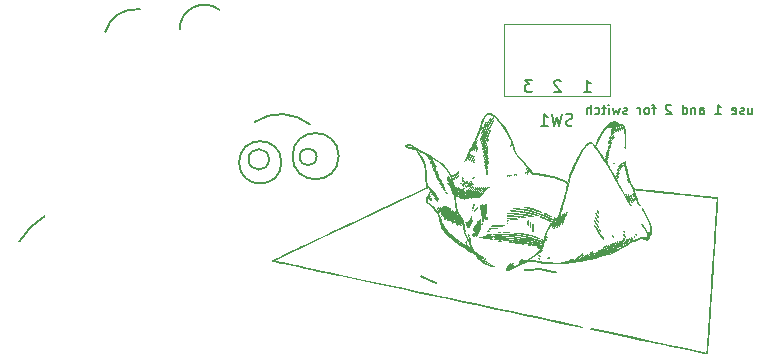
<source format=gbr>
G04 #@! TF.GenerationSoftware,KiCad,Pcbnew,(5.1.4)-1*
G04 #@! TF.CreationDate,2021-03-27T03:22:11-04:00*
G04 #@! TF.ProjectId,klark amp boards,6b6c6172-6b20-4616-9d70-20626f617264,1*
G04 #@! TF.SameCoordinates,Original*
G04 #@! TF.FileFunction,Legend,Bot*
G04 #@! TF.FilePolarity,Positive*
%FSLAX46Y46*%
G04 Gerber Fmt 4.6, Leading zero omitted, Abs format (unit mm)*
G04 Created by KiCad (PCBNEW (5.1.4)-1) date 2021-03-27 03:22:11*
%MOMM*%
%LPD*%
G04 APERTURE LIST*
%ADD10C,0.152400*%
%ADD11C,0.010000*%
%ADD12C,0.120000*%
%ADD13C,0.150000*%
%ADD14C,1.500000*%
%ADD15C,4.300000*%
%ADD16C,1.524000*%
%ADD17O,1.600000X1.600000*%
%ADD18C,1.600000*%
%ADD19C,1.600000*%
%ADD20R,1.600000X1.600000*%
G04 APERTURE END LIST*
D10*
X135999481Y-93654634D02*
G75*
G02X138168381Y-91480641I5313419J-3132066D01*
G01*
X170018544Y-96594208D02*
G75*
G02X171325539Y-97180401I-1182204J-4386032D01*
G01*
X178812369Y-96052107D02*
G75*
G02X181416959Y-96263461I900251J-5060213D01*
G01*
X149574004Y-75686920D02*
G75*
G02X152976579Y-74051161I2094476J0D01*
G01*
X143278717Y-75912755D02*
G75*
G02X146227799Y-73985121I2557923J-693645D01*
G01*
X160621979Y-83733640D02*
G75*
G03X155938082Y-83510875I-2494418J-3094474D01*
G01*
X163041071Y-86415880D02*
G75*
G03X163041071Y-86415880I-1956811J0D01*
G01*
X161172961Y-86476840D02*
G75*
G03X161172961Y-86476840I-713541J0D01*
G01*
X158193821Y-86941660D02*
G75*
G03X158193821Y-86941660I-1793321J0D01*
G01*
X157143401Y-86690200D02*
G75*
G03X157143401Y-86690200I-867361J0D01*
G01*
X197727751Y-82317408D02*
X197727751Y-82859275D01*
X198076094Y-82317408D02*
X198076094Y-82743160D01*
X198037389Y-82820570D01*
X197959980Y-82859275D01*
X197843865Y-82859275D01*
X197766456Y-82820570D01*
X197727751Y-82781865D01*
X197379408Y-82820570D02*
X197301999Y-82859275D01*
X197147180Y-82859275D01*
X197069770Y-82820570D01*
X197031065Y-82743160D01*
X197031065Y-82704456D01*
X197069770Y-82627046D01*
X197147180Y-82588341D01*
X197263294Y-82588341D01*
X197340703Y-82549637D01*
X197379408Y-82472227D01*
X197379408Y-82433522D01*
X197340703Y-82356113D01*
X197263294Y-82317408D01*
X197147180Y-82317408D01*
X197069770Y-82356113D01*
X196373084Y-82820570D02*
X196450494Y-82859275D01*
X196605313Y-82859275D01*
X196682722Y-82820570D01*
X196721427Y-82743160D01*
X196721427Y-82433522D01*
X196682722Y-82356113D01*
X196605313Y-82317408D01*
X196450494Y-82317408D01*
X196373084Y-82356113D01*
X196334380Y-82433522D01*
X196334380Y-82510932D01*
X196721427Y-82588341D01*
X194941008Y-82859275D02*
X195405465Y-82859275D01*
X195173237Y-82859275D02*
X195173237Y-82046475D01*
X195250646Y-82162589D01*
X195328056Y-82239999D01*
X195405465Y-82278703D01*
X193625046Y-82859275D02*
X193625046Y-82433522D01*
X193663751Y-82356113D01*
X193741160Y-82317408D01*
X193895980Y-82317408D01*
X193973389Y-82356113D01*
X193625046Y-82820570D02*
X193702456Y-82859275D01*
X193895980Y-82859275D01*
X193973389Y-82820570D01*
X194012094Y-82743160D01*
X194012094Y-82665751D01*
X193973389Y-82588341D01*
X193895980Y-82549637D01*
X193702456Y-82549637D01*
X193625046Y-82510932D01*
X193237999Y-82317408D02*
X193237999Y-82859275D01*
X193237999Y-82394818D02*
X193199294Y-82356113D01*
X193121884Y-82317408D01*
X193005770Y-82317408D01*
X192928360Y-82356113D01*
X192889656Y-82433522D01*
X192889656Y-82859275D01*
X192154265Y-82859275D02*
X192154265Y-82046475D01*
X192154265Y-82820570D02*
X192231675Y-82859275D01*
X192386494Y-82859275D01*
X192463903Y-82820570D01*
X192502608Y-82781865D01*
X192541313Y-82704456D01*
X192541313Y-82472227D01*
X192502608Y-82394818D01*
X192463903Y-82356113D01*
X192386494Y-82317408D01*
X192231675Y-82317408D01*
X192154265Y-82356113D01*
X191186646Y-82123884D02*
X191147941Y-82085180D01*
X191070532Y-82046475D01*
X190877008Y-82046475D01*
X190799599Y-82085180D01*
X190760894Y-82123884D01*
X190722189Y-82201294D01*
X190722189Y-82278703D01*
X190760894Y-82394818D01*
X191225351Y-82859275D01*
X190722189Y-82859275D01*
X189870684Y-82317408D02*
X189561046Y-82317408D01*
X189754570Y-82859275D02*
X189754570Y-82162589D01*
X189715865Y-82085180D01*
X189638456Y-82046475D01*
X189561046Y-82046475D01*
X189173999Y-82859275D02*
X189251408Y-82820570D01*
X189290113Y-82781865D01*
X189328818Y-82704456D01*
X189328818Y-82472227D01*
X189290113Y-82394818D01*
X189251408Y-82356113D01*
X189173999Y-82317408D01*
X189057884Y-82317408D01*
X188980475Y-82356113D01*
X188941770Y-82394818D01*
X188903065Y-82472227D01*
X188903065Y-82704456D01*
X188941770Y-82781865D01*
X188980475Y-82820570D01*
X189057884Y-82859275D01*
X189173999Y-82859275D01*
X188554722Y-82859275D02*
X188554722Y-82317408D01*
X188554722Y-82472227D02*
X188516018Y-82394818D01*
X188477313Y-82356113D01*
X188399903Y-82317408D01*
X188322494Y-82317408D01*
X187470989Y-82820570D02*
X187393580Y-82859275D01*
X187238760Y-82859275D01*
X187161351Y-82820570D01*
X187122646Y-82743160D01*
X187122646Y-82704456D01*
X187161351Y-82627046D01*
X187238760Y-82588341D01*
X187354875Y-82588341D01*
X187432284Y-82549637D01*
X187470989Y-82472227D01*
X187470989Y-82433522D01*
X187432284Y-82356113D01*
X187354875Y-82317408D01*
X187238760Y-82317408D01*
X187161351Y-82356113D01*
X186851713Y-82317408D02*
X186696894Y-82859275D01*
X186542075Y-82472227D01*
X186387256Y-82859275D01*
X186232437Y-82317408D01*
X185922799Y-82859275D02*
X185922799Y-82317408D01*
X185922799Y-82046475D02*
X185961503Y-82085180D01*
X185922799Y-82123884D01*
X185884094Y-82085180D01*
X185922799Y-82046475D01*
X185922799Y-82123884D01*
X185651865Y-82317408D02*
X185342227Y-82317408D01*
X185535751Y-82046475D02*
X185535751Y-82743160D01*
X185497046Y-82820570D01*
X185419637Y-82859275D01*
X185342227Y-82859275D01*
X184722951Y-82820570D02*
X184800360Y-82859275D01*
X184955180Y-82859275D01*
X185032589Y-82820570D01*
X185071294Y-82781865D01*
X185109999Y-82704456D01*
X185109999Y-82472227D01*
X185071294Y-82394818D01*
X185032589Y-82356113D01*
X184955180Y-82317408D01*
X184800360Y-82317408D01*
X184722951Y-82356113D01*
X184374608Y-82859275D02*
X184374608Y-82046475D01*
X184026265Y-82859275D02*
X184026265Y-82433522D01*
X184064970Y-82356113D01*
X184142380Y-82317408D01*
X184258494Y-82317408D01*
X184335903Y-82356113D01*
X184374608Y-82394818D01*
D11*
G36*
X186305335Y-84368907D02*
G01*
X186228393Y-84442110D01*
X186179535Y-84492849D01*
X186085130Y-84599132D01*
X186002536Y-84703251D01*
X185938822Y-84794776D01*
X185901058Y-84863277D01*
X185896312Y-84898323D01*
X185903075Y-84900770D01*
X185935668Y-84876054D01*
X185981497Y-84814902D01*
X185992228Y-84797582D01*
X186046441Y-84719317D01*
X186125988Y-84618717D01*
X186201740Y-84530979D01*
X186291890Y-84426601D01*
X186338357Y-84363339D01*
X186342414Y-84343379D01*
X186305335Y-84368907D01*
X186305335Y-84368907D01*
G37*
X186305335Y-84368907D02*
X186228393Y-84442110D01*
X186179535Y-84492849D01*
X186085130Y-84599132D01*
X186002536Y-84703251D01*
X185938822Y-84794776D01*
X185901058Y-84863277D01*
X185896312Y-84898323D01*
X185903075Y-84900770D01*
X185935668Y-84876054D01*
X185981497Y-84814902D01*
X185992228Y-84797582D01*
X186046441Y-84719317D01*
X186125988Y-84618717D01*
X186201740Y-84530979D01*
X186291890Y-84426601D01*
X186338357Y-84363339D01*
X186342414Y-84343379D01*
X186305335Y-84368907D01*
G36*
X186251450Y-84826123D02*
G01*
X186248217Y-84829332D01*
X186201243Y-84886915D01*
X186197300Y-84915223D01*
X186234172Y-84905272D01*
X186262378Y-84886736D01*
X186307556Y-84835510D01*
X186317890Y-84802901D01*
X186301074Y-84787947D01*
X186251450Y-84826123D01*
X186251450Y-84826123D01*
G37*
X186251450Y-84826123D02*
X186248217Y-84829332D01*
X186201243Y-84886915D01*
X186197300Y-84915223D01*
X186234172Y-84905272D01*
X186262378Y-84886736D01*
X186307556Y-84835510D01*
X186317890Y-84802901D01*
X186301074Y-84787947D01*
X186251450Y-84826123D01*
G36*
X186221996Y-84670968D02*
G01*
X186154721Y-84734508D01*
X186074349Y-84823806D01*
X185991875Y-84925276D01*
X185918296Y-85025336D01*
X185864607Y-85110402D01*
X185841802Y-85166889D01*
X185841640Y-85170014D01*
X185855074Y-85191486D01*
X185888062Y-85167282D01*
X185929637Y-85107410D01*
X185947160Y-85073740D01*
X185998088Y-84990019D01*
X186075883Y-84886808D01*
X186147886Y-84803865D01*
X186216777Y-84726022D01*
X186259027Y-84669828D01*
X186266008Y-84646841D01*
X186265179Y-84646770D01*
X186221996Y-84670968D01*
X186221996Y-84670968D01*
G37*
X186221996Y-84670968D02*
X186154721Y-84734508D01*
X186074349Y-84823806D01*
X185991875Y-84925276D01*
X185918296Y-85025336D01*
X185864607Y-85110402D01*
X185841802Y-85166889D01*
X185841640Y-85170014D01*
X185855074Y-85191486D01*
X185888062Y-85167282D01*
X185929637Y-85107410D01*
X185947160Y-85073740D01*
X185998088Y-84990019D01*
X186075883Y-84886808D01*
X186147886Y-84803865D01*
X186216777Y-84726022D01*
X186259027Y-84669828D01*
X186266008Y-84646841D01*
X186265179Y-84646770D01*
X186221996Y-84670968D01*
G36*
X186096708Y-85012226D02*
G01*
X186033237Y-85082678D01*
X185961217Y-85173803D01*
X185940197Y-85202537D01*
X185881507Y-85291126D01*
X185861614Y-85335907D01*
X185875318Y-85338855D01*
X185917418Y-85301947D01*
X185982712Y-85227160D01*
X186027570Y-85169336D01*
X186093220Y-85078933D01*
X186140374Y-85009009D01*
X186159121Y-84974283D01*
X186159140Y-84973915D01*
X186141913Y-84972591D01*
X186096708Y-85012226D01*
X186096708Y-85012226D01*
G37*
X186096708Y-85012226D02*
X186033237Y-85082678D01*
X185961217Y-85173803D01*
X185940197Y-85202537D01*
X185881507Y-85291126D01*
X185861614Y-85335907D01*
X185875318Y-85338855D01*
X185917418Y-85301947D01*
X185982712Y-85227160D01*
X186027570Y-85169336D01*
X186093220Y-85078933D01*
X186140374Y-85009009D01*
X186159121Y-84974283D01*
X186159140Y-84973915D01*
X186141913Y-84972591D01*
X186096708Y-85012226D01*
G36*
X186053220Y-85286694D02*
G01*
X185998394Y-85350783D01*
X185935813Y-85433635D01*
X185876551Y-85519654D01*
X185831681Y-85593247D01*
X185812277Y-85638818D01*
X185813511Y-85645223D01*
X185837517Y-85628481D01*
X185888285Y-85570848D01*
X185956224Y-85483496D01*
X185979421Y-85451926D01*
X186043669Y-85358519D01*
X186083910Y-85290194D01*
X186094047Y-85257777D01*
X186089217Y-85256960D01*
X186053220Y-85286694D01*
X186053220Y-85286694D01*
G37*
X186053220Y-85286694D02*
X185998394Y-85350783D01*
X185935813Y-85433635D01*
X185876551Y-85519654D01*
X185831681Y-85593247D01*
X185812277Y-85638818D01*
X185813511Y-85645223D01*
X185837517Y-85628481D01*
X185888285Y-85570848D01*
X185956224Y-85483496D01*
X185979421Y-85451926D01*
X186043669Y-85358519D01*
X186083910Y-85290194D01*
X186094047Y-85257777D01*
X186089217Y-85256960D01*
X186053220Y-85286694D01*
G36*
X185974593Y-85591356D02*
G01*
X185944259Y-85631020D01*
X185924905Y-85679126D01*
X185935504Y-85694520D01*
X185973217Y-85669739D01*
X186000390Y-85631020D01*
X186017377Y-85582184D01*
X186009145Y-85567520D01*
X185974593Y-85591356D01*
X185974593Y-85591356D01*
G37*
X185974593Y-85591356D02*
X185944259Y-85631020D01*
X185924905Y-85679126D01*
X185935504Y-85694520D01*
X185973217Y-85669739D01*
X186000390Y-85631020D01*
X186017377Y-85582184D01*
X186009145Y-85567520D01*
X185974593Y-85591356D01*
G36*
X185877284Y-85739738D02*
G01*
X185840396Y-85778086D01*
X185802336Y-85838584D01*
X185773704Y-85900166D01*
X185765097Y-85941771D01*
X185772229Y-85948520D01*
X185804278Y-85923125D01*
X185843076Y-85861977D01*
X185843463Y-85861207D01*
X185885243Y-85776579D01*
X185901556Y-85736688D01*
X185895709Y-85729664D01*
X185877284Y-85739738D01*
X185877284Y-85739738D01*
G37*
X185877284Y-85739738D02*
X185840396Y-85778086D01*
X185802336Y-85838584D01*
X185773704Y-85900166D01*
X185765097Y-85941771D01*
X185772229Y-85948520D01*
X185804278Y-85923125D01*
X185843076Y-85861977D01*
X185843463Y-85861207D01*
X185885243Y-85776579D01*
X185901556Y-85736688D01*
X185895709Y-85729664D01*
X185877284Y-85739738D01*
G36*
X186761282Y-85691691D02*
G01*
X186703725Y-85738965D01*
X186651265Y-85789770D01*
X186586755Y-85861085D01*
X186548820Y-85913486D01*
X186544267Y-85931479D01*
X186572999Y-85919598D01*
X186630556Y-85872324D01*
X186683015Y-85821520D01*
X186747526Y-85750204D01*
X186785461Y-85697803D01*
X186790014Y-85679810D01*
X186761282Y-85691691D01*
X186761282Y-85691691D01*
G37*
X186761282Y-85691691D02*
X186703725Y-85738965D01*
X186651265Y-85789770D01*
X186586755Y-85861085D01*
X186548820Y-85913486D01*
X186544267Y-85931479D01*
X186572999Y-85919598D01*
X186630556Y-85872324D01*
X186683015Y-85821520D01*
X186747526Y-85750204D01*
X186785461Y-85697803D01*
X186790014Y-85679810D01*
X186761282Y-85691691D01*
G36*
X185684346Y-86041050D02*
G01*
X185667778Y-86091140D01*
X185678377Y-86107270D01*
X185713445Y-86081793D01*
X185727866Y-86055100D01*
X185738943Y-85999286D01*
X185719654Y-85994065D01*
X185684346Y-86041050D01*
X185684346Y-86041050D01*
G37*
X185684346Y-86041050D02*
X185667778Y-86091140D01*
X185678377Y-86107270D01*
X185713445Y-86081793D01*
X185727866Y-86055100D01*
X185738943Y-85999286D01*
X185719654Y-85994065D01*
X185684346Y-86041050D01*
G36*
X186765196Y-85887306D02*
G01*
X186703667Y-85938880D01*
X186617370Y-86018468D01*
X186539894Y-86093746D01*
X186445991Y-86189664D01*
X186375875Y-86266791D01*
X186337384Y-86316121D01*
X186334665Y-86329520D01*
X186369647Y-86308256D01*
X186437355Y-86251043D01*
X186526547Y-86167746D01*
X186586872Y-86108170D01*
X186678475Y-86013121D01*
X186748277Y-85935404D01*
X186787351Y-85885275D01*
X186792101Y-85872397D01*
X186765196Y-85887306D01*
X186765196Y-85887306D01*
G37*
X186765196Y-85887306D02*
X186703667Y-85938880D01*
X186617370Y-86018468D01*
X186539894Y-86093746D01*
X186445991Y-86189664D01*
X186375875Y-86266791D01*
X186337384Y-86316121D01*
X186334665Y-86329520D01*
X186369647Y-86308256D01*
X186437355Y-86251043D01*
X186526547Y-86167746D01*
X186586872Y-86108170D01*
X186678475Y-86013121D01*
X186748277Y-85935404D01*
X186787351Y-85885275D01*
X186792101Y-85872397D01*
X186765196Y-85887306D01*
G36*
X185902873Y-85910883D02*
G01*
X185845790Y-85979751D01*
X185777323Y-86078542D01*
X185706668Y-86194174D01*
X185654840Y-86289832D01*
X185620888Y-86367736D01*
X185610397Y-86416482D01*
X185616606Y-86424770D01*
X185649510Y-86398587D01*
X185666680Y-86362326D01*
X185693604Y-86306971D01*
X185746734Y-86217526D01*
X185815479Y-86111652D01*
X185828531Y-86092451D01*
X185890764Y-85996345D01*
X185930889Y-85923875D01*
X185942400Y-85887215D01*
X185939377Y-85885020D01*
X185902873Y-85910883D01*
X185902873Y-85910883D01*
G37*
X185902873Y-85910883D02*
X185845790Y-85979751D01*
X185777323Y-86078542D01*
X185706668Y-86194174D01*
X185654840Y-86289832D01*
X185620888Y-86367736D01*
X185610397Y-86416482D01*
X185616606Y-86424770D01*
X185649510Y-86398587D01*
X185666680Y-86362326D01*
X185693604Y-86306971D01*
X185746734Y-86217526D01*
X185815479Y-86111652D01*
X185828531Y-86092451D01*
X185890764Y-85996345D01*
X185930889Y-85923875D01*
X185942400Y-85887215D01*
X185939377Y-85885020D01*
X185902873Y-85910883D01*
G36*
X186676372Y-86153575D02*
G01*
X186612486Y-86212928D01*
X186569357Y-86258082D01*
X186458685Y-86379691D01*
X186390542Y-86461093D01*
X186361864Y-86506276D01*
X186368532Y-86519281D01*
X186401746Y-86496729D01*
X186464292Y-86437528D01*
X186544173Y-86353240D01*
X186566179Y-86328781D01*
X186648213Y-86231429D01*
X186694048Y-86166996D01*
X186703496Y-86139655D01*
X186676372Y-86153575D01*
X186676372Y-86153575D01*
G37*
X186676372Y-86153575D02*
X186612486Y-86212928D01*
X186569357Y-86258082D01*
X186458685Y-86379691D01*
X186390542Y-86461093D01*
X186361864Y-86506276D01*
X186368532Y-86519281D01*
X186401746Y-86496729D01*
X186464292Y-86437528D01*
X186544173Y-86353240D01*
X186566179Y-86328781D01*
X186648213Y-86231429D01*
X186694048Y-86166996D01*
X186703496Y-86139655D01*
X186676372Y-86153575D01*
G36*
X186475154Y-86573164D02*
G01*
X186429015Y-86615270D01*
X186397492Y-86660781D01*
X186403299Y-86678770D01*
X186446377Y-86657375D01*
X186492515Y-86615270D01*
X186524039Y-86569758D01*
X186518232Y-86551770D01*
X186475154Y-86573164D01*
X186475154Y-86573164D01*
G37*
X186475154Y-86573164D02*
X186429015Y-86615270D01*
X186397492Y-86660781D01*
X186403299Y-86678770D01*
X186446377Y-86657375D01*
X186492515Y-86615270D01*
X186524039Y-86569758D01*
X186518232Y-86551770D01*
X186475154Y-86573164D01*
G36*
X185824608Y-86235230D02*
G01*
X185785910Y-86280942D01*
X185733421Y-86359664D01*
X185676035Y-86455581D01*
X185622643Y-86552876D01*
X185582138Y-86635733D01*
X185563412Y-86688336D01*
X185564465Y-86697927D01*
X185586204Y-86680213D01*
X185629248Y-86618894D01*
X185685031Y-86526404D01*
X185695888Y-86507182D01*
X185755947Y-86404381D01*
X185807390Y-86324514D01*
X185840135Y-86283115D01*
X185842414Y-86281417D01*
X185872402Y-86237569D01*
X185873390Y-86228508D01*
X185855158Y-86215883D01*
X185824608Y-86235230D01*
X185824608Y-86235230D01*
G37*
X185824608Y-86235230D02*
X185785910Y-86280942D01*
X185733421Y-86359664D01*
X185676035Y-86455581D01*
X185622643Y-86552876D01*
X185582138Y-86635733D01*
X185563412Y-86688336D01*
X185564465Y-86697927D01*
X185586204Y-86680213D01*
X185629248Y-86618894D01*
X185685031Y-86526404D01*
X185695888Y-86507182D01*
X185755947Y-86404381D01*
X185807390Y-86324514D01*
X185840135Y-86283115D01*
X185842414Y-86281417D01*
X185872402Y-86237569D01*
X185873390Y-86228508D01*
X185855158Y-86215883D01*
X185824608Y-86235230D01*
G36*
X186313314Y-86735300D02*
G01*
X186286140Y-86774020D01*
X186269154Y-86822855D01*
X186277386Y-86837520D01*
X186311938Y-86813683D01*
X186342272Y-86774020D01*
X186361626Y-86725913D01*
X186351027Y-86710520D01*
X186313314Y-86735300D01*
X186313314Y-86735300D01*
G37*
X186313314Y-86735300D02*
X186286140Y-86774020D01*
X186269154Y-86822855D01*
X186277386Y-86837520D01*
X186311938Y-86813683D01*
X186342272Y-86774020D01*
X186361626Y-86725913D01*
X186351027Y-86710520D01*
X186313314Y-86735300D01*
G36*
X186470721Y-86764878D02*
G01*
X186419214Y-86808677D01*
X186360656Y-86868580D01*
X186311311Y-86927811D01*
X186287445Y-86969594D01*
X186287071Y-86972457D01*
X186301752Y-86994623D01*
X186347211Y-86965714D01*
X186419888Y-86888068D01*
X186425214Y-86881697D01*
X186476283Y-86812488D01*
X186500040Y-86764218D01*
X186498912Y-86753958D01*
X186470721Y-86764878D01*
X186470721Y-86764878D01*
G37*
X186470721Y-86764878D02*
X186419214Y-86808677D01*
X186360656Y-86868580D01*
X186311311Y-86927811D01*
X186287445Y-86969594D01*
X186287071Y-86972457D01*
X186301752Y-86994623D01*
X186347211Y-86965714D01*
X186419888Y-86888068D01*
X186425214Y-86881697D01*
X186476283Y-86812488D01*
X186500040Y-86764218D01*
X186498912Y-86753958D01*
X186470721Y-86764878D01*
G36*
X186844642Y-87522051D02*
G01*
X186783162Y-87570554D01*
X186701148Y-87645983D01*
X186674273Y-87672452D01*
X186580022Y-87771620D01*
X186533196Y-87830794D01*
X186531142Y-87849025D01*
X186571205Y-87825361D01*
X186650733Y-87758854D01*
X186724259Y-87690349D01*
X186803060Y-87610018D01*
X186856608Y-87546511D01*
X186874863Y-87511928D01*
X186873921Y-87509967D01*
X186844642Y-87522051D01*
X186844642Y-87522051D01*
G37*
X186844642Y-87522051D02*
X186783162Y-87570554D01*
X186701148Y-87645983D01*
X186674273Y-87672452D01*
X186580022Y-87771620D01*
X186533196Y-87830794D01*
X186531142Y-87849025D01*
X186571205Y-87825361D01*
X186650733Y-87758854D01*
X186724259Y-87690349D01*
X186803060Y-87610018D01*
X186856608Y-87546511D01*
X186874863Y-87511928D01*
X186873921Y-87509967D01*
X186844642Y-87522051D01*
G36*
X186743293Y-87808225D02*
G01*
X186694422Y-87847808D01*
X186628411Y-87910217D01*
X186557891Y-87983234D01*
X186495495Y-88054639D01*
X186472906Y-88083707D01*
X186430677Y-88148027D01*
X186427089Y-88170439D01*
X186456420Y-88154469D01*
X186512948Y-88103644D01*
X186590951Y-88021488D01*
X186611578Y-87998247D01*
X186685519Y-87911011D01*
X186739297Y-87841996D01*
X186762208Y-87805010D01*
X186762390Y-87803688D01*
X186743293Y-87808225D01*
X186743293Y-87808225D01*
G37*
X186743293Y-87808225D02*
X186694422Y-87847808D01*
X186628411Y-87910217D01*
X186557891Y-87983234D01*
X186495495Y-88054639D01*
X186472906Y-88083707D01*
X186430677Y-88148027D01*
X186427089Y-88170439D01*
X186456420Y-88154469D01*
X186512948Y-88103644D01*
X186590951Y-88021488D01*
X186611578Y-87998247D01*
X186685519Y-87911011D01*
X186739297Y-87841996D01*
X186762208Y-87805010D01*
X186762390Y-87803688D01*
X186743293Y-87808225D01*
G36*
X187732842Y-89718566D02*
G01*
X187741237Y-89770230D01*
X187764347Y-89821549D01*
X187782223Y-89840263D01*
X187808686Y-89835454D01*
X187810140Y-89826490D01*
X187797300Y-89762298D01*
X187768520Y-89709331D01*
X187746216Y-89695020D01*
X187732842Y-89718566D01*
X187732842Y-89718566D01*
G37*
X187732842Y-89718566D02*
X187741237Y-89770230D01*
X187764347Y-89821549D01*
X187782223Y-89840263D01*
X187808686Y-89835454D01*
X187810140Y-89826490D01*
X187797300Y-89762298D01*
X187768520Y-89709331D01*
X187746216Y-89695020D01*
X187732842Y-89718566D01*
G36*
X187518671Y-89657699D02*
G01*
X187537372Y-89725210D01*
X187562133Y-89790270D01*
X187603066Y-89878293D01*
X187638218Y-89935939D01*
X187653864Y-89949020D01*
X187657110Y-89922840D01*
X187638409Y-89855329D01*
X187613648Y-89790270D01*
X187572715Y-89702246D01*
X187537563Y-89644600D01*
X187521917Y-89631520D01*
X187518671Y-89657699D01*
X187518671Y-89657699D01*
G37*
X187518671Y-89657699D02*
X187537372Y-89725210D01*
X187562133Y-89790270D01*
X187603066Y-89878293D01*
X187638218Y-89935939D01*
X187653864Y-89949020D01*
X187657110Y-89922840D01*
X187638409Y-89855329D01*
X187613648Y-89790270D01*
X187572715Y-89702246D01*
X187537563Y-89644600D01*
X187521917Y-89631520D01*
X187518671Y-89657699D01*
G36*
X188017775Y-89953052D02*
G01*
X188011809Y-89994045D01*
X188027939Y-90053913D01*
X188055158Y-90100041D01*
X188069983Y-90107770D01*
X188085232Y-90082519D01*
X188078211Y-90036332D01*
X188051329Y-89964528D01*
X188028669Y-89946091D01*
X188017775Y-89953052D01*
X188017775Y-89953052D01*
G37*
X188017775Y-89953052D02*
X188011809Y-89994045D01*
X188027939Y-90053913D01*
X188055158Y-90100041D01*
X188069983Y-90107770D01*
X188085232Y-90082519D01*
X188078211Y-90036332D01*
X188051329Y-89964528D01*
X188028669Y-89946091D01*
X188017775Y-89953052D01*
G36*
X187806757Y-89910346D02*
G01*
X187824462Y-89971982D01*
X187855621Y-90051165D01*
X187892060Y-90128632D01*
X187925605Y-90185120D01*
X187945078Y-90202271D01*
X187968887Y-90191397D01*
X187968890Y-90191181D01*
X187955573Y-90144915D01*
X187922725Y-90070724D01*
X187881007Y-89989202D01*
X187841076Y-89920940D01*
X187813592Y-89886531D01*
X187810678Y-89885520D01*
X187806757Y-89910346D01*
X187806757Y-89910346D01*
G37*
X187806757Y-89910346D02*
X187824462Y-89971982D01*
X187855621Y-90051165D01*
X187892060Y-90128632D01*
X187925605Y-90185120D01*
X187945078Y-90202271D01*
X187968887Y-90191397D01*
X187968890Y-90191181D01*
X187955573Y-90144915D01*
X187922725Y-90070724D01*
X187881007Y-89989202D01*
X187841076Y-89920940D01*
X187813592Y-89886531D01*
X187810678Y-89885520D01*
X187806757Y-89910346D01*
G36*
X187319345Y-89613966D02*
G01*
X187328656Y-89660737D01*
X187360577Y-89746359D01*
X187417388Y-89877104D01*
X187483244Y-90020457D01*
X187538107Y-90131831D01*
X187585673Y-90216936D01*
X187618240Y-90262410D01*
X187625104Y-90266520D01*
X187626188Y-90240939D01*
X187602597Y-90174000D01*
X187561249Y-90083957D01*
X187500954Y-89956709D01*
X187443129Y-89824426D01*
X187413603Y-89750582D01*
X187376550Y-89664596D01*
X187343814Y-89609986D01*
X187330363Y-89599770D01*
X187319345Y-89613966D01*
X187319345Y-89613966D01*
G37*
X187319345Y-89613966D02*
X187328656Y-89660737D01*
X187360577Y-89746359D01*
X187417388Y-89877104D01*
X187483244Y-90020457D01*
X187538107Y-90131831D01*
X187585673Y-90216936D01*
X187618240Y-90262410D01*
X187625104Y-90266520D01*
X187626188Y-90240939D01*
X187602597Y-90174000D01*
X187561249Y-90083957D01*
X187500954Y-89956709D01*
X187443129Y-89824426D01*
X187413603Y-89750582D01*
X187376550Y-89664596D01*
X187343814Y-89609986D01*
X187330363Y-89599770D01*
X187319345Y-89613966D01*
G36*
X187657730Y-89985495D02*
G01*
X187656369Y-90008368D01*
X187677462Y-90062435D01*
X187721217Y-90154545D01*
X187766339Y-90236918D01*
X187804631Y-90288914D01*
X187819113Y-90298270D01*
X187836437Y-90279581D01*
X187834330Y-90274457D01*
X187814913Y-90232986D01*
X187780758Y-90155827D01*
X187763368Y-90115707D01*
X187723581Y-90035610D01*
X187689347Y-89987252D01*
X187678324Y-89980770D01*
X187657730Y-89985495D01*
X187657730Y-89985495D01*
G37*
X187657730Y-89985495D02*
X187656369Y-90008368D01*
X187677462Y-90062435D01*
X187721217Y-90154545D01*
X187766339Y-90236918D01*
X187804631Y-90288914D01*
X187819113Y-90298270D01*
X187836437Y-90279581D01*
X187834330Y-90274457D01*
X187814913Y-90232986D01*
X187780758Y-90155827D01*
X187763368Y-90115707D01*
X187723581Y-90035610D01*
X187689347Y-89987252D01*
X187678324Y-89980770D01*
X187657730Y-89985495D01*
G36*
X170784208Y-86824181D02*
G01*
X170822187Y-86871565D01*
X170885463Y-86941476D01*
X170963702Y-87023274D01*
X171046568Y-87106319D01*
X171123727Y-87179970D01*
X171184842Y-87233587D01*
X171212828Y-87253659D01*
X171257713Y-87272597D01*
X171268390Y-87270242D01*
X171246694Y-87241212D01*
X171189639Y-87181337D01*
X171109276Y-87102017D01*
X171017655Y-87014652D01*
X170926825Y-86930643D01*
X170848838Y-86861389D01*
X170795744Y-86818291D01*
X170781862Y-86809966D01*
X170784208Y-86824181D01*
X170784208Y-86824181D01*
G37*
X170784208Y-86824181D02*
X170822187Y-86871565D01*
X170885463Y-86941476D01*
X170963702Y-87023274D01*
X171046568Y-87106319D01*
X171123727Y-87179970D01*
X171184842Y-87233587D01*
X171212828Y-87253659D01*
X171257713Y-87272597D01*
X171268390Y-87270242D01*
X171246694Y-87241212D01*
X171189639Y-87181337D01*
X171109276Y-87102017D01*
X171017655Y-87014652D01*
X170926825Y-86930643D01*
X170848838Y-86861389D01*
X170795744Y-86818291D01*
X170781862Y-86809966D01*
X170784208Y-86824181D01*
G36*
X170769802Y-86944524D02*
G01*
X170783007Y-86973089D01*
X170833151Y-87035739D01*
X170911629Y-87122313D01*
X170980974Y-87193882D01*
X171074291Y-87285580D01*
X171147212Y-87352951D01*
X171191115Y-87388308D01*
X171199753Y-87388990D01*
X171173418Y-87347400D01*
X171116473Y-87278720D01*
X171040395Y-87194814D01*
X170956662Y-87107547D01*
X170876751Y-87028784D01*
X170812139Y-86970389D01*
X170774305Y-86944229D01*
X170769802Y-86944524D01*
X170769802Y-86944524D01*
G37*
X170769802Y-86944524D02*
X170783007Y-86973089D01*
X170833151Y-87035739D01*
X170911629Y-87122313D01*
X170980974Y-87193882D01*
X171074291Y-87285580D01*
X171147212Y-87352951D01*
X171191115Y-87388308D01*
X171199753Y-87388990D01*
X171173418Y-87347400D01*
X171116473Y-87278720D01*
X171040395Y-87194814D01*
X170956662Y-87107547D01*
X170876751Y-87028784D01*
X170812139Y-86970389D01*
X170774305Y-86944229D01*
X170769802Y-86944524D01*
G36*
X170914796Y-87270968D02*
G01*
X170954245Y-87325449D01*
X171017770Y-87402288D01*
X171095110Y-87490063D01*
X171176007Y-87577350D01*
X171250199Y-87652726D01*
X171307428Y-87704767D01*
X171333006Y-87721600D01*
X171331699Y-87706168D01*
X171294041Y-87653046D01*
X171226829Y-87571131D01*
X171158498Y-87493236D01*
X171064662Y-87391916D01*
X170984683Y-87311302D01*
X170928869Y-87261460D01*
X170909683Y-87250270D01*
X170914796Y-87270968D01*
X170914796Y-87270968D01*
G37*
X170914796Y-87270968D02*
X170954245Y-87325449D01*
X171017770Y-87402288D01*
X171095110Y-87490063D01*
X171176007Y-87577350D01*
X171250199Y-87652726D01*
X171307428Y-87704767D01*
X171333006Y-87721600D01*
X171331699Y-87706168D01*
X171294041Y-87653046D01*
X171226829Y-87571131D01*
X171158498Y-87493236D01*
X171064662Y-87391916D01*
X170984683Y-87311302D01*
X170928869Y-87261460D01*
X170909683Y-87250270D01*
X170914796Y-87270968D01*
G36*
X171028461Y-87555640D02*
G01*
X171050880Y-87591582D01*
X171199587Y-87768306D01*
X171312300Y-87898431D01*
X171392141Y-87985381D01*
X171442229Y-88032578D01*
X171463208Y-88044020D01*
X171456661Y-88021634D01*
X171415749Y-87961077D01*
X171347596Y-87872247D01*
X171280377Y-87790020D01*
X171189432Y-87684787D01*
X171111430Y-87600821D01*
X171056271Y-87548421D01*
X171036155Y-87536020D01*
X171028461Y-87555640D01*
X171028461Y-87555640D01*
G37*
X171028461Y-87555640D02*
X171050880Y-87591582D01*
X171199587Y-87768306D01*
X171312300Y-87898431D01*
X171392141Y-87985381D01*
X171442229Y-88032578D01*
X171463208Y-88044020D01*
X171456661Y-88021634D01*
X171415749Y-87961077D01*
X171347596Y-87872247D01*
X171280377Y-87790020D01*
X171189432Y-87684787D01*
X171111430Y-87600821D01*
X171056271Y-87548421D01*
X171036155Y-87536020D01*
X171028461Y-87555640D01*
G36*
X172203806Y-88222242D02*
G01*
X172224948Y-88267135D01*
X172263419Y-88317157D01*
X172305841Y-88352018D01*
X172314075Y-88355539D01*
X172330220Y-88345407D01*
X172303294Y-88291280D01*
X172299768Y-88285842D01*
X172252314Y-88227537D01*
X172213795Y-88202777D01*
X172213366Y-88202770D01*
X172203806Y-88222242D01*
X172203806Y-88222242D01*
G37*
X172203806Y-88222242D02*
X172224948Y-88267135D01*
X172263419Y-88317157D01*
X172305841Y-88352018D01*
X172314075Y-88355539D01*
X172330220Y-88345407D01*
X172303294Y-88291280D01*
X172299768Y-88285842D01*
X172252314Y-88227537D01*
X172213795Y-88202777D01*
X172213366Y-88202770D01*
X172203806Y-88222242D01*
G36*
X171161592Y-87854539D02*
G01*
X171173555Y-87884081D01*
X171218962Y-87950008D01*
X171288804Y-88041481D01*
X171374072Y-88147664D01*
X171465755Y-88257717D01*
X171554847Y-88360804D01*
X171632336Y-88446086D01*
X171689214Y-88502726D01*
X171714995Y-88520270D01*
X171709776Y-88497910D01*
X171669913Y-88437364D01*
X171602351Y-88348427D01*
X171532149Y-88262373D01*
X171434266Y-88145445D01*
X171344528Y-88038011D01*
X171275287Y-87954873D01*
X171247279Y-87921061D01*
X171197057Y-87869735D01*
X171163961Y-87853159D01*
X171161592Y-87854539D01*
X171161592Y-87854539D01*
G37*
X171161592Y-87854539D02*
X171173555Y-87884081D01*
X171218962Y-87950008D01*
X171288804Y-88041481D01*
X171374072Y-88147664D01*
X171465755Y-88257717D01*
X171554847Y-88360804D01*
X171632336Y-88446086D01*
X171689214Y-88502726D01*
X171714995Y-88520270D01*
X171709776Y-88497910D01*
X171669913Y-88437364D01*
X171602351Y-88348427D01*
X171532149Y-88262373D01*
X171434266Y-88145445D01*
X171344528Y-88038011D01*
X171275287Y-87954873D01*
X171247279Y-87921061D01*
X171197057Y-87869735D01*
X171163961Y-87853159D01*
X171161592Y-87854539D01*
G36*
X172333494Y-88408582D02*
G01*
X172360817Y-88458730D01*
X172367057Y-88467452D01*
X172417869Y-88525834D01*
X172453587Y-88549295D01*
X172463331Y-88535501D01*
X172436358Y-88482322D01*
X172386162Y-88424126D01*
X172348465Y-88398753D01*
X172333494Y-88408582D01*
X172333494Y-88408582D01*
G37*
X172333494Y-88408582D02*
X172360817Y-88458730D01*
X172367057Y-88467452D01*
X172417869Y-88525834D01*
X172453587Y-88549295D01*
X172463331Y-88535501D01*
X172436358Y-88482322D01*
X172386162Y-88424126D01*
X172348465Y-88398753D01*
X172333494Y-88408582D01*
G36*
X172257885Y-88094898D02*
G01*
X172284791Y-88149372D01*
X172346433Y-88250104D01*
X172378506Y-88300116D01*
X172443590Y-88404898D01*
X172495342Y-88495704D01*
X172522996Y-88553597D01*
X172523521Y-88555187D01*
X172550833Y-88599576D01*
X172584279Y-88618368D01*
X172601825Y-88599737D01*
X172601890Y-88597247D01*
X172585751Y-88556280D01*
X172543917Y-88478795D01*
X172486268Y-88380877D01*
X172422682Y-88278607D01*
X172363038Y-88188070D01*
X172317214Y-88125348D01*
X172301954Y-88108921D01*
X172264133Y-88082731D01*
X172257885Y-88094898D01*
X172257885Y-88094898D01*
G37*
X172257885Y-88094898D02*
X172284791Y-88149372D01*
X172346433Y-88250104D01*
X172378506Y-88300116D01*
X172443590Y-88404898D01*
X172495342Y-88495704D01*
X172522996Y-88553597D01*
X172523521Y-88555187D01*
X172550833Y-88599576D01*
X172584279Y-88618368D01*
X172601825Y-88599737D01*
X172601890Y-88597247D01*
X172585751Y-88556280D01*
X172543917Y-88478795D01*
X172486268Y-88380877D01*
X172422682Y-88278607D01*
X172363038Y-88188070D01*
X172317214Y-88125348D01*
X172301954Y-88108921D01*
X172264133Y-88082731D01*
X172257885Y-88094898D01*
G36*
X171294949Y-88193230D02*
G01*
X171330708Y-88251325D01*
X171388600Y-88328781D01*
X171505027Y-88470334D01*
X171618614Y-88600112D01*
X171721170Y-88709534D01*
X171804505Y-88790013D01*
X171860426Y-88832968D01*
X171874335Y-88837770D01*
X171871907Y-88816966D01*
X171832321Y-88761315D01*
X171763234Y-88680955D01*
X171724464Y-88639332D01*
X171620509Y-88527404D01*
X171518601Y-88413060D01*
X171438309Y-88318334D01*
X171428368Y-88305957D01*
X171363794Y-88230857D01*
X171312150Y-88181867D01*
X171292126Y-88171020D01*
X171294949Y-88193230D01*
X171294949Y-88193230D01*
G37*
X171294949Y-88193230D02*
X171330708Y-88251325D01*
X171388600Y-88328781D01*
X171505027Y-88470334D01*
X171618614Y-88600112D01*
X171721170Y-88709534D01*
X171804505Y-88790013D01*
X171860426Y-88832968D01*
X171874335Y-88837770D01*
X171871907Y-88816966D01*
X171832321Y-88761315D01*
X171763234Y-88680955D01*
X171724464Y-88639332D01*
X171620509Y-88527404D01*
X171518601Y-88413060D01*
X171438309Y-88318334D01*
X171428368Y-88305957D01*
X171363794Y-88230857D01*
X171312150Y-88181867D01*
X171292126Y-88171020D01*
X171294949Y-88193230D01*
G36*
X171571535Y-88691707D02*
G01*
X171616272Y-88752071D01*
X171667102Y-88807900D01*
X171738548Y-88888393D01*
X171763350Y-88937873D01*
X171751443Y-88960565D01*
X171740604Y-88989801D01*
X171770032Y-89045818D01*
X171841680Y-89133892D01*
X171915543Y-89211796D01*
X171976602Y-89265529D01*
X172007567Y-89282270D01*
X172009869Y-89262142D01*
X171975452Y-89211115D01*
X171947650Y-89179082D01*
X171869397Y-89090976D01*
X171819812Y-89028688D01*
X171802358Y-88997942D01*
X171820501Y-89004463D01*
X171864584Y-89041830D01*
X171940435Y-89103818D01*
X171976299Y-89118522D01*
X171969830Y-89089799D01*
X171918680Y-89021507D01*
X171893963Y-88993541D01*
X171806660Y-88896458D01*
X171712749Y-88790446D01*
X171687121Y-88761175D01*
X171623874Y-88696217D01*
X171576754Y-88661556D01*
X171562184Y-88660393D01*
X171571535Y-88691707D01*
X171571535Y-88691707D01*
G37*
X171571535Y-88691707D02*
X171616272Y-88752071D01*
X171667102Y-88807900D01*
X171738548Y-88888393D01*
X171763350Y-88937873D01*
X171751443Y-88960565D01*
X171740604Y-88989801D01*
X171770032Y-89045818D01*
X171841680Y-89133892D01*
X171915543Y-89211796D01*
X171976602Y-89265529D01*
X172007567Y-89282270D01*
X172009869Y-89262142D01*
X171975452Y-89211115D01*
X171947650Y-89179082D01*
X171869397Y-89090976D01*
X171819812Y-89028688D01*
X171802358Y-88997942D01*
X171820501Y-89004463D01*
X171864584Y-89041830D01*
X171940435Y-89103818D01*
X171976299Y-89118522D01*
X171969830Y-89089799D01*
X171918680Y-89021507D01*
X171893963Y-88993541D01*
X171806660Y-88896458D01*
X171712749Y-88790446D01*
X171687121Y-88761175D01*
X171623874Y-88696217D01*
X171576754Y-88661556D01*
X171562184Y-88660393D01*
X171571535Y-88691707D01*
G36*
X172016867Y-89428796D02*
G01*
X172051494Y-89476943D01*
X172062140Y-89488645D01*
X172121228Y-89542511D01*
X172165626Y-89567757D01*
X172168459Y-89568020D01*
X172170914Y-89548493D01*
X172136287Y-89500346D01*
X172125640Y-89488645D01*
X172066553Y-89434778D01*
X172022155Y-89409532D01*
X172019322Y-89409270D01*
X172016867Y-89428796D01*
X172016867Y-89428796D01*
G37*
X172016867Y-89428796D02*
X172051494Y-89476943D01*
X172062140Y-89488645D01*
X172121228Y-89542511D01*
X172165626Y-89567757D01*
X172168459Y-89568020D01*
X172170914Y-89548493D01*
X172136287Y-89500346D01*
X172125640Y-89488645D01*
X172066553Y-89434778D01*
X172022155Y-89409532D01*
X172019322Y-89409270D01*
X172016867Y-89428796D01*
G36*
X172645806Y-89460424D02*
G01*
X172668517Y-89504398D01*
X172707828Y-89554083D01*
X172749851Y-89589623D01*
X172760066Y-89594286D01*
X172775037Y-89584457D01*
X172747714Y-89534309D01*
X172741474Y-89525587D01*
X172691910Y-89468020D01*
X172654658Y-89442112D01*
X172653580Y-89442017D01*
X172645806Y-89460424D01*
X172645806Y-89460424D01*
G37*
X172645806Y-89460424D02*
X172668517Y-89504398D01*
X172707828Y-89554083D01*
X172749851Y-89589623D01*
X172760066Y-89594286D01*
X172775037Y-89584457D01*
X172747714Y-89534309D01*
X172741474Y-89525587D01*
X172691910Y-89468020D01*
X172654658Y-89442112D01*
X172653580Y-89442017D01*
X172645806Y-89460424D01*
G36*
X171313764Y-89911953D02*
G01*
X171320409Y-89933145D01*
X171318887Y-89973914D01*
X171303268Y-89980770D01*
X171286101Y-89998594D01*
X171307509Y-90044270D01*
X171350929Y-90095336D01*
X171385047Y-90106463D01*
X171395390Y-90082370D01*
X171377331Y-90037796D01*
X171363640Y-90018870D01*
X171348164Y-89996525D01*
X171369990Y-90012520D01*
X171422484Y-90044172D01*
X171437469Y-90028344D01*
X171409449Y-89972396D01*
X171404810Y-89965892D01*
X171353816Y-89906961D01*
X171320195Y-89887712D01*
X171313764Y-89911953D01*
X171313764Y-89911953D01*
G37*
X171313764Y-89911953D02*
X171320409Y-89933145D01*
X171318887Y-89973914D01*
X171303268Y-89980770D01*
X171286101Y-89998594D01*
X171307509Y-90044270D01*
X171350929Y-90095336D01*
X171385047Y-90106463D01*
X171395390Y-90082370D01*
X171377331Y-90037796D01*
X171363640Y-90018870D01*
X171348164Y-89996525D01*
X171369990Y-90012520D01*
X171422484Y-90044172D01*
X171437469Y-90028344D01*
X171409449Y-89972396D01*
X171404810Y-89965892D01*
X171353816Y-89906961D01*
X171320195Y-89887712D01*
X171313764Y-89911953D01*
G36*
X171104055Y-89938190D02*
G01*
X171141120Y-89992451D01*
X171191320Y-90052207D01*
X171283513Y-90149998D01*
X171340222Y-90197474D01*
X171363014Y-90195887D01*
X171363640Y-90189882D01*
X171342835Y-90152955D01*
X171291188Y-90090771D01*
X171224854Y-90020179D01*
X171159988Y-89958026D01*
X171112744Y-89921162D01*
X171102251Y-89917270D01*
X171104055Y-89938190D01*
X171104055Y-89938190D01*
G37*
X171104055Y-89938190D02*
X171141120Y-89992451D01*
X171191320Y-90052207D01*
X171283513Y-90149998D01*
X171340222Y-90197474D01*
X171363014Y-90195887D01*
X171363640Y-90189882D01*
X171342835Y-90152955D01*
X171291188Y-90090771D01*
X171224854Y-90020179D01*
X171159988Y-89958026D01*
X171112744Y-89921162D01*
X171102251Y-89917270D01*
X171104055Y-89938190D01*
G36*
X171834070Y-90672390D02*
G01*
X171809811Y-90712804D01*
X171812903Y-90726365D01*
X171846075Y-90725383D01*
X171850474Y-90721603D01*
X171871407Y-90672724D01*
X171871640Y-90667628D01*
X171855532Y-90655823D01*
X171834070Y-90672390D01*
X171834070Y-90672390D01*
G37*
X171834070Y-90672390D02*
X171809811Y-90712804D01*
X171812903Y-90726365D01*
X171846075Y-90725383D01*
X171850474Y-90721603D01*
X171871407Y-90672724D01*
X171871640Y-90667628D01*
X171855532Y-90655823D01*
X171834070Y-90672390D01*
G36*
X172411390Y-90790395D02*
G01*
X172381102Y-90818925D01*
X172379640Y-90824018D01*
X172404205Y-90837655D01*
X172411390Y-90838020D01*
X172441920Y-90813612D01*
X172443140Y-90804396D01*
X172423689Y-90785433D01*
X172411390Y-90790395D01*
X172411390Y-90790395D01*
G37*
X172411390Y-90790395D02*
X172381102Y-90818925D01*
X172379640Y-90824018D01*
X172404205Y-90837655D01*
X172411390Y-90838020D01*
X172441920Y-90813612D01*
X172443140Y-90804396D01*
X172423689Y-90785433D01*
X172411390Y-90790395D01*
G36*
X172153278Y-90706715D02*
G01*
X172123523Y-90762986D01*
X172111194Y-90798332D01*
X172108569Y-90856044D01*
X172134277Y-90867441D01*
X172167652Y-90825052D01*
X172169869Y-90819548D01*
X172187461Y-90743245D01*
X172189140Y-90717948D01*
X172178500Y-90688248D01*
X172153278Y-90706715D01*
X172153278Y-90706715D01*
G37*
X172153278Y-90706715D02*
X172123523Y-90762986D01*
X172111194Y-90798332D01*
X172108569Y-90856044D01*
X172134277Y-90867441D01*
X172167652Y-90825052D01*
X172169869Y-90819548D01*
X172187461Y-90743245D01*
X172189140Y-90717948D01*
X172178500Y-90688248D01*
X172153278Y-90706715D01*
G36*
X171940941Y-90700112D02*
G01*
X171911741Y-90754956D01*
X171875695Y-90845350D01*
X171870038Y-90894268D01*
X171889832Y-90895697D01*
X171930143Y-90843625D01*
X171952118Y-90804138D01*
X171983986Y-90723773D01*
X171993111Y-90660618D01*
X171992621Y-90657575D01*
X171975323Y-90654007D01*
X171940941Y-90700112D01*
X171940941Y-90700112D01*
G37*
X171940941Y-90700112D02*
X171911741Y-90754956D01*
X171875695Y-90845350D01*
X171870038Y-90894268D01*
X171889832Y-90895697D01*
X171930143Y-90843625D01*
X171952118Y-90804138D01*
X171983986Y-90723773D01*
X171993111Y-90660618D01*
X171992621Y-90657575D01*
X171975323Y-90654007D01*
X171940941Y-90700112D01*
G36*
X171436952Y-90704764D02*
G01*
X171399392Y-90765622D01*
X171364326Y-90838409D01*
X171343345Y-90899689D01*
X171344190Y-90924402D01*
X171365833Y-90908151D01*
X171403724Y-90849860D01*
X171425571Y-90809346D01*
X171459421Y-90733047D01*
X171470405Y-90686248D01*
X171465416Y-90679270D01*
X171436952Y-90704764D01*
X171436952Y-90704764D01*
G37*
X171436952Y-90704764D02*
X171399392Y-90765622D01*
X171364326Y-90838409D01*
X171343345Y-90899689D01*
X171344190Y-90924402D01*
X171365833Y-90908151D01*
X171403724Y-90849860D01*
X171425571Y-90809346D01*
X171459421Y-90733047D01*
X171470405Y-90686248D01*
X171465416Y-90679270D01*
X171436952Y-90704764D01*
G36*
X172605473Y-90990736D02*
G01*
X172601890Y-91012645D01*
X172619035Y-91054896D01*
X172633640Y-91060270D01*
X172661808Y-91034553D01*
X172665390Y-91012645D01*
X172648246Y-90970393D01*
X172633640Y-90965020D01*
X172605473Y-90990736D01*
X172605473Y-90990736D01*
G37*
X172605473Y-90990736D02*
X172601890Y-91012645D01*
X172619035Y-91054896D01*
X172633640Y-91060270D01*
X172661808Y-91034553D01*
X172665390Y-91012645D01*
X172648246Y-90970393D01*
X172633640Y-90965020D01*
X172605473Y-90990736D01*
G36*
X171581348Y-90705217D02*
G01*
X171542392Y-90771113D01*
X171496362Y-90859038D01*
X171452125Y-90951072D01*
X171418550Y-91029297D01*
X171404504Y-91075793D01*
X171405548Y-91081011D01*
X171427414Y-91064169D01*
X171468266Y-91005571D01*
X171500863Y-90950402D01*
X171563753Y-90829845D01*
X171602100Y-90739104D01*
X171612333Y-90687542D01*
X171604362Y-90679270D01*
X171581348Y-90705217D01*
X171581348Y-90705217D01*
G37*
X171581348Y-90705217D02*
X171542392Y-90771113D01*
X171496362Y-90859038D01*
X171452125Y-90951072D01*
X171418550Y-91029297D01*
X171404504Y-91075793D01*
X171405548Y-91081011D01*
X171427414Y-91064169D01*
X171468266Y-91005571D01*
X171500863Y-90950402D01*
X171563753Y-90829845D01*
X171602100Y-90739104D01*
X171612333Y-90687542D01*
X171604362Y-90679270D01*
X171581348Y-90705217D01*
G36*
X171676030Y-90785607D02*
G01*
X171636079Y-90838596D01*
X171581400Y-90933537D01*
X171540687Y-91018762D01*
X171521600Y-91076293D01*
X171525303Y-91092020D01*
X171553680Y-91065993D01*
X171597796Y-90998837D01*
X171633515Y-90933270D01*
X171679272Y-90832921D01*
X171691936Y-90783708D01*
X171676030Y-90785607D01*
X171676030Y-90785607D01*
G37*
X171676030Y-90785607D02*
X171636079Y-90838596D01*
X171581400Y-90933537D01*
X171540687Y-91018762D01*
X171521600Y-91076293D01*
X171525303Y-91092020D01*
X171553680Y-91065993D01*
X171597796Y-90998837D01*
X171633515Y-90933270D01*
X171679272Y-90832921D01*
X171691936Y-90783708D01*
X171676030Y-90785607D01*
G36*
X171785599Y-90800197D02*
G01*
X171739074Y-90866537D01*
X171700080Y-90933270D01*
X171658286Y-91018316D01*
X171638574Y-91075929D01*
X171642363Y-91092020D01*
X171671932Y-91066342D01*
X171718457Y-91000002D01*
X171757451Y-90933270D01*
X171799245Y-90848223D01*
X171818957Y-90790610D01*
X171815168Y-90774520D01*
X171785599Y-90800197D01*
X171785599Y-90800197D01*
G37*
X171785599Y-90800197D02*
X171739074Y-90866537D01*
X171700080Y-90933270D01*
X171658286Y-91018316D01*
X171638574Y-91075929D01*
X171642363Y-91092020D01*
X171671932Y-91066342D01*
X171718457Y-91000002D01*
X171757451Y-90933270D01*
X171799245Y-90848223D01*
X171818957Y-90790610D01*
X171815168Y-90774520D01*
X171785599Y-90800197D01*
G36*
X172697140Y-91076145D02*
G01*
X172666852Y-91104675D01*
X172665390Y-91109768D01*
X172689955Y-91123405D01*
X172697140Y-91123770D01*
X172727670Y-91099362D01*
X172728890Y-91090146D01*
X172709439Y-91071183D01*
X172697140Y-91076145D01*
X172697140Y-91076145D01*
G37*
X172697140Y-91076145D02*
X172666852Y-91104675D01*
X172665390Y-91109768D01*
X172689955Y-91123405D01*
X172697140Y-91123770D01*
X172727670Y-91099362D01*
X172728890Y-91090146D01*
X172709439Y-91071183D01*
X172697140Y-91076145D01*
G36*
X172434385Y-91028178D02*
G01*
X172420652Y-91061481D01*
X172404117Y-91125614D01*
X172411596Y-91155278D01*
X172413544Y-91155520D01*
X172441416Y-91128576D01*
X172462224Y-91074666D01*
X172473999Y-91000496D01*
X172462449Y-90984281D01*
X172434385Y-91028178D01*
X172434385Y-91028178D01*
G37*
X172434385Y-91028178D02*
X172420652Y-91061481D01*
X172404117Y-91125614D01*
X172411596Y-91155278D01*
X172413544Y-91155520D01*
X172441416Y-91128576D01*
X172462224Y-91074666D01*
X172473999Y-91000496D01*
X172462449Y-90984281D01*
X172434385Y-91028178D01*
G36*
X171459813Y-91147930D02*
G01*
X171458890Y-91155520D01*
X171483051Y-91186347D01*
X171490640Y-91187270D01*
X171521468Y-91163109D01*
X171522390Y-91155520D01*
X171498230Y-91124692D01*
X171490640Y-91123770D01*
X171459813Y-91147930D01*
X171459813Y-91147930D01*
G37*
X171459813Y-91147930D02*
X171458890Y-91155520D01*
X171483051Y-91186347D01*
X171490640Y-91187270D01*
X171521468Y-91163109D01*
X171522390Y-91155520D01*
X171498230Y-91124692D01*
X171490640Y-91123770D01*
X171459813Y-91147930D01*
G36*
X171831846Y-90935915D02*
G01*
X171810120Y-90968063D01*
X171766176Y-91031435D01*
X171752471Y-91051046D01*
X171699437Y-91131927D01*
X171683207Y-91173821D01*
X171700260Y-91186793D01*
X171704953Y-91186876D01*
X171735322Y-91162383D01*
X171783152Y-91101376D01*
X171802475Y-91072731D01*
X171843763Y-90999298D01*
X171860212Y-90949492D01*
X171858037Y-90940833D01*
X171832740Y-90934685D01*
X171831846Y-90935915D01*
X171831846Y-90935915D01*
G37*
X171831846Y-90935915D02*
X171810120Y-90968063D01*
X171766176Y-91031435D01*
X171752471Y-91051046D01*
X171699437Y-91131927D01*
X171683207Y-91173821D01*
X171700260Y-91186793D01*
X171704953Y-91186876D01*
X171735322Y-91162383D01*
X171783152Y-91101376D01*
X171802475Y-91072731D01*
X171843763Y-90999298D01*
X171860212Y-90949492D01*
X171858037Y-90940833D01*
X171832740Y-90934685D01*
X171831846Y-90935915D01*
G36*
X172324988Y-90858942D02*
G01*
X172289607Y-90911121D01*
X172242805Y-90999648D01*
X172235298Y-91015274D01*
X172184982Y-91131011D01*
X172164330Y-91198518D01*
X172170996Y-91214912D01*
X172202632Y-91177307D01*
X172256892Y-91082819D01*
X172269815Y-91057705D01*
X172313101Y-90962069D01*
X172338623Y-90885373D01*
X172341787Y-90853960D01*
X172324988Y-90858942D01*
X172324988Y-90858942D01*
G37*
X172324988Y-90858942D02*
X172289607Y-90911121D01*
X172242805Y-90999648D01*
X172235298Y-91015274D01*
X172184982Y-91131011D01*
X172164330Y-91198518D01*
X172170996Y-91214912D01*
X172202632Y-91177307D01*
X172256892Y-91082819D01*
X172269815Y-91057705D01*
X172313101Y-90962069D01*
X172338623Y-90885373D01*
X172341787Y-90853960D01*
X172324988Y-90858942D01*
G36*
X172079550Y-90642131D02*
G01*
X172046219Y-90708005D01*
X172023293Y-90766582D01*
X171947633Y-90933088D01*
X171827743Y-91129691D01*
X171725794Y-91274582D01*
X171697824Y-91325292D01*
X171704418Y-91346020D01*
X171736646Y-91321797D01*
X171792456Y-91258013D01*
X171860285Y-91167994D01*
X171866356Y-91159386D01*
X171961598Y-91015013D01*
X172027765Y-90889612D01*
X172078772Y-90755423D01*
X172095068Y-90703082D01*
X172110429Y-90633959D01*
X172103105Y-90615546D01*
X172079550Y-90642131D01*
X172079550Y-90642131D01*
G37*
X172079550Y-90642131D02*
X172046219Y-90708005D01*
X172023293Y-90766582D01*
X171947633Y-90933088D01*
X171827743Y-91129691D01*
X171725794Y-91274582D01*
X171697824Y-91325292D01*
X171704418Y-91346020D01*
X171736646Y-91321797D01*
X171792456Y-91258013D01*
X171860285Y-91167994D01*
X171866356Y-91159386D01*
X171961598Y-91015013D01*
X172027765Y-90889612D01*
X172078772Y-90755423D01*
X172095068Y-90703082D01*
X172110429Y-90633959D01*
X172103105Y-90615546D01*
X172079550Y-90642131D01*
G36*
X172744920Y-91204705D02*
G01*
X172721938Y-91265962D01*
X172691790Y-91368714D01*
X172682913Y-91425726D01*
X172693680Y-91432553D01*
X172722463Y-91384750D01*
X172746077Y-91331904D01*
X172775551Y-91243032D01*
X172786307Y-91171829D01*
X172785202Y-91160341D01*
X172770858Y-91157451D01*
X172744920Y-91204705D01*
X172744920Y-91204705D01*
G37*
X172744920Y-91204705D02*
X172721938Y-91265962D01*
X172691790Y-91368714D01*
X172682913Y-91425726D01*
X172693680Y-91432553D01*
X172722463Y-91384750D01*
X172746077Y-91331904D01*
X172775551Y-91243032D01*
X172786307Y-91171829D01*
X172785202Y-91160341D01*
X172770858Y-91157451D01*
X172744920Y-91204705D01*
G36*
X172078987Y-90920524D02*
G01*
X172037960Y-90979381D01*
X172023056Y-91008143D01*
X171976562Y-91087775D01*
X171904482Y-91192196D01*
X171826311Y-91293893D01*
X171753920Y-91388478D01*
X171715645Y-91449968D01*
X171712077Y-91473691D01*
X171743810Y-91454974D01*
X171811434Y-91389148D01*
X171814671Y-91385707D01*
X171864848Y-91324749D01*
X171929440Y-91236476D01*
X171998127Y-91136376D01*
X172060591Y-91039940D01*
X172106514Y-90962656D01*
X172125576Y-90920013D01*
X172125640Y-90918920D01*
X172112056Y-90897028D01*
X172078987Y-90920524D01*
X172078987Y-90920524D01*
G37*
X172078987Y-90920524D02*
X172037960Y-90979381D01*
X172023056Y-91008143D01*
X171976562Y-91087775D01*
X171904482Y-91192196D01*
X171826311Y-91293893D01*
X171753920Y-91388478D01*
X171715645Y-91449968D01*
X171712077Y-91473691D01*
X171743810Y-91454974D01*
X171811434Y-91389148D01*
X171814671Y-91385707D01*
X171864848Y-91324749D01*
X171929440Y-91236476D01*
X171998127Y-91136376D01*
X172060591Y-91039940D01*
X172106514Y-90962656D01*
X172125576Y-90920013D01*
X172125640Y-90918920D01*
X172112056Y-90897028D01*
X172078987Y-90920524D01*
G36*
X172249867Y-90729974D02*
G01*
X172234821Y-90762038D01*
X172126921Y-91017660D01*
X171972622Y-91261021D01*
X171903157Y-91360426D01*
X171861889Y-91429385D01*
X171850540Y-91462441D01*
X171870831Y-91454136D01*
X171924483Y-91399015D01*
X171931693Y-91390782D01*
X172016680Y-91281691D01*
X172099269Y-91156102D01*
X172173149Y-91026435D01*
X172232009Y-90905114D01*
X172269536Y-90804557D01*
X172279419Y-90737189D01*
X172272427Y-90720223D01*
X172249867Y-90729974D01*
X172249867Y-90729974D01*
G37*
X172249867Y-90729974D02*
X172234821Y-90762038D01*
X172126921Y-91017660D01*
X171972622Y-91261021D01*
X171903157Y-91360426D01*
X171861889Y-91429385D01*
X171850540Y-91462441D01*
X171870831Y-91454136D01*
X171924483Y-91399015D01*
X171931693Y-91390782D01*
X172016680Y-91281691D01*
X172099269Y-91156102D01*
X172173149Y-91026435D01*
X172232009Y-90905114D01*
X172269536Y-90804557D01*
X172279419Y-90737189D01*
X172272427Y-90720223D01*
X172249867Y-90729974D01*
G36*
X172096108Y-91268257D02*
G01*
X172077301Y-91283113D01*
X172024396Y-91336829D01*
X171969889Y-91406174D01*
X171926965Y-91472232D01*
X171908807Y-91516085D01*
X171910494Y-91522457D01*
X171936987Y-91508474D01*
X171990737Y-91457715D01*
X172040312Y-91403566D01*
X172104304Y-91323314D01*
X172136412Y-91269197D01*
X172134419Y-91248437D01*
X172096108Y-91268257D01*
X172096108Y-91268257D01*
G37*
X172096108Y-91268257D02*
X172077301Y-91283113D01*
X172024396Y-91336829D01*
X171969889Y-91406174D01*
X171926965Y-91472232D01*
X171908807Y-91516085D01*
X171910494Y-91522457D01*
X171936987Y-91508474D01*
X171990737Y-91457715D01*
X172040312Y-91403566D01*
X172104304Y-91323314D01*
X172136412Y-91269197D01*
X172134419Y-91248437D01*
X172096108Y-91268257D01*
G36*
X172370494Y-91189915D02*
G01*
X172348230Y-91219989D01*
X172298097Y-91286892D01*
X172230479Y-91376770D01*
X172223135Y-91386515D01*
X172158001Y-91477826D01*
X172114387Y-91548605D01*
X172100704Y-91585029D01*
X172101474Y-91586437D01*
X172126761Y-91570957D01*
X172178970Y-91515065D01*
X172247938Y-91429893D01*
X172265629Y-91406633D01*
X172333302Y-91311943D01*
X172379947Y-91237526D01*
X172397391Y-91196698D01*
X172396436Y-91193482D01*
X172370854Y-91189424D01*
X172370494Y-91189915D01*
X172370494Y-91189915D01*
G37*
X172370494Y-91189915D02*
X172348230Y-91219989D01*
X172298097Y-91286892D01*
X172230479Y-91376770D01*
X172223135Y-91386515D01*
X172158001Y-91477826D01*
X172114387Y-91548605D01*
X172100704Y-91585029D01*
X172101474Y-91586437D01*
X172126761Y-91570957D01*
X172178970Y-91515065D01*
X172247938Y-91429893D01*
X172265629Y-91406633D01*
X172333302Y-91311943D01*
X172379947Y-91237526D01*
X172397391Y-91196698D01*
X172396436Y-91193482D01*
X172370854Y-91189424D01*
X172370494Y-91189915D01*
G36*
X172386536Y-90897055D02*
G01*
X172364518Y-90961596D01*
X172323569Y-91069753D01*
X172246892Y-91204745D01*
X172144985Y-91349871D01*
X172044354Y-91470955D01*
X171970216Y-91559432D01*
X171942022Y-91606093D01*
X171956339Y-91609047D01*
X172009733Y-91566405D01*
X172083596Y-91492557D01*
X172168980Y-91391378D01*
X172251073Y-91276021D01*
X172324105Y-91157436D01*
X172382308Y-91046572D01*
X172419914Y-90954379D01*
X172431153Y-90891807D01*
X172411697Y-90869770D01*
X172386536Y-90897055D01*
X172386536Y-90897055D01*
G37*
X172386536Y-90897055D02*
X172364518Y-90961596D01*
X172323569Y-91069753D01*
X172246892Y-91204745D01*
X172144985Y-91349871D01*
X172044354Y-91470955D01*
X171970216Y-91559432D01*
X171942022Y-91606093D01*
X171956339Y-91609047D01*
X172009733Y-91566405D01*
X172083596Y-91492557D01*
X172168980Y-91391378D01*
X172251073Y-91276021D01*
X172324105Y-91157436D01*
X172382308Y-91046572D01*
X172419914Y-90954379D01*
X172431153Y-90891807D01*
X172411697Y-90869770D01*
X172386536Y-90897055D01*
G36*
X173040211Y-91457251D02*
G01*
X173013924Y-91518767D01*
X172980650Y-91615392D01*
X172968054Y-91675002D01*
X172974663Y-91691100D01*
X172999001Y-91657189D01*
X173030099Y-91590039D01*
X173061270Y-91500569D01*
X173076371Y-91427793D01*
X173076655Y-91418477D01*
X173066065Y-91412957D01*
X173040211Y-91457251D01*
X173040211Y-91457251D01*
G37*
X173040211Y-91457251D02*
X173013924Y-91518767D01*
X172980650Y-91615392D01*
X172968054Y-91675002D01*
X172974663Y-91691100D01*
X172999001Y-91657189D01*
X173030099Y-91590039D01*
X173061270Y-91500569D01*
X173076371Y-91427793D01*
X173076655Y-91418477D01*
X173066065Y-91412957D01*
X173040211Y-91457251D01*
G36*
X172025530Y-91621905D02*
G01*
X171998640Y-91647645D01*
X171972118Y-91694317D01*
X171973717Y-91712679D01*
X172003501Y-91705134D01*
X172030390Y-91679395D01*
X172056913Y-91632722D01*
X172055314Y-91614360D01*
X172025530Y-91621905D01*
X172025530Y-91621905D01*
G37*
X172025530Y-91621905D02*
X171998640Y-91647645D01*
X171972118Y-91694317D01*
X171973717Y-91712679D01*
X172003501Y-91705134D01*
X172030390Y-91679395D01*
X172056913Y-91632722D01*
X172055314Y-91614360D01*
X172025530Y-91621905D01*
G36*
X172514364Y-91065563D02*
G01*
X172510208Y-91076145D01*
X172429464Y-91250024D01*
X172314779Y-91422088D01*
X172246898Y-91506813D01*
X172172174Y-91601490D01*
X172131606Y-91664722D01*
X172128157Y-91690906D01*
X172154679Y-91681070D01*
X172188744Y-91687909D01*
X172196976Y-91702900D01*
X172223870Y-91703912D01*
X172282703Y-91661256D01*
X172355241Y-91591333D01*
X172441521Y-91489317D01*
X172520247Y-91375367D01*
X172582798Y-91264653D01*
X172620553Y-91172346D01*
X172625612Y-91115559D01*
X172607286Y-91123168D01*
X172570682Y-91176522D01*
X172529105Y-91253587D01*
X172471512Y-91356649D01*
X172402602Y-91461226D01*
X172331945Y-91555114D01*
X172269111Y-91626111D01*
X172223674Y-91662017D01*
X172208907Y-91661807D01*
X172218300Y-91630505D01*
X172260351Y-91565884D01*
X172321709Y-91487182D01*
X172408887Y-91370510D01*
X172482985Y-91249508D01*
X172536504Y-91138894D01*
X172561943Y-91053387D01*
X172560197Y-91019086D01*
X172541516Y-91018061D01*
X172514364Y-91065563D01*
X172514364Y-91065563D01*
G37*
X172514364Y-91065563D02*
X172510208Y-91076145D01*
X172429464Y-91250024D01*
X172314779Y-91422088D01*
X172246898Y-91506813D01*
X172172174Y-91601490D01*
X172131606Y-91664722D01*
X172128157Y-91690906D01*
X172154679Y-91681070D01*
X172188744Y-91687909D01*
X172196976Y-91702900D01*
X172223870Y-91703912D01*
X172282703Y-91661256D01*
X172355241Y-91591333D01*
X172441521Y-91489317D01*
X172520247Y-91375367D01*
X172582798Y-91264653D01*
X172620553Y-91172346D01*
X172625612Y-91115559D01*
X172607286Y-91123168D01*
X172570682Y-91176522D01*
X172529105Y-91253587D01*
X172471512Y-91356649D01*
X172402602Y-91461226D01*
X172331945Y-91555114D01*
X172269111Y-91626111D01*
X172223674Y-91662017D01*
X172208907Y-91661807D01*
X172218300Y-91630505D01*
X172260351Y-91565884D01*
X172321709Y-91487182D01*
X172408887Y-91370510D01*
X172482985Y-91249508D01*
X172536504Y-91138894D01*
X172561943Y-91053387D01*
X172560197Y-91019086D01*
X172541516Y-91018061D01*
X172514364Y-91065563D01*
G36*
X172632743Y-91502291D02*
G01*
X172578445Y-91554696D01*
X172509868Y-91631595D01*
X172446783Y-91711513D01*
X172409944Y-91768585D01*
X172407278Y-91790519D01*
X172407375Y-91790520D01*
X172443041Y-91767719D01*
X172502837Y-91708708D01*
X172556625Y-91646838D01*
X172617111Y-91567761D01*
X172653682Y-91509486D01*
X172659118Y-91487914D01*
X172632743Y-91502291D01*
X172632743Y-91502291D01*
G37*
X172632743Y-91502291D02*
X172578445Y-91554696D01*
X172509868Y-91631595D01*
X172446783Y-91711513D01*
X172409944Y-91768585D01*
X172407278Y-91790519D01*
X172407375Y-91790520D01*
X172443041Y-91767719D01*
X172502837Y-91708708D01*
X172556625Y-91646838D01*
X172617111Y-91567761D01*
X172653682Y-91509486D01*
X172659118Y-91487914D01*
X172632743Y-91502291D01*
G36*
X172687454Y-91173334D02*
G01*
X172648532Y-91232788D01*
X172611450Y-91306332D01*
X172553796Y-91407821D01*
X172469777Y-91528146D01*
X172378908Y-91639707D01*
X172293576Y-91740617D01*
X172251261Y-91801403D01*
X172250612Y-91819433D01*
X172290277Y-91792077D01*
X172368908Y-91716704D01*
X172401140Y-91683010D01*
X172513262Y-91557155D01*
X172592020Y-91449190D01*
X172652902Y-91336437D01*
X172680062Y-91274582D01*
X172709258Y-91191436D01*
X172709709Y-91158618D01*
X172687454Y-91173334D01*
X172687454Y-91173334D01*
G37*
X172687454Y-91173334D02*
X172648532Y-91232788D01*
X172611450Y-91306332D01*
X172553796Y-91407821D01*
X172469777Y-91528146D01*
X172378908Y-91639707D01*
X172293576Y-91740617D01*
X172251261Y-91801403D01*
X172250612Y-91819433D01*
X172290277Y-91792077D01*
X172368908Y-91716704D01*
X172401140Y-91683010D01*
X172513262Y-91557155D01*
X172592020Y-91449190D01*
X172652902Y-91336437D01*
X172680062Y-91274582D01*
X172709258Y-91191436D01*
X172709709Y-91158618D01*
X172687454Y-91173334D01*
G36*
X172837035Y-91104309D02*
G01*
X172819099Y-91180437D01*
X172817046Y-91196482D01*
X172767671Y-91394968D01*
X172662603Y-91587509D01*
X172580209Y-91693447D01*
X172512635Y-91779140D01*
X172484646Y-91828365D01*
X172495216Y-91836745D01*
X172543322Y-91799902D01*
X172593537Y-91750356D01*
X172668824Y-91657898D01*
X172743082Y-91544048D01*
X172805762Y-91427808D01*
X172846315Y-91328179D01*
X172855890Y-91277791D01*
X172868653Y-91228800D01*
X172884297Y-91219020D01*
X172897319Y-91245316D01*
X172890745Y-91311437D01*
X172868519Y-91398231D01*
X172834584Y-91486548D01*
X172825304Y-91505516D01*
X172783024Y-91572618D01*
X172715749Y-91664530D01*
X172658142Y-91736803D01*
X172581527Y-91835296D01*
X172549095Y-91889562D01*
X172558052Y-91898093D01*
X172605600Y-91859384D01*
X172688946Y-91771928D01*
X172700071Y-91759390D01*
X172784659Y-91649054D01*
X172858024Y-91528601D01*
X172894258Y-91449542D01*
X172922194Y-91355344D01*
X172941199Y-91260458D01*
X172950221Y-91178507D01*
X172948210Y-91123114D01*
X172934114Y-91107900D01*
X172919390Y-91123770D01*
X172894785Y-91152958D01*
X172888229Y-91122950D01*
X172888127Y-91115832D01*
X172879368Y-91063135D01*
X172859731Y-91062251D01*
X172837035Y-91104309D01*
X172837035Y-91104309D01*
G37*
X172837035Y-91104309D02*
X172819099Y-91180437D01*
X172817046Y-91196482D01*
X172767671Y-91394968D01*
X172662603Y-91587509D01*
X172580209Y-91693447D01*
X172512635Y-91779140D01*
X172484646Y-91828365D01*
X172495216Y-91836745D01*
X172543322Y-91799902D01*
X172593537Y-91750356D01*
X172668824Y-91657898D01*
X172743082Y-91544048D01*
X172805762Y-91427808D01*
X172846315Y-91328179D01*
X172855890Y-91277791D01*
X172868653Y-91228800D01*
X172884297Y-91219020D01*
X172897319Y-91245316D01*
X172890745Y-91311437D01*
X172868519Y-91398231D01*
X172834584Y-91486548D01*
X172825304Y-91505516D01*
X172783024Y-91572618D01*
X172715749Y-91664530D01*
X172658142Y-91736803D01*
X172581527Y-91835296D01*
X172549095Y-91889562D01*
X172558052Y-91898093D01*
X172605600Y-91859384D01*
X172688946Y-91771928D01*
X172700071Y-91759390D01*
X172784659Y-91649054D01*
X172858024Y-91528601D01*
X172894258Y-91449542D01*
X172922194Y-91355344D01*
X172941199Y-91260458D01*
X172950221Y-91178507D01*
X172948210Y-91123114D01*
X172934114Y-91107900D01*
X172919390Y-91123770D01*
X172894785Y-91152958D01*
X172888229Y-91122950D01*
X172888127Y-91115832D01*
X172879368Y-91063135D01*
X172859731Y-91062251D01*
X172837035Y-91104309D01*
G36*
X172981917Y-91301356D02*
G01*
X172920761Y-91511472D01*
X172821344Y-91689967D01*
X172726669Y-91805127D01*
X172659400Y-91882946D01*
X172616988Y-91941578D01*
X172608481Y-91966443D01*
X172636285Y-91953446D01*
X172693053Y-91903823D01*
X172758399Y-91836899D01*
X172897197Y-91656047D01*
X172982522Y-91475346D01*
X173010541Y-91302987D01*
X173010464Y-91298395D01*
X173007683Y-91171395D01*
X172981917Y-91301356D01*
X172981917Y-91301356D01*
G37*
X172981917Y-91301356D02*
X172920761Y-91511472D01*
X172821344Y-91689967D01*
X172726669Y-91805127D01*
X172659400Y-91882946D01*
X172616988Y-91941578D01*
X172608481Y-91966443D01*
X172636285Y-91953446D01*
X172693053Y-91903823D01*
X172758399Y-91836899D01*
X172897197Y-91656047D01*
X172982522Y-91475346D01*
X173010541Y-91302987D01*
X173010464Y-91298395D01*
X173007683Y-91171395D01*
X172981917Y-91301356D01*
G36*
X173138726Y-91454117D02*
G01*
X173107167Y-91512175D01*
X173083865Y-91576207D01*
X173034867Y-91692604D01*
X172967642Y-91805441D01*
X172955048Y-91822270D01*
X172879488Y-91921530D01*
X172841348Y-91980920D01*
X172836215Y-92008344D01*
X172848634Y-92012770D01*
X172881650Y-91989011D01*
X172935605Y-91928133D01*
X172973772Y-91877832D01*
X173039393Y-91775890D01*
X173100661Y-91663036D01*
X173148075Y-91558726D01*
X173172132Y-91482414D01*
X173173390Y-91469142D01*
X173163416Y-91436645D01*
X173138726Y-91454117D01*
X173138726Y-91454117D01*
G37*
X173138726Y-91454117D02*
X173107167Y-91512175D01*
X173083865Y-91576207D01*
X173034867Y-91692604D01*
X172967642Y-91805441D01*
X172955048Y-91822270D01*
X172879488Y-91921530D01*
X172841348Y-91980920D01*
X172836215Y-92008344D01*
X172848634Y-92012770D01*
X172881650Y-91989011D01*
X172935605Y-91928133D01*
X172973772Y-91877832D01*
X173039393Y-91775890D01*
X173100661Y-91663036D01*
X173148075Y-91558726D01*
X173172132Y-91482414D01*
X173173390Y-91469142D01*
X173163416Y-91436645D01*
X173138726Y-91454117D01*
G36*
X172910426Y-91746414D02*
G01*
X172861137Y-91792968D01*
X172851555Y-91804695D01*
X172775982Y-91891915D01*
X172700622Y-91968292D01*
X172655280Y-92017588D01*
X172646792Y-92043407D01*
X172651167Y-92044520D01*
X172689056Y-92023370D01*
X172754948Y-91968310D01*
X172823487Y-91902310D01*
X172892570Y-91825654D01*
X172934896Y-91766179D01*
X172941667Y-91738713D01*
X172910426Y-91746414D01*
X172910426Y-91746414D01*
G37*
X172910426Y-91746414D02*
X172861137Y-91792968D01*
X172851555Y-91804695D01*
X172775982Y-91891915D01*
X172700622Y-91968292D01*
X172655280Y-92017588D01*
X172646792Y-92043407D01*
X172651167Y-92044520D01*
X172689056Y-92023370D01*
X172754948Y-91968310D01*
X172823487Y-91902310D01*
X172892570Y-91825654D01*
X172934896Y-91766179D01*
X172941667Y-91738713D01*
X172910426Y-91746414D01*
G36*
X173203478Y-92009084D02*
G01*
X173147215Y-92055588D01*
X173109430Y-92092620D01*
X173054044Y-92155701D01*
X173029927Y-92195768D01*
X173034222Y-92203270D01*
X173074575Y-92182130D01*
X173136288Y-92129346D01*
X173157198Y-92108351D01*
X173209995Y-92046328D01*
X173233476Y-92004484D01*
X173232406Y-91997701D01*
X173203478Y-92009084D01*
X173203478Y-92009084D01*
G37*
X173203478Y-92009084D02*
X173147215Y-92055588D01*
X173109430Y-92092620D01*
X173054044Y-92155701D01*
X173029927Y-92195768D01*
X173034222Y-92203270D01*
X173074575Y-92182130D01*
X173136288Y-92129346D01*
X173157198Y-92108351D01*
X173209995Y-92046328D01*
X173233476Y-92004484D01*
X173232406Y-91997701D01*
X173203478Y-92009084D01*
G36*
X171982765Y-92477538D02*
G01*
X171940751Y-92508703D01*
X171935140Y-92524166D01*
X171956420Y-92550936D01*
X171999574Y-92539569D01*
X172009224Y-92531353D01*
X172030389Y-92489148D01*
X172004443Y-92472383D01*
X171982765Y-92477538D01*
X171982765Y-92477538D01*
G37*
X171982765Y-92477538D02*
X171940751Y-92508703D01*
X171935140Y-92524166D01*
X171956420Y-92550936D01*
X171999574Y-92539569D01*
X172009224Y-92531353D01*
X172030389Y-92489148D01*
X172004443Y-92472383D01*
X171982765Y-92477538D01*
G36*
X172173265Y-92780547D02*
G01*
X172114991Y-92815702D01*
X172093890Y-92843366D01*
X172095923Y-92863446D01*
X172114689Y-92862224D01*
X172169192Y-92837067D01*
X172181203Y-92831269D01*
X172239776Y-92792716D01*
X172248837Y-92766796D01*
X172210432Y-92766574D01*
X172173265Y-92780547D01*
X172173265Y-92780547D01*
G37*
X172173265Y-92780547D02*
X172114991Y-92815702D01*
X172093890Y-92843366D01*
X172095923Y-92863446D01*
X172114689Y-92862224D01*
X172169192Y-92837067D01*
X172181203Y-92831269D01*
X172239776Y-92792716D01*
X172248837Y-92766796D01*
X172210432Y-92766574D01*
X172173265Y-92780547D01*
G36*
X172504465Y-93055115D02*
G01*
X172445923Y-93091257D01*
X172442666Y-93093735D01*
X172397809Y-93137457D01*
X172401653Y-93154541D01*
X172443738Y-93141424D01*
X172492585Y-93110740D01*
X172533665Y-93070762D01*
X172537866Y-93049412D01*
X172504465Y-93055115D01*
X172504465Y-93055115D01*
G37*
X172504465Y-93055115D02*
X172445923Y-93091257D01*
X172442666Y-93093735D01*
X172397809Y-93137457D01*
X172401653Y-93154541D01*
X172443738Y-93141424D01*
X172492585Y-93110740D01*
X172533665Y-93070762D01*
X172537866Y-93049412D01*
X172504465Y-93055115D01*
G36*
X172851807Y-93366108D02*
G01*
X172827348Y-93405525D01*
X172832312Y-93428524D01*
X172861062Y-93419969D01*
X172887004Y-93394662D01*
X172907479Y-93354740D01*
X172893402Y-93346270D01*
X172851807Y-93366108D01*
X172851807Y-93366108D01*
G37*
X172851807Y-93366108D02*
X172827348Y-93405525D01*
X172832312Y-93428524D01*
X172861062Y-93419969D01*
X172887004Y-93394662D01*
X172907479Y-93354740D01*
X172893402Y-93346270D01*
X172851807Y-93366108D01*
G36*
X173782191Y-93618329D02*
G01*
X173777671Y-93669689D01*
X173782979Y-93743566D01*
X173796652Y-93814582D01*
X173820833Y-93876676D01*
X173839922Y-93882819D01*
X173848175Y-93840555D01*
X173839910Y-93757761D01*
X173820654Y-93672467D01*
X173801355Y-93616834D01*
X173796549Y-93609594D01*
X173782191Y-93618329D01*
X173782191Y-93618329D01*
G37*
X173782191Y-93618329D02*
X173777671Y-93669689D01*
X173782979Y-93743566D01*
X173796652Y-93814582D01*
X173820833Y-93876676D01*
X173839922Y-93882819D01*
X173848175Y-93840555D01*
X173839910Y-93757761D01*
X173820654Y-93672467D01*
X173801355Y-93616834D01*
X173796549Y-93609594D01*
X173782191Y-93618329D01*
G36*
X173818974Y-93928353D02*
G01*
X173823332Y-93947228D01*
X173840140Y-93949520D01*
X173866274Y-93937903D01*
X173861307Y-93928353D01*
X173823627Y-93924553D01*
X173818974Y-93928353D01*
X173818974Y-93928353D01*
G37*
X173818974Y-93928353D02*
X173823332Y-93947228D01*
X173840140Y-93949520D01*
X173866274Y-93937903D01*
X173861307Y-93928353D01*
X173823627Y-93924553D01*
X173818974Y-93928353D01*
G36*
X175840280Y-83178432D02*
G01*
X175795685Y-83233895D01*
X175767722Y-83288952D01*
X175771455Y-83313213D01*
X175772507Y-83313270D01*
X175808751Y-83289357D01*
X175853346Y-83233895D01*
X175881309Y-83178837D01*
X175877576Y-83154576D01*
X175876524Y-83154520D01*
X175840280Y-83178432D01*
X175840280Y-83178432D01*
G37*
X175840280Y-83178432D02*
X175795685Y-83233895D01*
X175767722Y-83288952D01*
X175771455Y-83313213D01*
X175772507Y-83313270D01*
X175808751Y-83289357D01*
X175853346Y-83233895D01*
X175881309Y-83178837D01*
X175877576Y-83154576D01*
X175876524Y-83154520D01*
X175840280Y-83178432D01*
G36*
X176098945Y-83389841D02*
G01*
X176097586Y-83390669D01*
X176062593Y-83427368D01*
X176021238Y-83489445D01*
X175984346Y-83557171D01*
X175962741Y-83610814D01*
X175965872Y-83630770D01*
X175998911Y-83606210D01*
X176046333Y-83545120D01*
X176060051Y-83523834D01*
X176111114Y-83432917D01*
X176124286Y-83387518D01*
X176098945Y-83389841D01*
X176098945Y-83389841D01*
G37*
X176098945Y-83389841D02*
X176097586Y-83390669D01*
X176062593Y-83427368D01*
X176021238Y-83489445D01*
X175984346Y-83557171D01*
X175962741Y-83610814D01*
X175965872Y-83630770D01*
X175998911Y-83606210D01*
X176046333Y-83545120D01*
X176060051Y-83523834D01*
X176111114Y-83432917D01*
X176124286Y-83387518D01*
X176098945Y-83389841D01*
G36*
X175464402Y-83507268D02*
G01*
X175431577Y-83559914D01*
X175390900Y-83644656D01*
X175350461Y-83742661D01*
X175316302Y-83836983D01*
X175294466Y-83910678D01*
X175290996Y-83946800D01*
X175293166Y-83948026D01*
X175315811Y-83920788D01*
X175353737Y-83849231D01*
X175399163Y-83748197D01*
X175404022Y-83736553D01*
X175445458Y-83628867D01*
X175470149Y-83549531D01*
X175476871Y-83506385D01*
X175464402Y-83507268D01*
X175464402Y-83507268D01*
G37*
X175464402Y-83507268D02*
X175431577Y-83559914D01*
X175390900Y-83644656D01*
X175350461Y-83742661D01*
X175316302Y-83836983D01*
X175294466Y-83910678D01*
X175290996Y-83946800D01*
X175293166Y-83948026D01*
X175315811Y-83920788D01*
X175353737Y-83849231D01*
X175399163Y-83748197D01*
X175404022Y-83736553D01*
X175445458Y-83628867D01*
X175470149Y-83549531D01*
X175476871Y-83506385D01*
X175464402Y-83507268D01*
G36*
X175663869Y-83467007D02*
G01*
X175622084Y-83537252D01*
X175570583Y-83636050D01*
X175516411Y-83748446D01*
X175466614Y-83859487D01*
X175428240Y-83954220D01*
X175408333Y-84017689D01*
X175408624Y-84035086D01*
X175428661Y-84016055D01*
X175468480Y-83950591D01*
X175521560Y-83850056D01*
X175560540Y-83770328D01*
X175618931Y-83647606D01*
X175667105Y-83546597D01*
X175698545Y-83480950D01*
X175706732Y-83464082D01*
X175695852Y-83441003D01*
X175688891Y-83440270D01*
X175663869Y-83467007D01*
X175663869Y-83467007D01*
G37*
X175663869Y-83467007D02*
X175622084Y-83537252D01*
X175570583Y-83636050D01*
X175516411Y-83748446D01*
X175466614Y-83859487D01*
X175428240Y-83954220D01*
X175408333Y-84017689D01*
X175408624Y-84035086D01*
X175428661Y-84016055D01*
X175468480Y-83950591D01*
X175521560Y-83850056D01*
X175560540Y-83770328D01*
X175618931Y-83647606D01*
X175667105Y-83546597D01*
X175698545Y-83480950D01*
X175706732Y-83464082D01*
X175695852Y-83441003D01*
X175688891Y-83440270D01*
X175663869Y-83467007D01*
G36*
X175129960Y-83919165D02*
G01*
X175106050Y-83965971D01*
X175093084Y-84025470D01*
X175095814Y-84068747D01*
X175104298Y-84075270D01*
X175134918Y-84048620D01*
X175152803Y-84005219D01*
X175160277Y-83943129D01*
X175148663Y-83911504D01*
X175129960Y-83919165D01*
X175129960Y-83919165D01*
G37*
X175129960Y-83919165D02*
X175106050Y-83965971D01*
X175093084Y-84025470D01*
X175095814Y-84068747D01*
X175104298Y-84075270D01*
X175134918Y-84048620D01*
X175152803Y-84005219D01*
X175160277Y-83943129D01*
X175148663Y-83911504D01*
X175129960Y-83919165D01*
G36*
X175914382Y-83689014D02*
G01*
X175869095Y-83758226D01*
X175814187Y-83854746D01*
X175757629Y-83963166D01*
X175707394Y-84068077D01*
X175671454Y-84154070D01*
X175657781Y-84205736D01*
X175658455Y-84210697D01*
X175677045Y-84200850D01*
X175716793Y-84143671D01*
X175771398Y-84049084D01*
X175820006Y-83956207D01*
X175878615Y-83835331D01*
X175921108Y-83738609D01*
X175942643Y-83677696D01*
X175942074Y-83662520D01*
X175914382Y-83689014D01*
X175914382Y-83689014D01*
G37*
X175914382Y-83689014D02*
X175869095Y-83758226D01*
X175814187Y-83854746D01*
X175757629Y-83963166D01*
X175707394Y-84068077D01*
X175671454Y-84154070D01*
X175657781Y-84205736D01*
X175658455Y-84210697D01*
X175677045Y-84200850D01*
X175716793Y-84143671D01*
X175771398Y-84049084D01*
X175820006Y-83956207D01*
X175878615Y-83835331D01*
X175921108Y-83738609D01*
X175942643Y-83677696D01*
X175942074Y-83662520D01*
X175914382Y-83689014D01*
G36*
X175794326Y-84237029D02*
G01*
X175778008Y-84263682D01*
X175748345Y-84330761D01*
X175755876Y-84358393D01*
X175771794Y-84361020D01*
X175803036Y-84335398D01*
X175834613Y-84281645D01*
X175850413Y-84219910D01*
X175832098Y-84203488D01*
X175794326Y-84237029D01*
X175794326Y-84237029D01*
G37*
X175794326Y-84237029D02*
X175778008Y-84263682D01*
X175748345Y-84330761D01*
X175755876Y-84358393D01*
X175771794Y-84361020D01*
X175803036Y-84335398D01*
X175834613Y-84281645D01*
X175850413Y-84219910D01*
X175832098Y-84203488D01*
X175794326Y-84237029D01*
G36*
X175256282Y-84007670D02*
G01*
X175220904Y-84080514D01*
X175180329Y-84183391D01*
X175176412Y-84194332D01*
X175136693Y-84306168D01*
X175104432Y-84396794D01*
X175086357Y-84447311D01*
X175085987Y-84448332D01*
X175089595Y-84484242D01*
X175100494Y-84488020D01*
X175124032Y-84460210D01*
X175158952Y-84386979D01*
X175198050Y-84283625D01*
X175201414Y-84273707D01*
X175239505Y-84161525D01*
X175271033Y-84070757D01*
X175289366Y-84020490D01*
X175289684Y-84019707D01*
X175289137Y-83983937D01*
X175279190Y-83980020D01*
X175256282Y-84007670D01*
X175256282Y-84007670D01*
G37*
X175256282Y-84007670D02*
X175220904Y-84080514D01*
X175180329Y-84183391D01*
X175176412Y-84194332D01*
X175136693Y-84306168D01*
X175104432Y-84396794D01*
X175086357Y-84447311D01*
X175085987Y-84448332D01*
X175089595Y-84484242D01*
X175100494Y-84488020D01*
X175124032Y-84460210D01*
X175158952Y-84386979D01*
X175198050Y-84283625D01*
X175201414Y-84273707D01*
X175239505Y-84161525D01*
X175271033Y-84070757D01*
X175289366Y-84020490D01*
X175289684Y-84019707D01*
X175289137Y-83983937D01*
X175279190Y-83980020D01*
X175256282Y-84007670D01*
G36*
X175610019Y-84286866D02*
G01*
X175571680Y-84363862D01*
X175557376Y-84395800D01*
X175482378Y-84571742D01*
X175427309Y-84712537D01*
X175394413Y-84811816D01*
X175385932Y-84863211D01*
X175390758Y-84869020D01*
X175412613Y-84841440D01*
X175450784Y-84767160D01*
X175499102Y-84658862D01*
X175532573Y-84577381D01*
X175581295Y-84448627D01*
X175614197Y-84349373D01*
X175630481Y-84285446D01*
X175629354Y-84262668D01*
X175610019Y-84286866D01*
X175610019Y-84286866D01*
G37*
X175610019Y-84286866D02*
X175571680Y-84363862D01*
X175557376Y-84395800D01*
X175482378Y-84571742D01*
X175427309Y-84712537D01*
X175394413Y-84811816D01*
X175385932Y-84863211D01*
X175390758Y-84869020D01*
X175412613Y-84841440D01*
X175450784Y-84767160D01*
X175499102Y-84658862D01*
X175532573Y-84577381D01*
X175581295Y-84448627D01*
X175614197Y-84349373D01*
X175630481Y-84285446D01*
X175629354Y-84262668D01*
X175610019Y-84286866D01*
G36*
X175373428Y-84102822D02*
G01*
X175336548Y-84175830D01*
X175292927Y-84279820D01*
X175283119Y-84305457D01*
X175227519Y-84451350D01*
X175161514Y-84621735D01*
X175098440Y-84782207D01*
X175092331Y-84797582D01*
X175049089Y-84913233D01*
X175020881Y-85002780D01*
X175011578Y-85053124D01*
X175014914Y-85059520D01*
X175036589Y-85031741D01*
X175074107Y-84956677D01*
X175121653Y-84846735D01*
X175159974Y-84749957D01*
X175219300Y-84595399D01*
X175279460Y-84439884D01*
X175331095Y-84307560D01*
X175350715Y-84257832D01*
X175384358Y-84163281D01*
X175400395Y-84097308D01*
X175396442Y-84075270D01*
X175373428Y-84102822D01*
X175373428Y-84102822D01*
G37*
X175373428Y-84102822D02*
X175336548Y-84175830D01*
X175292927Y-84279820D01*
X175283119Y-84305457D01*
X175227519Y-84451350D01*
X175161514Y-84621735D01*
X175098440Y-84782207D01*
X175092331Y-84797582D01*
X175049089Y-84913233D01*
X175020881Y-85002780D01*
X175011578Y-85053124D01*
X175014914Y-85059520D01*
X175036589Y-85031741D01*
X175074107Y-84956677D01*
X175121653Y-84846735D01*
X175159974Y-84749957D01*
X175219300Y-84595399D01*
X175279460Y-84439884D01*
X175331095Y-84307560D01*
X175350715Y-84257832D01*
X175384358Y-84163281D01*
X175400395Y-84097308D01*
X175396442Y-84075270D01*
X175373428Y-84102822D01*
G36*
X175626970Y-84990310D02*
G01*
X175603829Y-85046571D01*
X175595515Y-85100261D01*
X175600952Y-85116415D01*
X175622840Y-85102201D01*
X175647318Y-85064326D01*
X175677890Y-84996346D01*
X175671986Y-84967675D01*
X175653594Y-84964270D01*
X175626970Y-84990310D01*
X175626970Y-84990310D01*
G37*
X175626970Y-84990310D02*
X175603829Y-85046571D01*
X175595515Y-85100261D01*
X175600952Y-85116415D01*
X175622840Y-85102201D01*
X175647318Y-85064326D01*
X175677890Y-84996346D01*
X175671986Y-84967675D01*
X175653594Y-84964270D01*
X175626970Y-84990310D01*
G36*
X175351054Y-84928542D02*
G01*
X175317833Y-85001535D01*
X175277044Y-85104263D01*
X175234219Y-85221240D01*
X175194884Y-85336979D01*
X175164571Y-85435994D01*
X175148809Y-85502799D01*
X175149350Y-85522062D01*
X175170302Y-85507840D01*
X175199125Y-85451722D01*
X175200020Y-85449475D01*
X175235259Y-85358196D01*
X175277196Y-85246472D01*
X175320029Y-85130198D01*
X175357956Y-85025269D01*
X175385175Y-84947581D01*
X175395884Y-84913027D01*
X175395890Y-84912864D01*
X175372287Y-84900782D01*
X175371179Y-84900770D01*
X175351054Y-84928542D01*
X175351054Y-84928542D01*
G37*
X175351054Y-84928542D02*
X175317833Y-85001535D01*
X175277044Y-85104263D01*
X175234219Y-85221240D01*
X175194884Y-85336979D01*
X175164571Y-85435994D01*
X175148809Y-85502799D01*
X175149350Y-85522062D01*
X175170302Y-85507840D01*
X175199125Y-85451722D01*
X175200020Y-85449475D01*
X175235259Y-85358196D01*
X175277196Y-85246472D01*
X175320029Y-85130198D01*
X175357956Y-85025269D01*
X175385175Y-84947581D01*
X175395884Y-84913027D01*
X175395890Y-84912864D01*
X175372287Y-84900782D01*
X175371179Y-84900770D01*
X175351054Y-84928542D01*
G36*
X177618280Y-85432682D02*
G01*
X177573685Y-85488145D01*
X177545722Y-85543202D01*
X177549455Y-85567463D01*
X177550507Y-85567520D01*
X177586751Y-85543607D01*
X177631346Y-85488145D01*
X177659309Y-85433087D01*
X177655576Y-85408826D01*
X177654524Y-85408770D01*
X177618280Y-85432682D01*
X177618280Y-85432682D01*
G37*
X177618280Y-85432682D02*
X177573685Y-85488145D01*
X177545722Y-85543202D01*
X177549455Y-85567463D01*
X177550507Y-85567520D01*
X177586751Y-85543607D01*
X177631346Y-85488145D01*
X177659309Y-85433087D01*
X177655576Y-85408826D01*
X177654524Y-85408770D01*
X177618280Y-85432682D01*
G36*
X175521522Y-85309901D02*
G01*
X175486207Y-85385404D01*
X175443794Y-85498482D01*
X175432022Y-85533344D01*
X175396218Y-85651308D01*
X175379420Y-85728485D01*
X175382311Y-85758774D01*
X175405575Y-85736075D01*
X175410091Y-85728979D01*
X175433397Y-85677710D01*
X175466409Y-85590010D01*
X175501940Y-85487095D01*
X175532806Y-85390180D01*
X175551821Y-85320480D01*
X175554640Y-85302199D01*
X175545685Y-85279618D01*
X175521522Y-85309901D01*
X175521522Y-85309901D01*
G37*
X175521522Y-85309901D02*
X175486207Y-85385404D01*
X175443794Y-85498482D01*
X175432022Y-85533344D01*
X175396218Y-85651308D01*
X175379420Y-85728485D01*
X175382311Y-85758774D01*
X175405575Y-85736075D01*
X175410091Y-85728979D01*
X175433397Y-85677710D01*
X175466409Y-85590010D01*
X175501940Y-85487095D01*
X175532806Y-85390180D01*
X175551821Y-85320480D01*
X175554640Y-85302199D01*
X175545685Y-85279618D01*
X175521522Y-85309901D01*
G36*
X175721770Y-84421128D02*
G01*
X175679910Y-84499893D01*
X175625015Y-84619600D01*
X175561146Y-84770786D01*
X175492366Y-84943986D01*
X175422736Y-85129736D01*
X175385435Y-85234145D01*
X175333086Y-85383036D01*
X175282930Y-85524963D01*
X175242185Y-85639536D01*
X175225288Y-85686582D01*
X175201496Y-85766464D01*
X175196946Y-85814868D01*
X175202642Y-85821520D01*
X175221786Y-85793183D01*
X175256804Y-85715226D01*
X175303370Y-85598233D01*
X175357157Y-85452783D01*
X175381139Y-85384957D01*
X175447919Y-85198381D01*
X175520155Y-85004532D01*
X175589570Y-84825175D01*
X175647887Y-84682074D01*
X175652796Y-84670582D01*
X175701372Y-84551740D01*
X175734862Y-84458280D01*
X175749041Y-84402714D01*
X175746534Y-84392770D01*
X175721770Y-84421128D01*
X175721770Y-84421128D01*
G37*
X175721770Y-84421128D02*
X175679910Y-84499893D01*
X175625015Y-84619600D01*
X175561146Y-84770786D01*
X175492366Y-84943986D01*
X175422736Y-85129736D01*
X175385435Y-85234145D01*
X175333086Y-85383036D01*
X175282930Y-85524963D01*
X175242185Y-85639536D01*
X175225288Y-85686582D01*
X175201496Y-85766464D01*
X175196946Y-85814868D01*
X175202642Y-85821520D01*
X175221786Y-85793183D01*
X175256804Y-85715226D01*
X175303370Y-85598233D01*
X175357157Y-85452783D01*
X175381139Y-85384957D01*
X175447919Y-85198381D01*
X175520155Y-85004532D01*
X175589570Y-84825175D01*
X175647887Y-84682074D01*
X175652796Y-84670582D01*
X175701372Y-84551740D01*
X175734862Y-84458280D01*
X175749041Y-84402714D01*
X175746534Y-84392770D01*
X175721770Y-84421128D01*
G36*
X174736238Y-85689511D02*
G01*
X174699457Y-85756963D01*
X174683634Y-85793733D01*
X174654633Y-85879356D01*
X174646361Y-85931872D01*
X174657797Y-85942466D01*
X174687917Y-85902323D01*
X174694791Y-85889876D01*
X174742005Y-85790673D01*
X174768899Y-85711688D01*
X174771067Y-85667471D01*
X174763552Y-85662770D01*
X174736238Y-85689511D01*
X174736238Y-85689511D01*
G37*
X174736238Y-85689511D02*
X174699457Y-85756963D01*
X174683634Y-85793733D01*
X174654633Y-85879356D01*
X174646361Y-85931872D01*
X174657797Y-85942466D01*
X174687917Y-85902323D01*
X174694791Y-85889876D01*
X174742005Y-85790673D01*
X174768899Y-85711688D01*
X174771067Y-85667471D01*
X174763552Y-85662770D01*
X174736238Y-85689511D01*
G36*
X175342248Y-85816694D02*
G01*
X175310367Y-85882654D01*
X175278399Y-85965430D01*
X175254664Y-86042801D01*
X175247487Y-86092549D01*
X175249929Y-86098891D01*
X175274689Y-86089756D01*
X175282375Y-86079387D01*
X175313488Y-86015166D01*
X175342683Y-85933681D01*
X175363989Y-85855679D01*
X175371438Y-85801909D01*
X175365717Y-85789770D01*
X175342248Y-85816694D01*
X175342248Y-85816694D01*
G37*
X175342248Y-85816694D02*
X175310367Y-85882654D01*
X175278399Y-85965430D01*
X175254664Y-86042801D01*
X175247487Y-86092549D01*
X175249929Y-86098891D01*
X175274689Y-86089756D01*
X175282375Y-86079387D01*
X175313488Y-86015166D01*
X175342683Y-85933681D01*
X175363989Y-85855679D01*
X175371438Y-85801909D01*
X175365717Y-85789770D01*
X175342248Y-85816694D01*
G36*
X175573955Y-85596106D02*
G01*
X175538984Y-85673149D01*
X175492050Y-85787995D01*
X175437804Y-85929630D01*
X175424811Y-85964758D01*
X175372924Y-86110394D01*
X175332714Y-86231973D01*
X175307538Y-86318625D01*
X175300755Y-86359484D01*
X175302301Y-86361270D01*
X175326952Y-86334603D01*
X175362722Y-86267095D01*
X175380394Y-86226332D01*
X175430350Y-86097780D01*
X175480073Y-85960055D01*
X175525463Y-85825894D01*
X175562421Y-85708033D01*
X175586847Y-85619209D01*
X175594643Y-85572159D01*
X175592315Y-85567883D01*
X175573955Y-85596106D01*
X175573955Y-85596106D01*
G37*
X175573955Y-85596106D02*
X175538984Y-85673149D01*
X175492050Y-85787995D01*
X175437804Y-85929630D01*
X175424811Y-85964758D01*
X175372924Y-86110394D01*
X175332714Y-86231973D01*
X175307538Y-86318625D01*
X175300755Y-86359484D01*
X175302301Y-86361270D01*
X175326952Y-86334603D01*
X175362722Y-86267095D01*
X175380394Y-86226332D01*
X175430350Y-86097780D01*
X175480073Y-85960055D01*
X175525463Y-85825894D01*
X175562421Y-85708033D01*
X175586847Y-85619209D01*
X175594643Y-85572159D01*
X175592315Y-85567883D01*
X175573955Y-85596106D01*
G36*
X174273073Y-86336741D02*
G01*
X174267756Y-86343525D01*
X174231553Y-86400939D01*
X174221140Y-86430838D01*
X174238075Y-86456521D01*
X174272600Y-86442475D01*
X174297119Y-86406298D01*
X174315379Y-86337741D01*
X174306040Y-86311726D01*
X174273073Y-86336741D01*
X174273073Y-86336741D01*
G37*
X174273073Y-86336741D02*
X174267756Y-86343525D01*
X174231553Y-86400939D01*
X174221140Y-86430838D01*
X174238075Y-86456521D01*
X174272600Y-86442475D01*
X174297119Y-86406298D01*
X174315379Y-86337741D01*
X174306040Y-86311726D01*
X174273073Y-86336741D01*
G36*
X174439104Y-86399740D02*
G01*
X174405247Y-86429953D01*
X174376632Y-86481970D01*
X174363629Y-86530873D01*
X174375817Y-86551770D01*
X174406061Y-86526119D01*
X174438913Y-86469542D01*
X174460098Y-86411728D01*
X174447956Y-86397506D01*
X174439104Y-86399740D01*
X174439104Y-86399740D01*
G37*
X174439104Y-86399740D02*
X174405247Y-86429953D01*
X174376632Y-86481970D01*
X174363629Y-86530873D01*
X174375817Y-86551770D01*
X174406061Y-86526119D01*
X174438913Y-86469542D01*
X174460098Y-86411728D01*
X174447956Y-86397506D01*
X174439104Y-86399740D01*
G36*
X174157757Y-86216004D02*
G01*
X174120967Y-86277104D01*
X174115881Y-86286881D01*
X174057436Y-86408083D01*
X174014762Y-86511430D01*
X173992366Y-86584542D01*
X173994755Y-86615038D01*
X173996360Y-86615270D01*
X174021148Y-86588385D01*
X174061038Y-86517945D01*
X174106833Y-86420445D01*
X174148305Y-86316354D01*
X174170940Y-86242802D01*
X174174253Y-86206961D01*
X174157757Y-86216004D01*
X174157757Y-86216004D01*
G37*
X174157757Y-86216004D02*
X174120967Y-86277104D01*
X174115881Y-86286881D01*
X174057436Y-86408083D01*
X174014762Y-86511430D01*
X173992366Y-86584542D01*
X173994755Y-86615038D01*
X173996360Y-86615270D01*
X174021148Y-86588385D01*
X174061038Y-86517945D01*
X174106833Y-86420445D01*
X174148305Y-86316354D01*
X174170940Y-86242802D01*
X174174253Y-86206961D01*
X174157757Y-86216004D01*
G36*
X175613930Y-85837994D02*
G01*
X175604036Y-85856663D01*
X175560369Y-85979568D01*
X175510232Y-86119280D01*
X175458944Y-86261151D01*
X175411822Y-86390534D01*
X175374187Y-86492781D01*
X175351356Y-86553245D01*
X175348756Y-86559707D01*
X175342181Y-86605072D01*
X175354661Y-86615270D01*
X175375768Y-86587133D01*
X175412642Y-86510240D01*
X175460343Y-86395864D01*
X175513934Y-86255277D01*
X175521718Y-86233888D01*
X175572149Y-86088940D01*
X175611096Y-85966077D01*
X175635067Y-85877185D01*
X175640569Y-85834151D01*
X175639673Y-85832469D01*
X175613930Y-85837994D01*
X175613930Y-85837994D01*
G37*
X175613930Y-85837994D02*
X175604036Y-85856663D01*
X175560369Y-85979568D01*
X175510232Y-86119280D01*
X175458944Y-86261151D01*
X175411822Y-86390534D01*
X175374187Y-86492781D01*
X175351356Y-86553245D01*
X175348756Y-86559707D01*
X175342181Y-86605072D01*
X175354661Y-86615270D01*
X175375768Y-86587133D01*
X175412642Y-86510240D01*
X175460343Y-86395864D01*
X175513934Y-86255277D01*
X175521718Y-86233888D01*
X175572149Y-86088940D01*
X175611096Y-85966077D01*
X175635067Y-85877185D01*
X175640569Y-85834151D01*
X175639673Y-85832469D01*
X175613930Y-85837994D01*
G36*
X175582140Y-86314195D02*
G01*
X175572533Y-86332913D01*
X175553564Y-86385612D01*
X175520672Y-86475342D01*
X175492426Y-86551770D01*
X175454270Y-86654992D01*
X175434964Y-86712099D01*
X175431733Y-86736680D01*
X175441802Y-86742322D01*
X175453519Y-86742270D01*
X175476126Y-86714646D01*
X175511019Y-86642048D01*
X175550835Y-86539889D01*
X175552725Y-86534559D01*
X175586656Y-86428692D01*
X175606225Y-86347624D01*
X175607392Y-86308262D01*
X175606969Y-86307765D01*
X175582140Y-86314195D01*
X175582140Y-86314195D01*
G37*
X175582140Y-86314195D02*
X175572533Y-86332913D01*
X175553564Y-86385612D01*
X175520672Y-86475342D01*
X175492426Y-86551770D01*
X175454270Y-86654992D01*
X175434964Y-86712099D01*
X175431733Y-86736680D01*
X175441802Y-86742322D01*
X175453519Y-86742270D01*
X175476126Y-86714646D01*
X175511019Y-86642048D01*
X175550835Y-86539889D01*
X175552725Y-86534559D01*
X175586656Y-86428692D01*
X175606225Y-86347624D01*
X175607392Y-86308262D01*
X175606969Y-86307765D01*
X175582140Y-86314195D01*
G36*
X174202139Y-86514198D02*
G01*
X174161703Y-86579505D01*
X174116223Y-86665472D01*
X174075018Y-86753383D01*
X174047410Y-86824518D01*
X174042717Y-86860161D01*
X174042927Y-86860389D01*
X174063526Y-86842242D01*
X174103166Y-86780048D01*
X174153461Y-86687033D01*
X174156019Y-86681982D01*
X174201092Y-86585986D01*
X174227168Y-86516692D01*
X174228937Y-86488356D01*
X174228212Y-86488270D01*
X174202139Y-86514198D01*
X174202139Y-86514198D01*
G37*
X174202139Y-86514198D02*
X174161703Y-86579505D01*
X174116223Y-86665472D01*
X174075018Y-86753383D01*
X174047410Y-86824518D01*
X174042717Y-86860161D01*
X174042927Y-86860389D01*
X174063526Y-86842242D01*
X174103166Y-86780048D01*
X174153461Y-86687033D01*
X174156019Y-86681982D01*
X174201092Y-86585986D01*
X174227168Y-86516692D01*
X174228937Y-86488356D01*
X174228212Y-86488270D01*
X174202139Y-86514198D01*
G36*
X175622474Y-86600982D02*
G01*
X175593138Y-86651182D01*
X175563503Y-86726864D01*
X175541536Y-86803210D01*
X175535207Y-86855404D01*
X175538206Y-86863418D01*
X175558701Y-86847586D01*
X175590855Y-86789042D01*
X175601849Y-86764039D01*
X175635880Y-86670822D01*
X175649227Y-86608458D01*
X175640561Y-86587455D01*
X175622474Y-86600982D01*
X175622474Y-86600982D01*
G37*
X175622474Y-86600982D02*
X175593138Y-86651182D01*
X175563503Y-86726864D01*
X175541536Y-86803210D01*
X175535207Y-86855404D01*
X175538206Y-86863418D01*
X175558701Y-86847586D01*
X175590855Y-86789042D01*
X175601849Y-86764039D01*
X175635880Y-86670822D01*
X175649227Y-86608458D01*
X175640561Y-86587455D01*
X175622474Y-86600982D01*
G36*
X175399103Y-86798703D02*
G01*
X175374634Y-86849314D01*
X175375218Y-86890692D01*
X175376696Y-86892408D01*
X175400009Y-86879596D01*
X175426185Y-86840239D01*
X175442753Y-86790149D01*
X175432154Y-86774020D01*
X175399103Y-86798703D01*
X175399103Y-86798703D01*
G37*
X175399103Y-86798703D02*
X175374634Y-86849314D01*
X175375218Y-86890692D01*
X175376696Y-86892408D01*
X175400009Y-86879596D01*
X175426185Y-86840239D01*
X175442753Y-86790149D01*
X175432154Y-86774020D01*
X175399103Y-86798703D01*
G36*
X174312484Y-86633013D02*
G01*
X174252963Y-86733820D01*
X174237015Y-86763494D01*
X174177160Y-86877263D01*
X174142954Y-86946223D01*
X174130125Y-86981576D01*
X174134397Y-86994520D01*
X174148180Y-86996270D01*
X174174658Y-86969864D01*
X174218805Y-86900254D01*
X174271589Y-86801847D01*
X174277530Y-86789895D01*
X174332325Y-86669982D01*
X174354716Y-86602757D01*
X174347252Y-86589880D01*
X174312484Y-86633013D01*
X174312484Y-86633013D01*
G37*
X174312484Y-86633013D02*
X174252963Y-86733820D01*
X174237015Y-86763494D01*
X174177160Y-86877263D01*
X174142954Y-86946223D01*
X174130125Y-86981576D01*
X174134397Y-86994520D01*
X174148180Y-86996270D01*
X174174658Y-86969864D01*
X174218805Y-86900254D01*
X174271589Y-86801847D01*
X174277530Y-86789895D01*
X174332325Y-86669982D01*
X174354716Y-86602757D01*
X174347252Y-86589880D01*
X174312484Y-86633013D01*
G36*
X175492371Y-86936732D02*
G01*
X175454693Y-86998997D01*
X175418266Y-87073751D01*
X175392257Y-87141382D01*
X175385836Y-87182281D01*
X175391116Y-87186770D01*
X175417367Y-87160689D01*
X175458430Y-87093966D01*
X175485855Y-87040902D01*
X175519431Y-86961605D01*
X175529979Y-86913710D01*
X175522128Y-86906565D01*
X175492371Y-86936732D01*
X175492371Y-86936732D01*
G37*
X175492371Y-86936732D02*
X175454693Y-86998997D01*
X175418266Y-87073751D01*
X175392257Y-87141382D01*
X175385836Y-87182281D01*
X175391116Y-87186770D01*
X175417367Y-87160689D01*
X175458430Y-87093966D01*
X175485855Y-87040902D01*
X175519431Y-86961605D01*
X175529979Y-86913710D01*
X175522128Y-86906565D01*
X175492371Y-86936732D01*
G36*
X174447856Y-86703993D02*
G01*
X174418568Y-86750207D01*
X174385373Y-86813607D01*
X174332125Y-86910910D01*
X174270900Y-87020082D01*
X174219968Y-87116164D01*
X174189497Y-87186643D01*
X174185199Y-87218016D01*
X174186961Y-87218520D01*
X174215336Y-87192726D01*
X174263132Y-87124815D01*
X174320442Y-87028988D01*
X174325395Y-87020082D01*
X174404026Y-86877057D01*
X174455533Y-86780422D01*
X174483992Y-86721259D01*
X174493479Y-86690651D01*
X174488067Y-86679679D01*
X174481354Y-86678770D01*
X174447856Y-86703993D01*
X174447856Y-86703993D01*
G37*
X174447856Y-86703993D02*
X174418568Y-86750207D01*
X174385373Y-86813607D01*
X174332125Y-86910910D01*
X174270900Y-87020082D01*
X174219968Y-87116164D01*
X174189497Y-87186643D01*
X174185199Y-87218016D01*
X174186961Y-87218520D01*
X174215336Y-87192726D01*
X174263132Y-87124815D01*
X174320442Y-87028988D01*
X174325395Y-87020082D01*
X174404026Y-86877057D01*
X174455533Y-86780422D01*
X174483992Y-86721259D01*
X174493479Y-86690651D01*
X174488067Y-86679679D01*
X174481354Y-86678770D01*
X174447856Y-86703993D01*
G36*
X173737201Y-87060281D02*
G01*
X173721810Y-87081754D01*
X173659434Y-87174669D01*
X173630659Y-87226783D01*
X173630710Y-87247888D01*
X173639829Y-87249876D01*
X173671386Y-87225346D01*
X173719926Y-87164258D01*
X173739225Y-87135731D01*
X173784187Y-87056186D01*
X173797331Y-87012426D01*
X173780916Y-87011457D01*
X173737201Y-87060281D01*
X173737201Y-87060281D01*
G37*
X173737201Y-87060281D02*
X173721810Y-87081754D01*
X173659434Y-87174669D01*
X173630659Y-87226783D01*
X173630710Y-87247888D01*
X173639829Y-87249876D01*
X173671386Y-87225346D01*
X173719926Y-87164258D01*
X173739225Y-87135731D01*
X173784187Y-87056186D01*
X173797331Y-87012426D01*
X173780916Y-87011457D01*
X173737201Y-87060281D01*
G36*
X174518835Y-87212318D02*
G01*
X174473236Y-87276063D01*
X174450380Y-87314014D01*
X174413079Y-87388319D01*
X174400070Y-87433931D01*
X174404846Y-87440770D01*
X174435064Y-87415513D01*
X174480578Y-87351619D01*
X174503076Y-87313770D01*
X174540012Y-87239286D01*
X174553112Y-87193720D01*
X174548610Y-87187014D01*
X174518835Y-87212318D01*
X174518835Y-87212318D01*
G37*
X174518835Y-87212318D02*
X174473236Y-87276063D01*
X174450380Y-87314014D01*
X174413079Y-87388319D01*
X174400070Y-87433931D01*
X174404846Y-87440770D01*
X174435064Y-87415513D01*
X174480578Y-87351619D01*
X174503076Y-87313770D01*
X174540012Y-87239286D01*
X174553112Y-87193720D01*
X174548610Y-87187014D01*
X174518835Y-87212318D01*
G36*
X175632055Y-86894590D02*
G01*
X175607886Y-86957965D01*
X175564402Y-87058215D01*
X175510360Y-87175258D01*
X175502042Y-87192693D01*
X175453279Y-87300270D01*
X175420390Y-87384353D01*
X175409007Y-87430157D01*
X175410162Y-87433875D01*
X175429694Y-87414320D01*
X175469171Y-87348679D01*
X175521961Y-87248538D01*
X175557097Y-87177073D01*
X175612150Y-87054728D01*
X175651974Y-86951299D01*
X175671209Y-86881556D01*
X175671086Y-86862946D01*
X175651683Y-86852484D01*
X175632055Y-86894590D01*
X175632055Y-86894590D01*
G37*
X175632055Y-86894590D02*
X175607886Y-86957965D01*
X175564402Y-87058215D01*
X175510360Y-87175258D01*
X175502042Y-87192693D01*
X175453279Y-87300270D01*
X175420390Y-87384353D01*
X175409007Y-87430157D01*
X175410162Y-87433875D01*
X175429694Y-87414320D01*
X175469171Y-87348679D01*
X175521961Y-87248538D01*
X175557097Y-87177073D01*
X175612150Y-87054728D01*
X175651974Y-86951299D01*
X175671209Y-86881556D01*
X175671086Y-86862946D01*
X175651683Y-86852484D01*
X175632055Y-86894590D01*
G36*
X174511271Y-86926505D02*
G01*
X174463974Y-86992690D01*
X174418585Y-87067707D01*
X174352476Y-87183492D01*
X174286160Y-87298102D01*
X174253668Y-87353457D01*
X174218540Y-87426060D01*
X174210879Y-87469018D01*
X174227782Y-87472347D01*
X174266347Y-87426058D01*
X174272130Y-87416957D01*
X174344614Y-87296121D01*
X174413952Y-87173374D01*
X174473904Y-87060726D01*
X174518234Y-86970189D01*
X174540703Y-86913775D01*
X174540060Y-86901020D01*
X174511271Y-86926505D01*
X174511271Y-86926505D01*
G37*
X174511271Y-86926505D02*
X174463974Y-86992690D01*
X174418585Y-87067707D01*
X174352476Y-87183492D01*
X174286160Y-87298102D01*
X174253668Y-87353457D01*
X174218540Y-87426060D01*
X174210879Y-87469018D01*
X174227782Y-87472347D01*
X174266347Y-87426058D01*
X174272130Y-87416957D01*
X174344614Y-87296121D01*
X174413952Y-87173374D01*
X174473904Y-87060726D01*
X174518234Y-86970189D01*
X174540703Y-86913775D01*
X174540060Y-86901020D01*
X174511271Y-86926505D01*
G36*
X175597027Y-87308093D02*
G01*
X175555641Y-87374660D01*
X175529630Y-87424895D01*
X175494724Y-87505868D01*
X175480922Y-87557649D01*
X175485226Y-87567770D01*
X175512254Y-87541696D01*
X175553640Y-87475129D01*
X175579651Y-87424895D01*
X175614557Y-87343921D01*
X175628359Y-87292140D01*
X175624055Y-87282020D01*
X175597027Y-87308093D01*
X175597027Y-87308093D01*
G37*
X175597027Y-87308093D02*
X175555641Y-87374660D01*
X175529630Y-87424895D01*
X175494724Y-87505868D01*
X175480922Y-87557649D01*
X175485226Y-87567770D01*
X175512254Y-87541696D01*
X175553640Y-87475129D01*
X175579651Y-87424895D01*
X175614557Y-87343921D01*
X175628359Y-87292140D01*
X175624055Y-87282020D01*
X175597027Y-87308093D01*
G36*
X174353247Y-87496433D02*
G01*
X174308992Y-87554046D01*
X174265392Y-87624172D01*
X174235704Y-87685622D01*
X174232262Y-87716474D01*
X174257169Y-87702817D01*
X174300370Y-87651414D01*
X174307721Y-87641035D01*
X174369566Y-87548923D01*
X174397891Y-87497168D01*
X174397426Y-87475441D01*
X174384900Y-87472520D01*
X174353247Y-87496433D01*
X174353247Y-87496433D01*
G37*
X174353247Y-87496433D02*
X174308992Y-87554046D01*
X174265392Y-87624172D01*
X174235704Y-87685622D01*
X174232262Y-87716474D01*
X174257169Y-87702817D01*
X174300370Y-87651414D01*
X174307721Y-87641035D01*
X174369566Y-87548923D01*
X174397891Y-87497168D01*
X174397426Y-87475441D01*
X174384900Y-87472520D01*
X174353247Y-87496433D01*
G36*
X173363890Y-87621428D02*
G01*
X173385285Y-87664506D01*
X173427390Y-87710645D01*
X173472902Y-87742168D01*
X173490890Y-87736361D01*
X173469496Y-87693283D01*
X173427390Y-87647145D01*
X173381879Y-87615621D01*
X173363890Y-87621428D01*
X173363890Y-87621428D01*
G37*
X173363890Y-87621428D02*
X173385285Y-87664506D01*
X173427390Y-87710645D01*
X173472902Y-87742168D01*
X173490890Y-87736361D01*
X173469496Y-87693283D01*
X173427390Y-87647145D01*
X173381879Y-87615621D01*
X173363890Y-87621428D01*
G36*
X175587237Y-87593601D02*
G01*
X175542567Y-87658785D01*
X175522890Y-87694770D01*
X175485038Y-87780835D01*
X175480972Y-87817112D01*
X175505095Y-87803625D01*
X175551812Y-87740399D01*
X175579401Y-87694525D01*
X175615658Y-87620348D01*
X175626208Y-87574714D01*
X175619734Y-87567770D01*
X175587237Y-87593601D01*
X175587237Y-87593601D01*
G37*
X175587237Y-87593601D02*
X175542567Y-87658785D01*
X175522890Y-87694770D01*
X175485038Y-87780835D01*
X175480972Y-87817112D01*
X175505095Y-87803625D01*
X175551812Y-87740399D01*
X175579401Y-87694525D01*
X175615658Y-87620348D01*
X175626208Y-87574714D01*
X175619734Y-87567770D01*
X175587237Y-87593601D01*
G36*
X174577197Y-87424895D02*
G01*
X174537298Y-87472107D01*
X174481363Y-87550866D01*
X174417695Y-87647726D01*
X174354596Y-87749238D01*
X174300368Y-87841956D01*
X174263314Y-87912434D01*
X174251738Y-87947224D01*
X174253740Y-87948770D01*
X174284021Y-87923758D01*
X174337616Y-87857083D01*
X174404756Y-87761282D01*
X174430517Y-87721837D01*
X174516104Y-87584426D01*
X174573433Y-87483990D01*
X174600357Y-87424880D01*
X174594726Y-87411445D01*
X174577197Y-87424895D01*
X174577197Y-87424895D01*
G37*
X174577197Y-87424895D02*
X174537298Y-87472107D01*
X174481363Y-87550866D01*
X174417695Y-87647726D01*
X174354596Y-87749238D01*
X174300368Y-87841956D01*
X174263314Y-87912434D01*
X174251738Y-87947224D01*
X174253740Y-87948770D01*
X174284021Y-87923758D01*
X174337616Y-87857083D01*
X174404756Y-87761282D01*
X174430517Y-87721837D01*
X174516104Y-87584426D01*
X174573433Y-87483990D01*
X174600357Y-87424880D01*
X174594726Y-87411445D01*
X174577197Y-87424895D01*
G36*
X175591825Y-87815626D02*
G01*
X175560418Y-87869395D01*
X175542381Y-87926466D01*
X175550225Y-87948770D01*
X175580956Y-87923163D01*
X175612363Y-87869395D01*
X175630400Y-87812323D01*
X175622556Y-87790020D01*
X175591825Y-87815626D01*
X175591825Y-87815626D01*
G37*
X175591825Y-87815626D02*
X175560418Y-87869395D01*
X175542381Y-87926466D01*
X175550225Y-87948770D01*
X175580956Y-87923163D01*
X175612363Y-87869395D01*
X175630400Y-87812323D01*
X175622556Y-87790020D01*
X175591825Y-87815626D01*
G36*
X178010179Y-87936582D02*
G01*
X178015265Y-87948770D01*
X178057325Y-87979334D01*
X178066638Y-87980520D01*
X178083852Y-87960957D01*
X178078765Y-87948770D01*
X178036706Y-87918205D01*
X178027393Y-87917020D01*
X178010179Y-87936582D01*
X178010179Y-87936582D01*
G37*
X178010179Y-87936582D02*
X178015265Y-87948770D01*
X178057325Y-87979334D01*
X178066638Y-87980520D01*
X178083852Y-87960957D01*
X178078765Y-87948770D01*
X178036706Y-87918205D01*
X178027393Y-87917020D01*
X178010179Y-87936582D01*
G36*
X177851429Y-87968332D02*
G01*
X177856515Y-87980520D01*
X177898575Y-88011084D01*
X177907888Y-88012270D01*
X177925102Y-87992707D01*
X177920015Y-87980520D01*
X177877956Y-87949955D01*
X177868643Y-87948770D01*
X177851429Y-87968332D01*
X177851429Y-87968332D01*
G37*
X177851429Y-87968332D02*
X177856515Y-87980520D01*
X177898575Y-88011084D01*
X177907888Y-88012270D01*
X177925102Y-87992707D01*
X177920015Y-87980520D01*
X177877956Y-87949955D01*
X177868643Y-87948770D01*
X177851429Y-87968332D01*
G36*
X177533929Y-88000082D02*
G01*
X177539015Y-88012270D01*
X177581075Y-88042834D01*
X177590388Y-88044020D01*
X177607602Y-88024457D01*
X177602515Y-88012270D01*
X177560456Y-87981705D01*
X177551143Y-87980520D01*
X177533929Y-88000082D01*
X177533929Y-88000082D01*
G37*
X177533929Y-88000082D02*
X177539015Y-88012270D01*
X177581075Y-88042834D01*
X177590388Y-88044020D01*
X177607602Y-88024457D01*
X177602515Y-88012270D01*
X177560456Y-87981705D01*
X177551143Y-87980520D01*
X177533929Y-88000082D01*
G36*
X177406929Y-88031832D02*
G01*
X177412015Y-88044020D01*
X177454075Y-88074584D01*
X177463388Y-88075770D01*
X177480602Y-88056207D01*
X177475515Y-88044020D01*
X177433456Y-88013455D01*
X177424143Y-88012270D01*
X177406929Y-88031832D01*
X177406929Y-88031832D01*
G37*
X177406929Y-88031832D02*
X177412015Y-88044020D01*
X177454075Y-88074584D01*
X177463388Y-88075770D01*
X177480602Y-88056207D01*
X177475515Y-88044020D01*
X177433456Y-88013455D01*
X177424143Y-88012270D01*
X177406929Y-88031832D01*
G36*
X177269505Y-88068584D02*
G01*
X177269140Y-88075770D01*
X177293548Y-88106299D01*
X177302764Y-88107520D01*
X177321727Y-88088068D01*
X177316765Y-88075770D01*
X177288235Y-88045481D01*
X177283142Y-88044020D01*
X177269505Y-88068584D01*
X177269505Y-88068584D01*
G37*
X177269505Y-88068584D02*
X177269140Y-88075770D01*
X177293548Y-88106299D01*
X177302764Y-88107520D01*
X177321727Y-88088068D01*
X177316765Y-88075770D01*
X177288235Y-88045481D01*
X177283142Y-88044020D01*
X177269505Y-88068584D01*
G36*
X174580964Y-87686995D02*
G01*
X174530110Y-87749622D01*
X174465608Y-87836951D01*
X174397106Y-87935031D01*
X174334249Y-88029914D01*
X174286684Y-88107649D01*
X174264056Y-88154287D01*
X174264118Y-88161080D01*
X174289104Y-88146152D01*
X174338455Y-88093778D01*
X174371481Y-88053421D01*
X174450195Y-87947743D01*
X174520705Y-87843787D01*
X174575671Y-87753640D01*
X174607753Y-87689390D01*
X174609612Y-87663124D01*
X174608525Y-87663020D01*
X174580964Y-87686995D01*
X174580964Y-87686995D01*
G37*
X174580964Y-87686995D02*
X174530110Y-87749622D01*
X174465608Y-87836951D01*
X174397106Y-87935031D01*
X174334249Y-88029914D01*
X174286684Y-88107649D01*
X174264056Y-88154287D01*
X174264118Y-88161080D01*
X174289104Y-88146152D01*
X174338455Y-88093778D01*
X174371481Y-88053421D01*
X174450195Y-87947743D01*
X174520705Y-87843787D01*
X174575671Y-87753640D01*
X174607753Y-87689390D01*
X174609612Y-87663124D01*
X174608525Y-87663020D01*
X174580964Y-87686995D01*
G36*
X173081858Y-88057023D02*
G01*
X173031378Y-88108182D01*
X172988727Y-88162208D01*
X172978833Y-88178602D01*
X172962319Y-88225668D01*
X172979774Y-88231551D01*
X173020795Y-88200490D01*
X173072170Y-88140555D01*
X173117826Y-88073329D01*
X173140941Y-88028583D01*
X173141640Y-88024509D01*
X173124001Y-88024032D01*
X173081858Y-88057023D01*
X173081858Y-88057023D01*
G37*
X173081858Y-88057023D02*
X173031378Y-88108182D01*
X172988727Y-88162208D01*
X172978833Y-88178602D01*
X172962319Y-88225668D01*
X172979774Y-88231551D01*
X173020795Y-88200490D01*
X173072170Y-88140555D01*
X173117826Y-88073329D01*
X173140941Y-88028583D01*
X173141640Y-88024509D01*
X173124001Y-88024032D01*
X173081858Y-88057023D01*
G36*
X174511670Y-88035107D02*
G01*
X174454205Y-88093500D01*
X174415458Y-88139270D01*
X174363742Y-88210144D01*
X174340158Y-88256244D01*
X174343976Y-88266270D01*
X174379672Y-88243285D01*
X174437254Y-88184554D01*
X174475140Y-88139270D01*
X174526423Y-88068181D01*
X174550035Y-88022092D01*
X174546622Y-88012270D01*
X174511670Y-88035107D01*
X174511670Y-88035107D01*
G37*
X174511670Y-88035107D02*
X174454205Y-88093500D01*
X174415458Y-88139270D01*
X174363742Y-88210144D01*
X174340158Y-88256244D01*
X174343976Y-88266270D01*
X174379672Y-88243285D01*
X174437254Y-88184554D01*
X174475140Y-88139270D01*
X174526423Y-88068181D01*
X174550035Y-88022092D01*
X174546622Y-88012270D01*
X174511670Y-88035107D01*
G36*
X173585918Y-88109738D02*
G01*
X173538881Y-88173889D01*
X173511803Y-88210707D01*
X173466919Y-88279882D01*
X173450674Y-88322829D01*
X173456380Y-88329770D01*
X173492279Y-88305658D01*
X173545022Y-88244889D01*
X173568280Y-88212512D01*
X173613065Y-88139122D01*
X173633849Y-88089631D01*
X173632925Y-88080220D01*
X173608669Y-88078415D01*
X173585918Y-88109738D01*
X173585918Y-88109738D01*
G37*
X173585918Y-88109738D02*
X173538881Y-88173889D01*
X173511803Y-88210707D01*
X173466919Y-88279882D01*
X173450674Y-88322829D01*
X173456380Y-88329770D01*
X173492279Y-88305658D01*
X173545022Y-88244889D01*
X173568280Y-88212512D01*
X173613065Y-88139122D01*
X173633849Y-88089631D01*
X173632925Y-88080220D01*
X173608669Y-88078415D01*
X173585918Y-88109738D01*
G36*
X173514972Y-88447876D02*
G01*
X173471321Y-88495393D01*
X173459140Y-88526620D01*
X173474949Y-88552008D01*
X173512205Y-88532193D01*
X173547022Y-88488520D01*
X173568104Y-88440419D01*
X173561010Y-88425020D01*
X173514972Y-88447876D01*
X173514972Y-88447876D01*
G37*
X173514972Y-88447876D02*
X173471321Y-88495393D01*
X173459140Y-88526620D01*
X173474949Y-88552008D01*
X173512205Y-88532193D01*
X173547022Y-88488520D01*
X173568104Y-88440419D01*
X173561010Y-88425020D01*
X173514972Y-88447876D01*
G36*
X173638035Y-88540248D02*
G01*
X173667867Y-88587754D01*
X173712182Y-88644142D01*
X173756427Y-88690767D01*
X173784578Y-88709013D01*
X173808241Y-88687482D01*
X173808390Y-88684554D01*
X173786455Y-88645454D01*
X173735655Y-88590636D01*
X173678497Y-88541707D01*
X173637491Y-88520272D01*
X173637242Y-88520270D01*
X173638035Y-88540248D01*
X173638035Y-88540248D01*
G37*
X173638035Y-88540248D02*
X173667867Y-88587754D01*
X173712182Y-88644142D01*
X173756427Y-88690767D01*
X173784578Y-88709013D01*
X173808241Y-88687482D01*
X173808390Y-88684554D01*
X173786455Y-88645454D01*
X173735655Y-88590636D01*
X173678497Y-88541707D01*
X173637491Y-88520272D01*
X173637242Y-88520270D01*
X173638035Y-88540248D01*
G36*
X173568166Y-88664458D02*
G01*
X173573641Y-88692241D01*
X173603080Y-88732131D01*
X173634613Y-88741236D01*
X173645081Y-88715319D01*
X173642364Y-88704816D01*
X173603507Y-88659784D01*
X173592072Y-88654538D01*
X173568166Y-88664458D01*
X173568166Y-88664458D01*
G37*
X173568166Y-88664458D02*
X173573641Y-88692241D01*
X173603080Y-88732131D01*
X173634613Y-88741236D01*
X173645081Y-88715319D01*
X173642364Y-88704816D01*
X173603507Y-88659784D01*
X173592072Y-88654538D01*
X173568166Y-88664458D01*
G36*
X174179239Y-88543656D02*
G01*
X174229677Y-88612947D01*
X174284640Y-88679020D01*
X174350074Y-88748901D01*
X174395674Y-88788356D01*
X174410607Y-88790145D01*
X174391520Y-88750941D01*
X174341152Y-88681752D01*
X174285908Y-88615520D01*
X174220357Y-88545690D01*
X174174774Y-88506222D01*
X174159942Y-88504395D01*
X174179239Y-88543656D01*
X174179239Y-88543656D01*
G37*
X174179239Y-88543656D02*
X174229677Y-88612947D01*
X174284640Y-88679020D01*
X174350074Y-88748901D01*
X174395674Y-88788356D01*
X174410607Y-88790145D01*
X174391520Y-88750941D01*
X174341152Y-88681752D01*
X174285908Y-88615520D01*
X174220357Y-88545690D01*
X174174774Y-88506222D01*
X174159942Y-88504395D01*
X174179239Y-88543656D01*
G36*
X173353505Y-88667307D02*
G01*
X173392648Y-88719196D01*
X173443265Y-88774270D01*
X173516817Y-88844186D01*
X173575465Y-88890313D01*
X173599028Y-88901270D01*
X173596526Y-88881232D01*
X173557383Y-88829343D01*
X173506765Y-88774270D01*
X173433214Y-88704353D01*
X173374566Y-88658226D01*
X173351003Y-88647270D01*
X173353505Y-88667307D01*
X173353505Y-88667307D01*
G37*
X173353505Y-88667307D02*
X173392648Y-88719196D01*
X173443265Y-88774270D01*
X173516817Y-88844186D01*
X173575465Y-88890313D01*
X173599028Y-88901270D01*
X173596526Y-88881232D01*
X173557383Y-88829343D01*
X173506765Y-88774270D01*
X173433214Y-88704353D01*
X173374566Y-88658226D01*
X173351003Y-88647270D01*
X173353505Y-88667307D01*
G36*
X174060493Y-88606564D02*
G01*
X174095448Y-88666558D01*
X174154998Y-88751172D01*
X174160427Y-88758395D01*
X174230292Y-88845751D01*
X174287840Y-88908377D01*
X174320853Y-88933005D01*
X174321234Y-88933020D01*
X174318288Y-88910225D01*
X174283333Y-88850231D01*
X174223783Y-88765617D01*
X174218354Y-88758395D01*
X174148489Y-88671038D01*
X174090941Y-88608412D01*
X174057928Y-88583784D01*
X174057547Y-88583770D01*
X174060493Y-88606564D01*
X174060493Y-88606564D01*
G37*
X174060493Y-88606564D02*
X174095448Y-88666558D01*
X174154998Y-88751172D01*
X174160427Y-88758395D01*
X174230292Y-88845751D01*
X174287840Y-88908377D01*
X174320853Y-88933005D01*
X174321234Y-88933020D01*
X174318288Y-88910225D01*
X174283333Y-88850231D01*
X174223783Y-88765617D01*
X174218354Y-88758395D01*
X174148489Y-88671038D01*
X174090941Y-88608412D01*
X174057928Y-88583784D01*
X174057547Y-88583770D01*
X174060493Y-88606564D01*
G36*
X173918442Y-88892928D02*
G01*
X173923909Y-88917145D01*
X173954526Y-88959145D01*
X173969541Y-88964770D01*
X173984089Y-88941361D01*
X173978622Y-88917145D01*
X173948005Y-88875144D01*
X173932990Y-88869520D01*
X173918442Y-88892928D01*
X173918442Y-88892928D01*
G37*
X173918442Y-88892928D02*
X173923909Y-88917145D01*
X173954526Y-88959145D01*
X173969541Y-88964770D01*
X173984089Y-88941361D01*
X173978622Y-88917145D01*
X173948005Y-88875144D01*
X173932990Y-88869520D01*
X173918442Y-88892928D01*
G36*
X173754868Y-88917228D02*
G01*
X173789461Y-88961602D01*
X173833539Y-88993049D01*
X173848949Y-88996520D01*
X173854934Y-88977216D01*
X173824089Y-88932825D01*
X173777148Y-88891205D01*
X173751144Y-88884433D01*
X173754868Y-88917228D01*
X173754868Y-88917228D01*
G37*
X173754868Y-88917228D02*
X173789461Y-88961602D01*
X173833539Y-88993049D01*
X173848949Y-88996520D01*
X173854934Y-88977216D01*
X173824089Y-88932825D01*
X173777148Y-88891205D01*
X173751144Y-88884433D01*
X173754868Y-88917228D01*
G36*
X175692429Y-89016082D02*
G01*
X175697515Y-89028270D01*
X175739575Y-89058834D01*
X175748888Y-89060020D01*
X175766102Y-89040457D01*
X175761015Y-89028270D01*
X175718956Y-88997705D01*
X175709643Y-88996520D01*
X175692429Y-89016082D01*
X175692429Y-89016082D01*
G37*
X175692429Y-89016082D02*
X175697515Y-89028270D01*
X175739575Y-89058834D01*
X175748888Y-89060020D01*
X175766102Y-89040457D01*
X175761015Y-89028270D01*
X175718956Y-88997705D01*
X175709643Y-88996520D01*
X175692429Y-89016082D01*
G36*
X175569442Y-89051678D02*
G01*
X175574909Y-89075895D01*
X175605526Y-89117895D01*
X175620541Y-89123520D01*
X175635089Y-89100111D01*
X175629622Y-89075895D01*
X175599005Y-89033894D01*
X175583990Y-89028270D01*
X175569442Y-89051678D01*
X175569442Y-89051678D01*
G37*
X175569442Y-89051678D02*
X175574909Y-89075895D01*
X175605526Y-89117895D01*
X175620541Y-89123520D01*
X175635089Y-89100111D01*
X175629622Y-89075895D01*
X175599005Y-89033894D01*
X175583990Y-89028270D01*
X175569442Y-89051678D01*
G36*
X175250136Y-89068191D02*
G01*
X175258691Y-89096941D01*
X175283998Y-89122883D01*
X175323920Y-89143358D01*
X175332390Y-89129281D01*
X175312552Y-89087686D01*
X175273135Y-89063227D01*
X175250136Y-89068191D01*
X175250136Y-89068191D01*
G37*
X175250136Y-89068191D02*
X175258691Y-89096941D01*
X175283998Y-89122883D01*
X175323920Y-89143358D01*
X175332390Y-89129281D01*
X175312552Y-89087686D01*
X175273135Y-89063227D01*
X175250136Y-89068191D01*
G36*
X175413244Y-89075332D02*
G01*
X175440567Y-89125480D01*
X175446807Y-89134202D01*
X175497619Y-89192584D01*
X175533337Y-89216045D01*
X175543081Y-89202251D01*
X175516108Y-89149072D01*
X175465912Y-89090876D01*
X175428215Y-89065503D01*
X175413244Y-89075332D01*
X175413244Y-89075332D01*
G37*
X175413244Y-89075332D02*
X175440567Y-89125480D01*
X175446807Y-89134202D01*
X175497619Y-89192584D01*
X175533337Y-89216045D01*
X175543081Y-89202251D01*
X175516108Y-89149072D01*
X175465912Y-89090876D01*
X175428215Y-89065503D01*
X175413244Y-89075332D01*
G36*
X175351915Y-89209178D02*
G01*
X175371509Y-89250520D01*
X175414929Y-89301586D01*
X175449047Y-89312713D01*
X175459390Y-89288620D01*
X175436473Y-89242704D01*
X175388831Y-89199168D01*
X175357521Y-89187020D01*
X175351915Y-89209178D01*
X175351915Y-89209178D01*
G37*
X175351915Y-89209178D02*
X175371509Y-89250520D01*
X175414929Y-89301586D01*
X175449047Y-89312713D01*
X175459390Y-89288620D01*
X175436473Y-89242704D01*
X175388831Y-89199168D01*
X175357521Y-89187020D01*
X175351915Y-89209178D01*
G36*
X174341196Y-88987043D02*
G01*
X174373068Y-89044555D01*
X174425034Y-89123336D01*
X174487071Y-89209423D01*
X174549155Y-89288847D01*
X174601263Y-89347643D01*
X174631228Y-89371340D01*
X174632325Y-89354130D01*
X174601496Y-89297001D01*
X174544925Y-89210824D01*
X174519281Y-89174549D01*
X174445959Y-89077243D01*
X174384381Y-89003918D01*
X174345143Y-88966933D01*
X174339441Y-88964770D01*
X174341196Y-88987043D01*
X174341196Y-88987043D01*
G37*
X174341196Y-88987043D02*
X174373068Y-89044555D01*
X174425034Y-89123336D01*
X174487071Y-89209423D01*
X174549155Y-89288847D01*
X174601263Y-89347643D01*
X174631228Y-89371340D01*
X174632325Y-89354130D01*
X174601496Y-89297001D01*
X174544925Y-89210824D01*
X174519281Y-89174549D01*
X174445959Y-89077243D01*
X174384381Y-89003918D01*
X174345143Y-88966933D01*
X174339441Y-88964770D01*
X174341196Y-88987043D01*
G36*
X175063075Y-89041750D02*
G01*
X175102433Y-89107764D01*
X175153583Y-89181322D01*
X175234447Y-89285754D01*
X175301591Y-89361756D01*
X175347370Y-89401486D01*
X175364140Y-89397325D01*
X175346288Y-89362094D01*
X175300404Y-89296548D01*
X175237994Y-89215009D01*
X175170567Y-89131796D01*
X175109630Y-89061229D01*
X175066690Y-89017631D01*
X175053535Y-89010791D01*
X175063075Y-89041750D01*
X175063075Y-89041750D01*
G37*
X175063075Y-89041750D02*
X175102433Y-89107764D01*
X175153583Y-89181322D01*
X175234447Y-89285754D01*
X175301591Y-89361756D01*
X175347370Y-89401486D01*
X175364140Y-89397325D01*
X175346288Y-89362094D01*
X175300404Y-89296548D01*
X175237994Y-89215009D01*
X175170567Y-89131796D01*
X175109630Y-89061229D01*
X175066690Y-89017631D01*
X175053535Y-89010791D01*
X175063075Y-89041750D01*
G36*
X174883110Y-89019504D02*
G01*
X174912562Y-89078593D01*
X174946672Y-89131457D01*
X175015508Y-89224575D01*
X175093300Y-89320538D01*
X175170352Y-89408677D01*
X175236965Y-89478319D01*
X175283444Y-89518793D01*
X175300118Y-89520395D01*
X175280959Y-89479270D01*
X175232075Y-89411884D01*
X175203285Y-89377520D01*
X175123143Y-89280211D01*
X175038106Y-89168717D01*
X175011334Y-89131457D01*
X174951935Y-89054896D01*
X174903157Y-89006000D01*
X174884840Y-88996520D01*
X174883110Y-89019504D01*
X174883110Y-89019504D01*
G37*
X174883110Y-89019504D02*
X174912562Y-89078593D01*
X174946672Y-89131457D01*
X175015508Y-89224575D01*
X175093300Y-89320538D01*
X175170352Y-89408677D01*
X175236965Y-89478319D01*
X175283444Y-89518793D01*
X175300118Y-89520395D01*
X175280959Y-89479270D01*
X175232075Y-89411884D01*
X175203285Y-89377520D01*
X175123143Y-89280211D01*
X175038106Y-89168717D01*
X175011334Y-89131457D01*
X174951935Y-89054896D01*
X174903157Y-89006000D01*
X174884840Y-88996520D01*
X174883110Y-89019504D01*
G36*
X174746204Y-89072855D02*
G01*
X174785109Y-89139081D01*
X174834027Y-89209340D01*
X174907834Y-89302643D01*
X174990170Y-89396589D01*
X175071062Y-89481201D01*
X175140536Y-89546507D01*
X175188615Y-89582533D01*
X175205390Y-89580691D01*
X175184191Y-89541751D01*
X175130191Y-89478234D01*
X175091723Y-89439310D01*
X175005445Y-89348124D01*
X174911537Y-89236984D01*
X174865674Y-89177590D01*
X174803923Y-89099578D01*
X174756933Y-89050644D01*
X174737417Y-89041160D01*
X174746204Y-89072855D01*
X174746204Y-89072855D01*
G37*
X174746204Y-89072855D02*
X174785109Y-89139081D01*
X174834027Y-89209340D01*
X174907834Y-89302643D01*
X174990170Y-89396589D01*
X175071062Y-89481201D01*
X175140536Y-89546507D01*
X175188615Y-89582533D01*
X175205390Y-89580691D01*
X175184191Y-89541751D01*
X175130191Y-89478234D01*
X175091723Y-89439310D01*
X175005445Y-89348124D01*
X174911537Y-89236984D01*
X174865674Y-89177590D01*
X174803923Y-89099578D01*
X174756933Y-89050644D01*
X174737417Y-89041160D01*
X174746204Y-89072855D01*
G36*
X172929974Y-89610353D02*
G01*
X172934332Y-89629228D01*
X172951140Y-89631520D01*
X172977274Y-89619903D01*
X172972307Y-89610353D01*
X172934627Y-89606553D01*
X172929974Y-89610353D01*
X172929974Y-89610353D01*
G37*
X172929974Y-89610353D02*
X172934332Y-89629228D01*
X172951140Y-89631520D01*
X172977274Y-89619903D01*
X172972307Y-89610353D01*
X172934627Y-89606553D01*
X172929974Y-89610353D01*
G36*
X174557940Y-89044940D02*
G01*
X174588026Y-89100976D01*
X174651412Y-89194957D01*
X174747440Y-89321890D01*
X174843623Y-89435492D01*
X174932377Y-89528447D01*
X175006121Y-89593439D01*
X175057270Y-89623155D01*
X175078242Y-89610277D01*
X175078390Y-89606857D01*
X175055203Y-89571955D01*
X174998170Y-89520891D01*
X174985857Y-89511548D01*
X174922112Y-89452711D01*
X174838737Y-89360139D01*
X174752224Y-89252320D01*
X174739794Y-89235703D01*
X174657369Y-89129634D01*
X174596796Y-89061198D01*
X174562258Y-89032324D01*
X174557940Y-89044940D01*
X174557940Y-89044940D01*
G37*
X174557940Y-89044940D02*
X174588026Y-89100976D01*
X174651412Y-89194957D01*
X174747440Y-89321890D01*
X174843623Y-89435492D01*
X174932377Y-89528447D01*
X175006121Y-89593439D01*
X175057270Y-89623155D01*
X175078242Y-89610277D01*
X175078390Y-89606857D01*
X175055203Y-89571955D01*
X174998170Y-89520891D01*
X174985857Y-89511548D01*
X174922112Y-89452711D01*
X174838737Y-89360139D01*
X174752224Y-89252320D01*
X174739794Y-89235703D01*
X174657369Y-89129634D01*
X174596796Y-89061198D01*
X174562258Y-89032324D01*
X174557940Y-89044940D01*
G36*
X175110140Y-89647395D02*
G01*
X175126015Y-89663270D01*
X175141890Y-89647395D01*
X175126015Y-89631520D01*
X175110140Y-89647395D01*
X175110140Y-89647395D01*
G37*
X175110140Y-89647395D02*
X175126015Y-89663270D01*
X175141890Y-89647395D01*
X175126015Y-89631520D01*
X175110140Y-89647395D01*
G36*
X174077576Y-89097751D02*
G01*
X174087402Y-89129054D01*
X174129734Y-89195634D01*
X174196010Y-89284330D01*
X174211783Y-89304058D01*
X174301556Y-89409386D01*
X174395904Y-89510779D01*
X174485568Y-89599509D01*
X174561291Y-89666848D01*
X174613815Y-89704068D01*
X174633884Y-89702443D01*
X174633890Y-89702003D01*
X174612038Y-89662782D01*
X174557150Y-89602477D01*
X174530703Y-89577811D01*
X174420564Y-89471417D01*
X174302630Y-89344778D01*
X174198246Y-89221467D01*
X174149808Y-89157185D01*
X174106563Y-89108050D01*
X174077833Y-89097506D01*
X174077576Y-89097751D01*
X174077576Y-89097751D01*
G37*
X174077576Y-89097751D02*
X174087402Y-89129054D01*
X174129734Y-89195634D01*
X174196010Y-89284330D01*
X174211783Y-89304058D01*
X174301556Y-89409386D01*
X174395904Y-89510779D01*
X174485568Y-89599509D01*
X174561291Y-89666848D01*
X174613815Y-89704068D01*
X174633884Y-89702443D01*
X174633890Y-89702003D01*
X174612038Y-89662782D01*
X174557150Y-89602477D01*
X174530703Y-89577811D01*
X174420564Y-89471417D01*
X174302630Y-89344778D01*
X174198246Y-89221467D01*
X174149808Y-89157185D01*
X174106563Y-89108050D01*
X174077833Y-89097506D01*
X174077576Y-89097751D01*
G36*
X174679307Y-89427404D02*
G01*
X174709329Y-89474298D01*
X174770534Y-89540742D01*
X174854207Y-89616083D01*
X174863334Y-89623582D01*
X174959286Y-89696098D01*
X175011509Y-89724471D01*
X175018705Y-89711797D01*
X174979577Y-89661175D01*
X174892828Y-89575703D01*
X174886000Y-89569461D01*
X174798997Y-89492827D01*
X174729513Y-89436406D01*
X174691108Y-89411134D01*
X174689184Y-89410711D01*
X174679307Y-89427404D01*
X174679307Y-89427404D01*
G37*
X174679307Y-89427404D02*
X174709329Y-89474298D01*
X174770534Y-89540742D01*
X174854207Y-89616083D01*
X174863334Y-89623582D01*
X174959286Y-89696098D01*
X175011509Y-89724471D01*
X175018705Y-89711797D01*
X174979577Y-89661175D01*
X174892828Y-89575703D01*
X174886000Y-89569461D01*
X174798997Y-89492827D01*
X174729513Y-89436406D01*
X174691108Y-89411134D01*
X174689184Y-89410711D01*
X174679307Y-89427404D01*
G36*
X173814301Y-88512598D02*
G01*
X173847638Y-88570498D01*
X173908621Y-88661267D01*
X173991029Y-88776717D01*
X174088641Y-88908658D01*
X174195236Y-89048902D01*
X174304594Y-89189259D01*
X174410494Y-89321542D01*
X174506715Y-89437561D01*
X174587036Y-89529127D01*
X174643314Y-89586337D01*
X174747498Y-89673994D01*
X174844194Y-89744864D01*
X174922566Y-89792164D01*
X174971782Y-89809113D01*
X174983084Y-89799022D01*
X174958400Y-89769727D01*
X174895020Y-89720757D01*
X174838642Y-89683175D01*
X174737899Y-89609003D01*
X174627725Y-89506083D01*
X174502858Y-89368478D01*
X174358038Y-89190254D01*
X174188003Y-88965474D01*
X174119568Y-88871964D01*
X174021662Y-88740156D01*
X173934154Y-88627759D01*
X173864938Y-88544520D01*
X173821908Y-88500181D01*
X173814831Y-88495757D01*
X173814301Y-88512598D01*
X173814301Y-88512598D01*
G37*
X173814301Y-88512598D02*
X173847638Y-88570498D01*
X173908621Y-88661267D01*
X173991029Y-88776717D01*
X174088641Y-88908658D01*
X174195236Y-89048902D01*
X174304594Y-89189259D01*
X174410494Y-89321542D01*
X174506715Y-89437561D01*
X174587036Y-89529127D01*
X174643314Y-89586337D01*
X174747498Y-89673994D01*
X174844194Y-89744864D01*
X174922566Y-89792164D01*
X174971782Y-89809113D01*
X174983084Y-89799022D01*
X174958400Y-89769727D01*
X174895020Y-89720757D01*
X174838642Y-89683175D01*
X174737899Y-89609003D01*
X174627725Y-89506083D01*
X174502858Y-89368478D01*
X174358038Y-89190254D01*
X174188003Y-88965474D01*
X174119568Y-88871964D01*
X174021662Y-88740156D01*
X173934154Y-88627759D01*
X173864938Y-88544520D01*
X173821908Y-88500181D01*
X173814831Y-88495757D01*
X173814301Y-88512598D01*
G36*
X174665640Y-89727025D02*
G01*
X174691035Y-89760550D01*
X174752821Y-89801900D01*
X174759314Y-89805329D01*
X174842444Y-89844519D01*
X174881592Y-89851872D01*
X174887890Y-89841031D01*
X174863319Y-89818567D01*
X174801915Y-89777896D01*
X174776765Y-89762726D01*
X174708347Y-89728732D01*
X174669208Y-89721634D01*
X174665640Y-89727025D01*
X174665640Y-89727025D01*
G37*
X174665640Y-89727025D02*
X174691035Y-89760550D01*
X174752821Y-89801900D01*
X174759314Y-89805329D01*
X174842444Y-89844519D01*
X174881592Y-89851872D01*
X174887890Y-89841031D01*
X174863319Y-89818567D01*
X174801915Y-89777896D01*
X174776765Y-89762726D01*
X174708347Y-89728732D01*
X174669208Y-89721634D01*
X174665640Y-89727025D01*
G36*
X172961254Y-89678062D02*
G01*
X172992511Y-89708697D01*
X173026298Y-89749125D01*
X173015530Y-89768806D01*
X173006682Y-89778782D01*
X173021784Y-89776540D01*
X173073744Y-89787247D01*
X173144804Y-89825420D01*
X173149578Y-89828709D01*
X173207452Y-89861610D01*
X173236195Y-89863013D01*
X173236890Y-89859700D01*
X173212555Y-89821066D01*
X173153199Y-89766978D01*
X173079303Y-89712838D01*
X173011344Y-89674048D01*
X172977071Y-89664279D01*
X172961254Y-89678062D01*
X172961254Y-89678062D01*
G37*
X172961254Y-89678062D02*
X172992511Y-89708697D01*
X173026298Y-89749125D01*
X173015530Y-89768806D01*
X173006682Y-89778782D01*
X173021784Y-89776540D01*
X173073744Y-89787247D01*
X173144804Y-89825420D01*
X173149578Y-89828709D01*
X173207452Y-89861610D01*
X173236195Y-89863013D01*
X173236890Y-89859700D01*
X173212555Y-89821066D01*
X173153199Y-89766978D01*
X173079303Y-89712838D01*
X173011344Y-89674048D01*
X172977071Y-89664279D01*
X172961254Y-89678062D01*
G36*
X173130797Y-89082057D02*
G01*
X173187589Y-89149632D01*
X173271373Y-89241220D01*
X173373256Y-89347899D01*
X173484343Y-89460745D01*
X173595743Y-89570835D01*
X173698561Y-89669244D01*
X173783905Y-89747050D01*
X173842881Y-89795329D01*
X173866063Y-89806160D01*
X173856325Y-89775079D01*
X173808723Y-89717584D01*
X173752828Y-89663728D01*
X173678542Y-89588190D01*
X173629532Y-89520411D01*
X173617890Y-89487236D01*
X173633526Y-89473237D01*
X173682605Y-89502114D01*
X173768387Y-89576067D01*
X173816328Y-89621275D01*
X173941376Y-89735828D01*
X174043241Y-89818408D01*
X174115988Y-89864862D01*
X174153685Y-89871034D01*
X174157640Y-89860252D01*
X174132602Y-89827225D01*
X174074519Y-89788264D01*
X174017385Y-89746216D01*
X173931787Y-89669570D01*
X173831552Y-89571100D01*
X173771986Y-89508836D01*
X173673226Y-89401932D01*
X173612084Y-89329942D01*
X173582451Y-89281731D01*
X173578219Y-89246167D01*
X173593280Y-89212115D01*
X173601840Y-89198706D01*
X173627568Y-89145552D01*
X173620200Y-89123520D01*
X173580915Y-89147886D01*
X173557946Y-89179082D01*
X173525011Y-89215593D01*
X173486991Y-89195424D01*
X173486518Y-89194957D01*
X173435513Y-89160451D01*
X173414597Y-89155270D01*
X173416484Y-89175204D01*
X173455049Y-89226542D01*
X173499106Y-89274426D01*
X173569395Y-89358450D01*
X173594628Y-89418085D01*
X173591095Y-89433003D01*
X173560910Y-89434900D01*
X173497653Y-89392198D01*
X173398649Y-89302892D01*
X173338311Y-89243551D01*
X173243909Y-89151907D01*
X173168505Y-89084309D01*
X173121286Y-89048647D01*
X173109890Y-89047420D01*
X173130797Y-89082057D01*
X173130797Y-89082057D01*
G37*
X173130797Y-89082057D02*
X173187589Y-89149632D01*
X173271373Y-89241220D01*
X173373256Y-89347899D01*
X173484343Y-89460745D01*
X173595743Y-89570835D01*
X173698561Y-89669244D01*
X173783905Y-89747050D01*
X173842881Y-89795329D01*
X173866063Y-89806160D01*
X173856325Y-89775079D01*
X173808723Y-89717584D01*
X173752828Y-89663728D01*
X173678542Y-89588190D01*
X173629532Y-89520411D01*
X173617890Y-89487236D01*
X173633526Y-89473237D01*
X173682605Y-89502114D01*
X173768387Y-89576067D01*
X173816328Y-89621275D01*
X173941376Y-89735828D01*
X174043241Y-89818408D01*
X174115988Y-89864862D01*
X174153685Y-89871034D01*
X174157640Y-89860252D01*
X174132602Y-89827225D01*
X174074519Y-89788264D01*
X174017385Y-89746216D01*
X173931787Y-89669570D01*
X173831552Y-89571100D01*
X173771986Y-89508836D01*
X173673226Y-89401932D01*
X173612084Y-89329942D01*
X173582451Y-89281731D01*
X173578219Y-89246167D01*
X173593280Y-89212115D01*
X173601840Y-89198706D01*
X173627568Y-89145552D01*
X173620200Y-89123520D01*
X173580915Y-89147886D01*
X173557946Y-89179082D01*
X173525011Y-89215593D01*
X173486991Y-89195424D01*
X173486518Y-89194957D01*
X173435513Y-89160451D01*
X173414597Y-89155270D01*
X173416484Y-89175204D01*
X173455049Y-89226542D01*
X173499106Y-89274426D01*
X173569395Y-89358450D01*
X173594628Y-89418085D01*
X173591095Y-89433003D01*
X173560910Y-89434900D01*
X173497653Y-89392198D01*
X173398649Y-89302892D01*
X173338311Y-89243551D01*
X173243909Y-89151907D01*
X173168505Y-89084309D01*
X173121286Y-89048647D01*
X173109890Y-89047420D01*
X173130797Y-89082057D01*
G36*
X173990711Y-89257848D02*
G01*
X174040401Y-89319566D01*
X174118633Y-89403110D01*
X174215419Y-89498909D01*
X174320771Y-89597392D01*
X174424701Y-89688988D01*
X174517221Y-89764127D01*
X174588343Y-89813238D01*
X174594203Y-89816516D01*
X174671388Y-89853747D01*
X174719480Y-89868136D01*
X174727615Y-89863739D01*
X174701920Y-89834890D01*
X174636204Y-89784616D01*
X174549296Y-89726770D01*
X174440278Y-89647474D01*
X174315459Y-89540581D01*
X174199516Y-89427417D01*
X174185362Y-89412250D01*
X174099753Y-89323339D01*
X174030113Y-89258698D01*
X173987153Y-89227941D01*
X173979550Y-89227527D01*
X173990711Y-89257848D01*
X173990711Y-89257848D01*
G37*
X173990711Y-89257848D02*
X174040401Y-89319566D01*
X174118633Y-89403110D01*
X174215419Y-89498909D01*
X174320771Y-89597392D01*
X174424701Y-89688988D01*
X174517221Y-89764127D01*
X174588343Y-89813238D01*
X174594203Y-89816516D01*
X174671388Y-89853747D01*
X174719480Y-89868136D01*
X174727615Y-89863739D01*
X174701920Y-89834890D01*
X174636204Y-89784616D01*
X174549296Y-89726770D01*
X174440278Y-89647474D01*
X174315459Y-89540581D01*
X174199516Y-89427417D01*
X174185362Y-89412250D01*
X174099753Y-89323339D01*
X174030113Y-89258698D01*
X173987153Y-89227941D01*
X173979550Y-89227527D01*
X173990711Y-89257848D01*
G36*
X173903640Y-89820633D02*
G01*
X173928421Y-89858346D01*
X173967140Y-89885520D01*
X174015976Y-89902506D01*
X174030640Y-89894274D01*
X174006804Y-89859722D01*
X173967140Y-89829388D01*
X173919034Y-89810034D01*
X173903640Y-89820633D01*
X173903640Y-89820633D01*
G37*
X173903640Y-89820633D02*
X173928421Y-89858346D01*
X173967140Y-89885520D01*
X174015976Y-89902506D01*
X174030640Y-89894274D01*
X174006804Y-89859722D01*
X173967140Y-89829388D01*
X173919034Y-89810034D01*
X173903640Y-89820633D01*
G36*
X173783277Y-89392049D02*
G01*
X173792800Y-89423561D01*
X173840652Y-89484309D01*
X173915845Y-89563534D01*
X174007390Y-89650474D01*
X174104298Y-89734367D01*
X174195580Y-89804451D01*
X174223920Y-89823569D01*
X174330934Y-89885879D01*
X174406284Y-89916262D01*
X174441728Y-89911684D01*
X174443390Y-89904425D01*
X174418087Y-89883342D01*
X174352334Y-89841523D01*
X174276703Y-89797369D01*
X174163816Y-89721471D01*
X174041287Y-89620858D01*
X173955988Y-89538261D01*
X173878204Y-89459970D01*
X173816971Y-89407544D01*
X173784471Y-89391294D01*
X173783277Y-89392049D01*
X173783277Y-89392049D01*
G37*
X173783277Y-89392049D02*
X173792800Y-89423561D01*
X173840652Y-89484309D01*
X173915845Y-89563534D01*
X174007390Y-89650474D01*
X174104298Y-89734367D01*
X174195580Y-89804451D01*
X174223920Y-89823569D01*
X174330934Y-89885879D01*
X174406284Y-89916262D01*
X174441728Y-89911684D01*
X174443390Y-89904425D01*
X174418087Y-89883342D01*
X174352334Y-89841523D01*
X174276703Y-89797369D01*
X174163816Y-89721471D01*
X174041287Y-89620858D01*
X173955988Y-89538261D01*
X173878204Y-89459970D01*
X173816971Y-89407544D01*
X173784471Y-89391294D01*
X173783277Y-89392049D01*
G36*
X173852311Y-89258026D02*
G01*
X173866627Y-89303337D01*
X173875728Y-89321189D01*
X173935576Y-89403788D01*
X174032768Y-89507601D01*
X174151841Y-89618577D01*
X174277333Y-89722665D01*
X174393780Y-89805814D01*
X174437786Y-89831939D01*
X174524617Y-89875186D01*
X174584183Y-89897341D01*
X174602140Y-89895384D01*
X174576464Y-89867087D01*
X174510745Y-89822857D01*
X174457901Y-89793016D01*
X174290690Y-89685982D01*
X174129055Y-89550612D01*
X173996703Y-89407527D01*
X173964857Y-89364140D01*
X173909675Y-89292402D01*
X173869410Y-89255706D01*
X173852311Y-89258026D01*
X173852311Y-89258026D01*
G37*
X173852311Y-89258026D02*
X173866627Y-89303337D01*
X173875728Y-89321189D01*
X173935576Y-89403788D01*
X174032768Y-89507601D01*
X174151841Y-89618577D01*
X174277333Y-89722665D01*
X174393780Y-89805814D01*
X174437786Y-89831939D01*
X174524617Y-89875186D01*
X174584183Y-89897341D01*
X174602140Y-89895384D01*
X174576464Y-89867087D01*
X174510745Y-89822857D01*
X174457901Y-89793016D01*
X174290690Y-89685982D01*
X174129055Y-89550612D01*
X173996703Y-89407527D01*
X173964857Y-89364140D01*
X173909675Y-89292402D01*
X173869410Y-89255706D01*
X173852311Y-89258026D01*
G36*
X174196882Y-89902017D02*
G01*
X174228921Y-89938671D01*
X174258652Y-89949020D01*
X174271450Y-89930879D01*
X174252254Y-89900627D01*
X174213430Y-89867344D01*
X174197562Y-89866765D01*
X174196882Y-89902017D01*
X174196882Y-89902017D01*
G37*
X174196882Y-89902017D02*
X174228921Y-89938671D01*
X174258652Y-89949020D01*
X174271450Y-89930879D01*
X174252254Y-89900627D01*
X174213430Y-89867344D01*
X174197562Y-89866765D01*
X174196882Y-89902017D01*
G36*
X173268640Y-89884133D02*
G01*
X173293421Y-89921846D01*
X173332140Y-89949020D01*
X173380976Y-89966006D01*
X173395640Y-89957774D01*
X173371804Y-89923222D01*
X173332140Y-89892888D01*
X173284034Y-89873534D01*
X173268640Y-89884133D01*
X173268640Y-89884133D01*
G37*
X173268640Y-89884133D02*
X173293421Y-89921846D01*
X173332140Y-89949020D01*
X173380976Y-89966006D01*
X173395640Y-89957774D01*
X173371804Y-89923222D01*
X173332140Y-89892888D01*
X173284034Y-89873534D01*
X173268640Y-89884133D01*
G36*
X174453974Y-90499353D02*
G01*
X174458332Y-90518228D01*
X174475140Y-90520520D01*
X174501274Y-90508903D01*
X174496307Y-90499353D01*
X174458627Y-90495553D01*
X174453974Y-90499353D01*
X174453974Y-90499353D01*
G37*
X174453974Y-90499353D02*
X174458332Y-90518228D01*
X174475140Y-90520520D01*
X174501274Y-90508903D01*
X174496307Y-90499353D01*
X174458627Y-90495553D01*
X174453974Y-90499353D01*
G36*
X174412138Y-90590514D02*
G01*
X174374553Y-90662834D01*
X174367463Y-90679912D01*
X174332068Y-90771070D01*
X174320030Y-90818048D01*
X174330768Y-90835485D01*
X174361220Y-90838020D01*
X174394608Y-90811424D01*
X174397336Y-90758645D01*
X174398835Y-90699224D01*
X174412304Y-90679270D01*
X174438376Y-90652907D01*
X174452590Y-90615770D01*
X174459529Y-90560674D01*
X174443254Y-90554358D01*
X174412138Y-90590514D01*
X174412138Y-90590514D01*
G37*
X174412138Y-90590514D02*
X174374553Y-90662834D01*
X174367463Y-90679912D01*
X174332068Y-90771070D01*
X174320030Y-90818048D01*
X174330768Y-90835485D01*
X174361220Y-90838020D01*
X174394608Y-90811424D01*
X174397336Y-90758645D01*
X174398835Y-90699224D01*
X174412304Y-90679270D01*
X174438376Y-90652907D01*
X174452590Y-90615770D01*
X174459529Y-90560674D01*
X174443254Y-90554358D01*
X174412138Y-90590514D01*
G36*
X175029253Y-90549226D02*
G01*
X175017721Y-90623279D01*
X175014890Y-90695145D01*
X175017426Y-90807805D01*
X175025886Y-90860729D01*
X175041546Y-90857510D01*
X175059119Y-90819548D01*
X175073983Y-90750014D01*
X175078134Y-90663465D01*
X175072514Y-90582446D01*
X175058062Y-90529503D01*
X175046640Y-90520520D01*
X175029253Y-90549226D01*
X175029253Y-90549226D01*
G37*
X175029253Y-90549226D02*
X175017721Y-90623279D01*
X175014890Y-90695145D01*
X175017426Y-90807805D01*
X175025886Y-90860729D01*
X175041546Y-90857510D01*
X175059119Y-90819548D01*
X175073983Y-90750014D01*
X175078134Y-90663465D01*
X175072514Y-90582446D01*
X175058062Y-90529503D01*
X175046640Y-90520520D01*
X175029253Y-90549226D01*
G36*
X174295224Y-90943853D02*
G01*
X174299582Y-90962728D01*
X174316390Y-90965020D01*
X174342524Y-90953403D01*
X174337557Y-90943853D01*
X174299877Y-90940053D01*
X174295224Y-90943853D01*
X174295224Y-90943853D01*
G37*
X174295224Y-90943853D02*
X174299582Y-90962728D01*
X174316390Y-90965020D01*
X174342524Y-90953403D01*
X174337557Y-90943853D01*
X174299877Y-90940053D01*
X174295224Y-90943853D01*
G36*
X174775047Y-90697349D02*
G01*
X174733974Y-90735123D01*
X174675415Y-90796189D01*
X174611012Y-90867850D01*
X174552407Y-90937408D01*
X174511241Y-90992169D01*
X174503534Y-91004707D01*
X174482840Y-91053345D01*
X174496190Y-91057957D01*
X174537182Y-91023470D01*
X174599413Y-90954811D01*
X174649765Y-90892191D01*
X174716716Y-90802764D01*
X174766420Y-90731280D01*
X174786992Y-90695562D01*
X174775047Y-90697349D01*
X174775047Y-90697349D01*
G37*
X174775047Y-90697349D02*
X174733974Y-90735123D01*
X174675415Y-90796189D01*
X174611012Y-90867850D01*
X174552407Y-90937408D01*
X174511241Y-90992169D01*
X174503534Y-91004707D01*
X174482840Y-91053345D01*
X174496190Y-91057957D01*
X174537182Y-91023470D01*
X174599413Y-90954811D01*
X174649765Y-90892191D01*
X174716716Y-90802764D01*
X174766420Y-90731280D01*
X174786992Y-90695562D01*
X174775047Y-90697349D01*
G36*
X177602955Y-90999820D02*
G01*
X177583684Y-91008008D01*
X177615891Y-91019891D01*
X177693734Y-91034023D01*
X177811374Y-91048960D01*
X177941139Y-91061453D01*
X178104942Y-91075552D01*
X178269203Y-91090120D01*
X178408341Y-91102872D01*
X178459765Y-91107782D01*
X178562100Y-91114500D01*
X178608555Y-91109631D01*
X178602640Y-91097339D01*
X178555358Y-91084348D01*
X178459064Y-91068370D01*
X178328085Y-91050967D01*
X178176748Y-91033700D01*
X178019377Y-91018129D01*
X177870300Y-91005815D01*
X177743842Y-90998319D01*
X177679543Y-90996770D01*
X177602955Y-90999820D01*
X177602955Y-90999820D01*
G37*
X177602955Y-90999820D02*
X177583684Y-91008008D01*
X177615891Y-91019891D01*
X177693734Y-91034023D01*
X177811374Y-91048960D01*
X177941139Y-91061453D01*
X178104942Y-91075552D01*
X178269203Y-91090120D01*
X178408341Y-91102872D01*
X178459765Y-91107782D01*
X178562100Y-91114500D01*
X178608555Y-91109631D01*
X178602640Y-91097339D01*
X178555358Y-91084348D01*
X178459064Y-91068370D01*
X178328085Y-91050967D01*
X178176748Y-91033700D01*
X178019377Y-91018129D01*
X177870300Y-91005815D01*
X177743842Y-90998319D01*
X177679543Y-90996770D01*
X177602955Y-90999820D01*
G36*
X178739739Y-90691008D02*
G01*
X178730673Y-90699494D01*
X178729640Y-90710415D01*
X178755841Y-90737869D01*
X178785203Y-90742811D01*
X178865363Y-90752466D01*
X178991857Y-90778851D01*
X179150913Y-90818209D01*
X179328760Y-90866784D01*
X179511626Y-90920819D01*
X179685740Y-90976560D01*
X179832790Y-91028535D01*
X179990343Y-91087577D01*
X180096595Y-91126142D01*
X180159526Y-91146509D01*
X180187116Y-91150958D01*
X180187348Y-91141768D01*
X180172678Y-91125613D01*
X180119228Y-91093218D01*
X180017055Y-91048368D01*
X179878667Y-90995440D01*
X179716571Y-90938810D01*
X179543273Y-90882854D01*
X179371280Y-90831949D01*
X179218722Y-90791824D01*
X179035295Y-90747599D01*
X178904626Y-90716894D01*
X178817773Y-90698219D01*
X178765791Y-90690087D01*
X178739739Y-90691008D01*
X178739739Y-90691008D01*
G37*
X178739739Y-90691008D02*
X178730673Y-90699494D01*
X178729640Y-90710415D01*
X178755841Y-90737869D01*
X178785203Y-90742811D01*
X178865363Y-90752466D01*
X178991857Y-90778851D01*
X179150913Y-90818209D01*
X179328760Y-90866784D01*
X179511626Y-90920819D01*
X179685740Y-90976560D01*
X179832790Y-91028535D01*
X179990343Y-91087577D01*
X180096595Y-91126142D01*
X180159526Y-91146509D01*
X180187116Y-91150958D01*
X180187348Y-91141768D01*
X180172678Y-91125613D01*
X180119228Y-91093218D01*
X180017055Y-91048368D01*
X179878667Y-90995440D01*
X179716571Y-90938810D01*
X179543273Y-90882854D01*
X179371280Y-90831949D01*
X179218722Y-90791824D01*
X179035295Y-90747599D01*
X178904626Y-90716894D01*
X178817773Y-90698219D01*
X178765791Y-90690087D01*
X178739739Y-90691008D01*
G36*
X184878915Y-91020834D02*
G01*
X184899034Y-91079959D01*
X184905015Y-91092020D01*
X184946930Y-91156666D01*
X184983278Y-91186955D01*
X184986021Y-91187270D01*
X184994616Y-91163205D01*
X184974497Y-91104080D01*
X184968515Y-91092020D01*
X184926601Y-91027373D01*
X184890253Y-90997084D01*
X184887510Y-90996770D01*
X184878915Y-91020834D01*
X184878915Y-91020834D01*
G37*
X184878915Y-91020834D02*
X184899034Y-91079959D01*
X184905015Y-91092020D01*
X184946930Y-91156666D01*
X184983278Y-91186955D01*
X184986021Y-91187270D01*
X184994616Y-91163205D01*
X184974497Y-91104080D01*
X184968515Y-91092020D01*
X184926601Y-91027373D01*
X184890253Y-90997084D01*
X184887510Y-90996770D01*
X184878915Y-91020834D01*
G36*
X177169886Y-91194215D02*
G01*
X177146296Y-91204096D01*
X177142140Y-91214083D01*
X177172032Y-91224782D01*
X177254334Y-91236309D01*
X177377986Y-91247555D01*
X177531928Y-91257405D01*
X177610453Y-91261186D01*
X177793538Y-91269873D01*
X177969764Y-91279579D01*
X178121852Y-91289261D01*
X178232518Y-91297880D01*
X178253390Y-91299925D01*
X178351936Y-91306837D01*
X178389873Y-91300461D01*
X178380390Y-91288451D01*
X178333382Y-91275875D01*
X178235190Y-91260941D01*
X178098016Y-91245137D01*
X177934060Y-91229950D01*
X177840640Y-91222671D01*
X177608777Y-91206304D01*
X177432971Y-91195363D01*
X177306022Y-91189761D01*
X177220728Y-91189408D01*
X177169886Y-91194215D01*
X177169886Y-91194215D01*
G37*
X177169886Y-91194215D02*
X177146296Y-91204096D01*
X177142140Y-91214083D01*
X177172032Y-91224782D01*
X177254334Y-91236309D01*
X177377986Y-91247555D01*
X177531928Y-91257405D01*
X177610453Y-91261186D01*
X177793538Y-91269873D01*
X177969764Y-91279579D01*
X178121852Y-91289261D01*
X178232518Y-91297880D01*
X178253390Y-91299925D01*
X178351936Y-91306837D01*
X178389873Y-91300461D01*
X178380390Y-91288451D01*
X178333382Y-91275875D01*
X178235190Y-91260941D01*
X178098016Y-91245137D01*
X177934060Y-91229950D01*
X177840640Y-91222671D01*
X177608777Y-91206304D01*
X177432971Y-91195363D01*
X177306022Y-91189761D01*
X177220728Y-91189408D01*
X177169886Y-91194215D01*
G36*
X184756856Y-91210867D02*
G01*
X184780132Y-91268983D01*
X184787430Y-91282319D01*
X184834939Y-91352417D01*
X184865235Y-91375411D01*
X184869816Y-91351270D01*
X184841515Y-91282520D01*
X184800255Y-91217924D01*
X184765410Y-91187595D01*
X184762802Y-91187270D01*
X184756856Y-91210867D01*
X184756856Y-91210867D01*
G37*
X184756856Y-91210867D02*
X184780132Y-91268983D01*
X184787430Y-91282319D01*
X184834939Y-91352417D01*
X184865235Y-91375411D01*
X184869816Y-91351270D01*
X184841515Y-91282520D01*
X184800255Y-91217924D01*
X184765410Y-91187595D01*
X184762802Y-91187270D01*
X184756856Y-91210867D01*
G36*
X176514708Y-91419455D02*
G01*
X176507286Y-91428037D01*
X176552881Y-91432853D01*
X176586515Y-91433263D01*
X176648002Y-91430137D01*
X176657330Y-91422966D01*
X176641708Y-91418814D01*
X176558979Y-91413702D01*
X176514708Y-91419455D01*
X176514708Y-91419455D01*
G37*
X176514708Y-91419455D02*
X176507286Y-91428037D01*
X176552881Y-91432853D01*
X176586515Y-91433263D01*
X176648002Y-91430137D01*
X176657330Y-91422966D01*
X176641708Y-91418814D01*
X176558979Y-91413702D01*
X176514708Y-91419455D01*
G36*
X178676229Y-91103442D02*
G01*
X178674633Y-91104694D01*
X178669961Y-91116985D01*
X178688309Y-91129254D01*
X178738829Y-91143987D01*
X178830675Y-91163670D01*
X178972999Y-91190789D01*
X179031265Y-91201548D01*
X179205819Y-91239187D01*
X179399982Y-91289500D01*
X179574623Y-91342267D01*
X179590659Y-91347679D01*
X179740856Y-91398048D01*
X179838326Y-91427823D01*
X179889875Y-91438500D01*
X179902311Y-91431570D01*
X179886928Y-91412684D01*
X179833872Y-91383042D01*
X179734283Y-91345134D01*
X179599942Y-91301951D01*
X179442632Y-91256488D01*
X179274135Y-91211737D01*
X179106234Y-91170693D01*
X178950710Y-91136348D01*
X178819347Y-91111695D01*
X178723926Y-91099729D01*
X178676229Y-91103442D01*
X178676229Y-91103442D01*
G37*
X178676229Y-91103442D02*
X178674633Y-91104694D01*
X178669961Y-91116985D01*
X178688309Y-91129254D01*
X178738829Y-91143987D01*
X178830675Y-91163670D01*
X178972999Y-91190789D01*
X179031265Y-91201548D01*
X179205819Y-91239187D01*
X179399982Y-91289500D01*
X179574623Y-91342267D01*
X179590659Y-91347679D01*
X179740856Y-91398048D01*
X179838326Y-91427823D01*
X179889875Y-91438500D01*
X179902311Y-91431570D01*
X179886928Y-91412684D01*
X179833872Y-91383042D01*
X179734283Y-91345134D01*
X179599942Y-91301951D01*
X179442632Y-91256488D01*
X179274135Y-91211737D01*
X179106234Y-91170693D01*
X178950710Y-91136348D01*
X178819347Y-91111695D01*
X178723926Y-91099729D01*
X178676229Y-91103442D01*
G36*
X176971035Y-91410374D02*
G01*
X176848602Y-91412712D01*
X176765101Y-91416189D01*
X176731957Y-91420465D01*
X176732036Y-91421155D01*
X176770936Y-91430269D01*
X176856012Y-91438170D01*
X176972620Y-91444543D01*
X177106114Y-91449071D01*
X177241849Y-91451436D01*
X177365180Y-91451321D01*
X177461461Y-91448410D01*
X177516049Y-91442386D01*
X177523140Y-91438277D01*
X177493385Y-91427450D01*
X177412078Y-91418485D01*
X177291162Y-91412238D01*
X177142578Y-91409561D01*
X177120974Y-91409520D01*
X176971035Y-91410374D01*
X176971035Y-91410374D01*
G37*
X176971035Y-91410374D02*
X176848602Y-91412712D01*
X176765101Y-91416189D01*
X176731957Y-91420465D01*
X176732036Y-91421155D01*
X176770936Y-91430269D01*
X176856012Y-91438170D01*
X176972620Y-91444543D01*
X177106114Y-91449071D01*
X177241849Y-91451436D01*
X177365180Y-91451321D01*
X177461461Y-91448410D01*
X177516049Y-91442386D01*
X177523140Y-91438277D01*
X177493385Y-91427450D01*
X177412078Y-91418485D01*
X177291162Y-91412238D01*
X177142578Y-91409561D01*
X177120974Y-91409520D01*
X176971035Y-91410374D01*
G36*
X180391926Y-91228901D02*
G01*
X180402024Y-91253045D01*
X180449197Y-91278406D01*
X180516170Y-91305969D01*
X180619234Y-91350675D01*
X180736787Y-91403144D01*
X180743742Y-91406295D01*
X180877411Y-91464011D01*
X180968415Y-91497102D01*
X181012323Y-91504311D01*
X181004702Y-91484381D01*
X180998178Y-91478392D01*
X180949538Y-91448521D01*
X180863107Y-91406241D01*
X180754088Y-91357807D01*
X180637685Y-91309477D01*
X180529100Y-91267507D01*
X180443535Y-91238153D01*
X180396195Y-91227671D01*
X180391926Y-91228901D01*
X180391926Y-91228901D01*
G37*
X180391926Y-91228901D02*
X180402024Y-91253045D01*
X180449197Y-91278406D01*
X180516170Y-91305969D01*
X180619234Y-91350675D01*
X180736787Y-91403144D01*
X180743742Y-91406295D01*
X180877411Y-91464011D01*
X180968415Y-91497102D01*
X181012323Y-91504311D01*
X181004702Y-91484381D01*
X180998178Y-91478392D01*
X180949538Y-91448521D01*
X180863107Y-91406241D01*
X180754088Y-91357807D01*
X180637685Y-91309477D01*
X180529100Y-91267507D01*
X180443535Y-91238153D01*
X180396195Y-91227671D01*
X180391926Y-91228901D01*
G36*
X177564326Y-91421270D02*
G01*
X177554890Y-91435375D01*
X177584208Y-91451027D01*
X177662600Y-91467309D01*
X177775725Y-91481580D01*
X177832703Y-91486534D01*
X177979730Y-91498630D01*
X178121022Y-91511894D01*
X178230896Y-91523877D01*
X178249974Y-91526322D01*
X178340753Y-91532818D01*
X178371616Y-91519890D01*
X178369051Y-91512109D01*
X178330780Y-91496764D01*
X178243061Y-91480876D01*
X178119894Y-91466548D01*
X178007343Y-91457754D01*
X177861476Y-91447534D01*
X177735415Y-91436709D01*
X177645057Y-91426758D01*
X177610453Y-91420808D01*
X177564326Y-91421270D01*
X177564326Y-91421270D01*
G37*
X177564326Y-91421270D02*
X177554890Y-91435375D01*
X177584208Y-91451027D01*
X177662600Y-91467309D01*
X177775725Y-91481580D01*
X177832703Y-91486534D01*
X177979730Y-91498630D01*
X178121022Y-91511894D01*
X178230896Y-91523877D01*
X178249974Y-91526322D01*
X178340753Y-91532818D01*
X178371616Y-91519890D01*
X178369051Y-91512109D01*
X178330780Y-91496764D01*
X178243061Y-91480876D01*
X178119894Y-91466548D01*
X178007343Y-91457754D01*
X177861476Y-91447534D01*
X177735415Y-91436709D01*
X177645057Y-91426758D01*
X177610453Y-91420808D01*
X177564326Y-91421270D01*
G36*
X178457360Y-91294013D02*
G01*
X178454580Y-91305879D01*
X178493816Y-91324416D01*
X178578717Y-91343436D01*
X178691598Y-91359064D01*
X178702000Y-91360120D01*
X178844808Y-91379445D01*
X179015806Y-91410198D01*
X179182131Y-91446353D01*
X179210705Y-91453389D01*
X179333395Y-91481857D01*
X179428919Y-91499336D01*
X179483728Y-91503583D01*
X179491640Y-91499841D01*
X179462172Y-91477528D01*
X179381465Y-91448418D01*
X179261065Y-91415213D01*
X179112519Y-91380611D01*
X178947375Y-91347315D01*
X178777178Y-91318024D01*
X178621972Y-91296444D01*
X178510589Y-91287503D01*
X178457360Y-91294013D01*
X178457360Y-91294013D01*
G37*
X178457360Y-91294013D02*
X178454580Y-91305879D01*
X178493816Y-91324416D01*
X178578717Y-91343436D01*
X178691598Y-91359064D01*
X178702000Y-91360120D01*
X178844808Y-91379445D01*
X179015806Y-91410198D01*
X179182131Y-91446353D01*
X179210705Y-91453389D01*
X179333395Y-91481857D01*
X179428919Y-91499336D01*
X179483728Y-91503583D01*
X179491640Y-91499841D01*
X179462172Y-91477528D01*
X179381465Y-91448418D01*
X179261065Y-91415213D01*
X179112519Y-91380611D01*
X178947375Y-91347315D01*
X178777178Y-91318024D01*
X178621972Y-91296444D01*
X178510589Y-91287503D01*
X178457360Y-91294013D01*
G36*
X181944018Y-91340632D02*
G01*
X181913345Y-91401748D01*
X181889171Y-91470654D01*
X181882226Y-91520392D01*
X181885443Y-91527905D01*
X181910455Y-91519539D01*
X181916383Y-91511456D01*
X181950440Y-91442490D01*
X181973145Y-91372485D01*
X181978350Y-91323858D01*
X181970461Y-91314270D01*
X181944018Y-91340632D01*
X181944018Y-91340632D01*
G37*
X181944018Y-91340632D02*
X181913345Y-91401748D01*
X181889171Y-91470654D01*
X181882226Y-91520392D01*
X181885443Y-91527905D01*
X181910455Y-91519539D01*
X181916383Y-91511456D01*
X181950440Y-91442490D01*
X181973145Y-91372485D01*
X181978350Y-91323858D01*
X181970461Y-91314270D01*
X181944018Y-91340632D01*
G36*
X178450658Y-91511719D02*
G01*
X178420147Y-91519501D01*
X178438827Y-91532699D01*
X178513399Y-91549307D01*
X178527959Y-91551676D01*
X178634305Y-91568418D01*
X178730084Y-91583500D01*
X178737578Y-91584680D01*
X178800413Y-91586019D01*
X178824890Y-91570593D01*
X178796114Y-91552655D01*
X178721235Y-91533884D01*
X178632442Y-91520418D01*
X178523657Y-91511356D01*
X178450658Y-91511719D01*
X178450658Y-91511719D01*
G37*
X178450658Y-91511719D02*
X178420147Y-91519501D01*
X178438827Y-91532699D01*
X178513399Y-91549307D01*
X178527959Y-91551676D01*
X178634305Y-91568418D01*
X178730084Y-91583500D01*
X178737578Y-91584680D01*
X178800413Y-91586019D01*
X178824890Y-91570593D01*
X178796114Y-91552655D01*
X178721235Y-91533884D01*
X178632442Y-91520418D01*
X178523657Y-91511356D01*
X178450658Y-91511719D01*
G36*
X184876910Y-91433722D02*
G01*
X184899194Y-91493140D01*
X184905015Y-91504770D01*
X184947209Y-91569437D01*
X184984202Y-91599711D01*
X184987001Y-91600020D01*
X184994624Y-91576710D01*
X184971610Y-91519197D01*
X184963465Y-91504770D01*
X184919140Y-91441000D01*
X184884568Y-91410070D01*
X184881480Y-91409520D01*
X184876910Y-91433722D01*
X184876910Y-91433722D01*
G37*
X184876910Y-91433722D02*
X184899194Y-91493140D01*
X184905015Y-91504770D01*
X184947209Y-91569437D01*
X184984202Y-91599711D01*
X184987001Y-91600020D01*
X184994624Y-91576710D01*
X184971610Y-91519197D01*
X184963465Y-91504770D01*
X184919140Y-91441000D01*
X184884568Y-91410070D01*
X184881480Y-91409520D01*
X184876910Y-91433722D01*
G36*
X175184578Y-90477746D02*
G01*
X175167371Y-90543173D01*
X175151576Y-90658169D01*
X175136498Y-90827604D01*
X175123575Y-91020582D01*
X175115473Y-91189647D01*
X175115467Y-91301561D01*
X175123791Y-91362185D01*
X175137806Y-91377770D01*
X175160350Y-91407367D01*
X175172358Y-91488549D01*
X175173640Y-91536520D01*
X175179352Y-91627077D01*
X175193954Y-91684556D01*
X175205390Y-91695270D01*
X175221385Y-91665720D01*
X175232534Y-91585722D01*
X175237110Y-91468251D01*
X175237140Y-91456936D01*
X175242331Y-91315260D01*
X175256194Y-91140798D01*
X175276164Y-90963261D01*
X175285484Y-90896737D01*
X175304182Y-90761139D01*
X175316302Y-90650466D01*
X175320499Y-90578682D01*
X175317981Y-90559027D01*
X175302238Y-90557711D01*
X175286743Y-90591208D01*
X175269951Y-90666535D01*
X175250315Y-90790707D01*
X175226288Y-90970741D01*
X175224999Y-90980895D01*
X175180757Y-91330145D01*
X175179091Y-91044395D01*
X175181192Y-90893816D01*
X175188248Y-90747351D01*
X175198877Y-90631086D01*
X175202250Y-90607832D01*
X175212308Y-90520590D01*
X175210308Y-90466133D01*
X175203890Y-90457020D01*
X175184578Y-90477746D01*
X175184578Y-90477746D01*
G37*
X175184578Y-90477746D02*
X175167371Y-90543173D01*
X175151576Y-90658169D01*
X175136498Y-90827604D01*
X175123575Y-91020582D01*
X175115473Y-91189647D01*
X175115467Y-91301561D01*
X175123791Y-91362185D01*
X175137806Y-91377770D01*
X175160350Y-91407367D01*
X175172358Y-91488549D01*
X175173640Y-91536520D01*
X175179352Y-91627077D01*
X175193954Y-91684556D01*
X175205390Y-91695270D01*
X175221385Y-91665720D01*
X175232534Y-91585722D01*
X175237110Y-91468251D01*
X175237140Y-91456936D01*
X175242331Y-91315260D01*
X175256194Y-91140798D01*
X175276164Y-90963261D01*
X175285484Y-90896737D01*
X175304182Y-90761139D01*
X175316302Y-90650466D01*
X175320499Y-90578682D01*
X175317981Y-90559027D01*
X175302238Y-90557711D01*
X175286743Y-90591208D01*
X175269951Y-90666535D01*
X175250315Y-90790707D01*
X175226288Y-90970741D01*
X175224999Y-90980895D01*
X175180757Y-91330145D01*
X175179091Y-91044395D01*
X175181192Y-90893816D01*
X175188248Y-90747351D01*
X175198877Y-90631086D01*
X175202250Y-90607832D01*
X175212308Y-90520590D01*
X175210308Y-90466133D01*
X175203890Y-90457020D01*
X175184578Y-90477746D01*
G36*
X175554640Y-91552395D02*
G01*
X175530063Y-91596160D01*
X175522890Y-91649518D01*
X175533998Y-91708284D01*
X175554640Y-91727020D01*
X175576766Y-91699388D01*
X175586378Y-91632630D01*
X175586390Y-91629896D01*
X175577792Y-91566424D01*
X175555730Y-91551768D01*
X175554640Y-91552395D01*
X175554640Y-91552395D01*
G37*
X175554640Y-91552395D02*
X175530063Y-91596160D01*
X175522890Y-91649518D01*
X175533998Y-91708284D01*
X175554640Y-91727020D01*
X175576766Y-91699388D01*
X175586378Y-91632630D01*
X175586390Y-91629896D01*
X175577792Y-91566424D01*
X175555730Y-91551768D01*
X175554640Y-91552395D01*
G36*
X176506292Y-91619754D02*
G01*
X176443640Y-91624654D01*
X176390013Y-91632962D01*
X176374843Y-91640240D01*
X176402323Y-91646848D01*
X176476643Y-91653143D01*
X176601995Y-91659484D01*
X176782570Y-91666229D01*
X177015140Y-91673517D01*
X177243431Y-91680690D01*
X177461623Y-91688308D01*
X177658095Y-91695905D01*
X177821227Y-91703018D01*
X177939398Y-91709182D01*
X177983515Y-91712202D01*
X178083949Y-91718161D01*
X178125036Y-91714205D01*
X178110213Y-91699929D01*
X178105440Y-91697765D01*
X178046863Y-91684921D01*
X177935966Y-91671885D01*
X177783924Y-91659151D01*
X177601911Y-91647211D01*
X177401104Y-91636555D01*
X177192678Y-91627675D01*
X176987808Y-91621064D01*
X176797670Y-91617212D01*
X176633440Y-91616612D01*
X176506292Y-91619754D01*
X176506292Y-91619754D01*
G37*
X176506292Y-91619754D02*
X176443640Y-91624654D01*
X176390013Y-91632962D01*
X176374843Y-91640240D01*
X176402323Y-91646848D01*
X176476643Y-91653143D01*
X176601995Y-91659484D01*
X176782570Y-91666229D01*
X177015140Y-91673517D01*
X177243431Y-91680690D01*
X177461623Y-91688308D01*
X177658095Y-91695905D01*
X177821227Y-91703018D01*
X177939398Y-91709182D01*
X177983515Y-91712202D01*
X178083949Y-91718161D01*
X178125036Y-91714205D01*
X178110213Y-91699929D01*
X178105440Y-91697765D01*
X178046863Y-91684921D01*
X177935966Y-91671885D01*
X177783924Y-91659151D01*
X177601911Y-91647211D01*
X177401104Y-91636555D01*
X177192678Y-91627675D01*
X176987808Y-91621064D01*
X176797670Y-91617212D01*
X176633440Y-91616612D01*
X176506292Y-91619754D01*
G36*
X175528801Y-90788102D02*
G01*
X175507143Y-90846461D01*
X175494854Y-90890377D01*
X175447626Y-91102829D01*
X175415260Y-91317232D01*
X175400876Y-91509758D01*
X175401903Y-91600295D01*
X175407028Y-91683760D01*
X175411609Y-91719450D01*
X175417451Y-91703388D01*
X175426355Y-91631594D01*
X175438003Y-91520645D01*
X175458208Y-91356907D01*
X175485271Y-91178160D01*
X175511411Y-91033136D01*
X175532796Y-90912473D01*
X175542345Y-90827291D01*
X175540774Y-90783773D01*
X175528801Y-90788102D01*
X175528801Y-90788102D01*
G37*
X175528801Y-90788102D02*
X175507143Y-90846461D01*
X175494854Y-90890377D01*
X175447626Y-91102829D01*
X175415260Y-91317232D01*
X175400876Y-91509758D01*
X175401903Y-91600295D01*
X175407028Y-91683760D01*
X175411609Y-91719450D01*
X175417451Y-91703388D01*
X175426355Y-91631594D01*
X175438003Y-91520645D01*
X175458208Y-91356907D01*
X175485271Y-91178160D01*
X175511411Y-91033136D01*
X175532796Y-90912473D01*
X175542345Y-90827291D01*
X175540774Y-90783773D01*
X175528801Y-90788102D01*
G36*
X176639785Y-91829959D02*
G01*
X176452909Y-91834304D01*
X176297362Y-91842679D01*
X176205515Y-91852559D01*
X176182196Y-91860403D01*
X176219941Y-91866841D01*
X176316330Y-91871773D01*
X176468941Y-91875098D01*
X176675352Y-91876718D01*
X176792890Y-91876859D01*
X177025282Y-91875896D01*
X177201163Y-91873347D01*
X177318988Y-91869280D01*
X177377212Y-91863762D01*
X177374289Y-91856859D01*
X177348515Y-91852798D01*
X177212356Y-91841062D01*
X177037112Y-91833342D01*
X176840387Y-91829640D01*
X176639785Y-91829959D01*
X176639785Y-91829959D01*
G37*
X176639785Y-91829959D02*
X176452909Y-91834304D01*
X176297362Y-91842679D01*
X176205515Y-91852559D01*
X176182196Y-91860403D01*
X176219941Y-91866841D01*
X176316330Y-91871773D01*
X176468941Y-91875098D01*
X176675352Y-91876718D01*
X176792890Y-91876859D01*
X177025282Y-91875896D01*
X177201163Y-91873347D01*
X177318988Y-91869280D01*
X177377212Y-91863762D01*
X177374289Y-91856859D01*
X177348515Y-91852798D01*
X177212356Y-91841062D01*
X177037112Y-91833342D01*
X176840387Y-91829640D01*
X176639785Y-91829959D01*
G36*
X174983140Y-91774645D02*
G01*
X174956047Y-91862483D01*
X174964780Y-91910827D01*
X174983140Y-91917520D01*
X175004137Y-91889803D01*
X175012737Y-91822279D01*
X175012659Y-91814332D01*
X175008737Y-91750783D01*
X174998133Y-91744813D01*
X174983140Y-91774645D01*
X174983140Y-91774645D01*
G37*
X174983140Y-91774645D02*
X174956047Y-91862483D01*
X174964780Y-91910827D01*
X174983140Y-91917520D01*
X175004137Y-91889803D01*
X175012737Y-91822279D01*
X175012659Y-91814332D01*
X175008737Y-91750783D01*
X174998133Y-91744813D01*
X174983140Y-91774645D01*
G36*
X175465492Y-90504645D02*
G01*
X175440882Y-90554300D01*
X175411760Y-90654308D01*
X175380514Y-90791899D01*
X175349532Y-90954301D01*
X175321204Y-91128744D01*
X175297918Y-91302456D01*
X175282063Y-91462668D01*
X175279570Y-91498638D01*
X175262897Y-91681872D01*
X175239341Y-91803646D01*
X175212119Y-91861957D01*
X175186325Y-91905250D01*
X175199353Y-91917520D01*
X175241905Y-91892746D01*
X175265382Y-91860576D01*
X175280487Y-91807185D01*
X175298244Y-91705738D01*
X175316296Y-91571479D01*
X175330404Y-91439888D01*
X175364818Y-91141451D01*
X175411292Y-90863996D01*
X175476403Y-90568145D01*
X175486271Y-90506205D01*
X175471737Y-90499393D01*
X175465492Y-90504645D01*
X175465492Y-90504645D01*
G37*
X175465492Y-90504645D02*
X175440882Y-90554300D01*
X175411760Y-90654308D01*
X175380514Y-90791899D01*
X175349532Y-90954301D01*
X175321204Y-91128744D01*
X175297918Y-91302456D01*
X175282063Y-91462668D01*
X175279570Y-91498638D01*
X175262897Y-91681872D01*
X175239341Y-91803646D01*
X175212119Y-91861957D01*
X175186325Y-91905250D01*
X175199353Y-91917520D01*
X175241905Y-91892746D01*
X175265382Y-91860576D01*
X175280487Y-91807185D01*
X175298244Y-91705738D01*
X175316296Y-91571479D01*
X175330404Y-91439888D01*
X175364818Y-91141451D01*
X175411292Y-90863996D01*
X175476403Y-90568145D01*
X175486271Y-90506205D01*
X175471737Y-90499393D01*
X175465492Y-90504645D01*
G36*
X182314358Y-91148541D02*
G01*
X182276817Y-91214573D01*
X182226719Y-91315848D01*
X182169599Y-91440519D01*
X182110995Y-91576737D01*
X182056442Y-91712655D01*
X182036104Y-91766707D01*
X182005185Y-91861687D01*
X181991289Y-91927710D01*
X181996082Y-91949270D01*
X182019728Y-91921750D01*
X182055507Y-91849676D01*
X182094848Y-91750832D01*
X182148888Y-91609439D01*
X182213461Y-91451770D01*
X182258133Y-91348946D01*
X182301263Y-91246395D01*
X182328495Y-91168202D01*
X182334325Y-91130315D01*
X182333806Y-91129601D01*
X182314358Y-91148541D01*
X182314358Y-91148541D01*
G37*
X182314358Y-91148541D02*
X182276817Y-91214573D01*
X182226719Y-91315848D01*
X182169599Y-91440519D01*
X182110995Y-91576737D01*
X182056442Y-91712655D01*
X182036104Y-91766707D01*
X182005185Y-91861687D01*
X181991289Y-91927710D01*
X181996082Y-91949270D01*
X182019728Y-91921750D01*
X182055507Y-91849676D01*
X182094848Y-91750832D01*
X182148888Y-91609439D01*
X182213461Y-91451770D01*
X182258133Y-91348946D01*
X182301263Y-91246395D01*
X182328495Y-91168202D01*
X182334325Y-91130315D01*
X182333806Y-91129601D01*
X182314358Y-91148541D01*
G36*
X184773540Y-91609787D02*
G01*
X184776474Y-91646007D01*
X184804526Y-91715765D01*
X184847360Y-91799917D01*
X184894640Y-91879320D01*
X184936032Y-91934830D01*
X184956827Y-91949270D01*
X184969654Y-91927920D01*
X184945125Y-91877832D01*
X184897978Y-91799359D01*
X184846888Y-91706065D01*
X184843882Y-91700256D01*
X184805294Y-91636058D01*
X184777520Y-91608746D01*
X184773540Y-91609787D01*
X184773540Y-91609787D01*
G37*
X184773540Y-91609787D02*
X184776474Y-91646007D01*
X184804526Y-91715765D01*
X184847360Y-91799917D01*
X184894640Y-91879320D01*
X184936032Y-91934830D01*
X184956827Y-91949270D01*
X184969654Y-91927920D01*
X184945125Y-91877832D01*
X184897978Y-91799359D01*
X184846888Y-91706065D01*
X184843882Y-91700256D01*
X184805294Y-91636058D01*
X184777520Y-91608746D01*
X184773540Y-91609787D01*
G36*
X180113375Y-91534715D02*
G01*
X180161571Y-91561830D01*
X180164197Y-91562889D01*
X180287161Y-91613107D01*
X180435834Y-91675647D01*
X180594409Y-91743653D01*
X180747080Y-91810268D01*
X180878040Y-91868635D01*
X180971484Y-91911898D01*
X180991828Y-91921911D01*
X181064183Y-91952211D01*
X181106420Y-91957509D01*
X181110890Y-91951401D01*
X181102373Y-91934495D01*
X181072344Y-91911739D01*
X181014092Y-91879873D01*
X180920904Y-91835636D01*
X180786066Y-91775769D01*
X180602866Y-91697011D01*
X180477699Y-91643885D01*
X180342529Y-91588929D01*
X180227663Y-91546421D01*
X180146214Y-91520943D01*
X180112574Y-91516257D01*
X180113375Y-91534715D01*
X180113375Y-91534715D01*
G37*
X180113375Y-91534715D02*
X180161571Y-91561830D01*
X180164197Y-91562889D01*
X180287161Y-91613107D01*
X180435834Y-91675647D01*
X180594409Y-91743653D01*
X180747080Y-91810268D01*
X180878040Y-91868635D01*
X180971484Y-91911898D01*
X180991828Y-91921911D01*
X181064183Y-91952211D01*
X181106420Y-91957509D01*
X181110890Y-91951401D01*
X181102373Y-91934495D01*
X181072344Y-91911739D01*
X181014092Y-91879873D01*
X180920904Y-91835636D01*
X180786066Y-91775769D01*
X180602866Y-91697011D01*
X180477699Y-91643885D01*
X180342529Y-91588929D01*
X180227663Y-91546421D01*
X180146214Y-91520943D01*
X180112574Y-91516257D01*
X180113375Y-91534715D01*
G36*
X176588373Y-92048654D02*
G01*
X176428583Y-92051891D01*
X176288907Y-92056841D01*
X176181285Y-92063450D01*
X176117656Y-92071661D01*
X176110265Y-92073862D01*
X176120561Y-92081233D01*
X176186038Y-92087413D01*
X176298382Y-92092081D01*
X176449282Y-92094920D01*
X176630424Y-92095612D01*
X176673813Y-92095443D01*
X176865537Y-92093289D01*
X177033587Y-92089212D01*
X177168396Y-92083624D01*
X177260400Y-92076940D01*
X177300033Y-92069573D01*
X177300876Y-92068332D01*
X177271139Y-92060121D01*
X177189877Y-92053956D01*
X177069029Y-92049782D01*
X176920536Y-92047545D01*
X176756337Y-92047187D01*
X176588373Y-92048654D01*
X176588373Y-92048654D01*
G37*
X176588373Y-92048654D02*
X176428583Y-92051891D01*
X176288907Y-92056841D01*
X176181285Y-92063450D01*
X176117656Y-92071661D01*
X176110265Y-92073862D01*
X176120561Y-92081233D01*
X176186038Y-92087413D01*
X176298382Y-92092081D01*
X176449282Y-92094920D01*
X176630424Y-92095612D01*
X176673813Y-92095443D01*
X176865537Y-92093289D01*
X177033587Y-92089212D01*
X177168396Y-92083624D01*
X177260400Y-92076940D01*
X177300033Y-92069573D01*
X177300876Y-92068332D01*
X177271139Y-92060121D01*
X177189877Y-92053956D01*
X177069029Y-92049782D01*
X176920536Y-92047545D01*
X176756337Y-92047187D01*
X176588373Y-92048654D01*
G36*
X175142527Y-92123127D02*
G01*
X175122052Y-92163049D01*
X175136129Y-92171520D01*
X175182664Y-92148153D01*
X175190821Y-92137657D01*
X175202706Y-92096325D01*
X175178067Y-92092933D01*
X175142527Y-92123127D01*
X175142527Y-92123127D01*
G37*
X175142527Y-92123127D02*
X175122052Y-92163049D01*
X175136129Y-92171520D01*
X175182664Y-92148153D01*
X175190821Y-92137657D01*
X175202706Y-92096325D01*
X175178067Y-92092933D01*
X175142527Y-92123127D01*
G36*
X181970300Y-92000812D02*
G01*
X181942483Y-92049104D01*
X181939132Y-92057266D01*
X181917095Y-92132911D01*
X181915688Y-92184266D01*
X181934231Y-92183477D01*
X181962048Y-92135185D01*
X181965399Y-92127023D01*
X181987436Y-92051378D01*
X181988843Y-92000023D01*
X181970300Y-92000812D01*
X181970300Y-92000812D01*
G37*
X181970300Y-92000812D02*
X181942483Y-92049104D01*
X181939132Y-92057266D01*
X181917095Y-92132911D01*
X181915688Y-92184266D01*
X181934231Y-92183477D01*
X181962048Y-92135185D01*
X181965399Y-92127023D01*
X181987436Y-92051378D01*
X181988843Y-92000023D01*
X181970300Y-92000812D01*
G36*
X179030549Y-91851429D02*
G01*
X179019190Y-91928672D01*
X179015390Y-92028645D01*
X179019877Y-92136488D01*
X179031760Y-92210323D01*
X179047140Y-92235020D01*
X179063732Y-92205860D01*
X179075091Y-92128617D01*
X179078890Y-92028645D01*
X179074404Y-91920801D01*
X179062521Y-91846966D01*
X179047140Y-91822270D01*
X179030549Y-91851429D01*
X179030549Y-91851429D01*
G37*
X179030549Y-91851429D02*
X179019190Y-91928672D01*
X179015390Y-92028645D01*
X179019877Y-92136488D01*
X179031760Y-92210323D01*
X179047140Y-92235020D01*
X179063732Y-92205860D01*
X179075091Y-92128617D01*
X179078890Y-92028645D01*
X179074404Y-91920801D01*
X179062521Y-91846966D01*
X179047140Y-91822270D01*
X179030549Y-91851429D01*
G36*
X182129324Y-91205708D02*
G01*
X182097914Y-91257434D01*
X182052012Y-91356268D01*
X181990072Y-91505715D01*
X181910546Y-91709284D01*
X181840638Y-91893707D01*
X181787079Y-92040769D01*
X181745408Y-92163970D01*
X181719001Y-92252599D01*
X181711236Y-92295946D01*
X181713024Y-92298520D01*
X181733964Y-92270769D01*
X181769962Y-92196293D01*
X181814962Y-92088252D01*
X181840830Y-92020707D01*
X181904659Y-91853727D01*
X181978134Y-91668316D01*
X182046790Y-91500889D01*
X182055646Y-91479891D01*
X182102909Y-91361631D01*
X182135673Y-91266312D01*
X182149314Y-91208105D01*
X182147789Y-91197585D01*
X182129324Y-91205708D01*
X182129324Y-91205708D01*
G37*
X182129324Y-91205708D02*
X182097914Y-91257434D01*
X182052012Y-91356268D01*
X181990072Y-91505715D01*
X181910546Y-91709284D01*
X181840638Y-91893707D01*
X181787079Y-92040769D01*
X181745408Y-92163970D01*
X181719001Y-92252599D01*
X181711236Y-92295946D01*
X181713024Y-92298520D01*
X181733964Y-92270769D01*
X181769962Y-92196293D01*
X181814962Y-92088252D01*
X181840830Y-92020707D01*
X181904659Y-91853727D01*
X181978134Y-91668316D01*
X182046790Y-91500889D01*
X182055646Y-91479891D01*
X182102909Y-91361631D01*
X182135673Y-91266312D01*
X182149314Y-91208105D01*
X182147789Y-91197585D01*
X182129324Y-91205708D01*
G36*
X176714362Y-92248684D02*
G01*
X176557622Y-92252166D01*
X176394015Y-92258233D01*
X176236365Y-92266364D01*
X176097495Y-92276040D01*
X175990230Y-92286742D01*
X175927393Y-92297951D01*
X175916725Y-92303438D01*
X175933487Y-92318852D01*
X175995596Y-92324426D01*
X176021079Y-92323627D01*
X176095946Y-92320112D01*
X176219272Y-92314979D01*
X176376057Y-92308826D01*
X176551299Y-92302251D01*
X176618265Y-92299815D01*
X176792262Y-92291969D01*
X176921385Y-92282841D01*
X177000177Y-92272991D01*
X177023182Y-92262982D01*
X177015140Y-92258938D01*
X176955945Y-92251551D01*
X176851411Y-92248306D01*
X176714362Y-92248684D01*
X176714362Y-92248684D01*
G37*
X176714362Y-92248684D02*
X176557622Y-92252166D01*
X176394015Y-92258233D01*
X176236365Y-92266364D01*
X176097495Y-92276040D01*
X175990230Y-92286742D01*
X175927393Y-92297951D01*
X175916725Y-92303438D01*
X175933487Y-92318852D01*
X175995596Y-92324426D01*
X176021079Y-92323627D01*
X176095946Y-92320112D01*
X176219272Y-92314979D01*
X176376057Y-92308826D01*
X176551299Y-92302251D01*
X176618265Y-92299815D01*
X176792262Y-92291969D01*
X176921385Y-92282841D01*
X177000177Y-92272991D01*
X177023182Y-92262982D01*
X177015140Y-92258938D01*
X176955945Y-92251551D01*
X176851411Y-92248306D01*
X176714362Y-92248684D01*
G36*
X184682237Y-91868010D02*
G01*
X184714163Y-91940753D01*
X184763352Y-92038344D01*
X184821763Y-92146188D01*
X184881355Y-92249689D01*
X184934086Y-92334252D01*
X184971914Y-92385281D01*
X184983629Y-92393770D01*
X184980765Y-92368176D01*
X184951369Y-92298985D01*
X184900678Y-92197577D01*
X184851347Y-92106346D01*
X184783996Y-91989265D01*
X184727454Y-91898335D01*
X184688731Y-91844392D01*
X184675616Y-91834711D01*
X184682237Y-91868010D01*
X184682237Y-91868010D01*
G37*
X184682237Y-91868010D02*
X184714163Y-91940753D01*
X184763352Y-92038344D01*
X184821763Y-92146188D01*
X184881355Y-92249689D01*
X184934086Y-92334252D01*
X184971914Y-92385281D01*
X184983629Y-92393770D01*
X184980765Y-92368176D01*
X184951369Y-92298985D01*
X184900678Y-92197577D01*
X184851347Y-92106346D01*
X184783996Y-91989265D01*
X184727454Y-91898335D01*
X184688731Y-91844392D01*
X184675616Y-91834711D01*
X184682237Y-91868010D01*
G36*
X174235717Y-91491744D02*
G01*
X174215584Y-91563115D01*
X174208093Y-91605369D01*
X174159650Y-91734276D01*
X174067567Y-91851195D01*
X173950131Y-91936532D01*
X173872430Y-91965026D01*
X173810529Y-91988315D01*
X173775691Y-92017811D01*
X173779432Y-92040132D01*
X173804024Y-92044520D01*
X173821564Y-92071364D01*
X173822695Y-92123895D01*
X173825432Y-92188913D01*
X173856295Y-92197409D01*
X173904386Y-92163582D01*
X173919871Y-92155002D01*
X173896440Y-92187776D01*
X173892920Y-92192039D01*
X173858751Y-92247954D01*
X173873968Y-92272754D01*
X173904720Y-92310577D01*
X173915597Y-92360729D01*
X173933493Y-92430002D01*
X173975898Y-92441540D01*
X174041188Y-92395487D01*
X174086126Y-92345829D01*
X174172340Y-92210690D01*
X174173476Y-92207798D01*
X174122529Y-92207798D01*
X174113261Y-92228730D01*
X174109950Y-92235020D01*
X174072148Y-92291140D01*
X174018991Y-92355096D01*
X173968564Y-92406592D01*
X173940197Y-92425520D01*
X173948099Y-92404817D01*
X173987642Y-92353527D01*
X174000818Y-92338207D01*
X174073457Y-92255776D01*
X174111644Y-92214560D01*
X174122529Y-92207798D01*
X174173476Y-92207798D01*
X174187736Y-92171520D01*
X174052041Y-92171520D01*
X174051601Y-92193488D01*
X174020922Y-92247663D01*
X173990059Y-92290582D01*
X173954438Y-92328945D01*
X173948958Y-92319053D01*
X173974460Y-92268986D01*
X173985935Y-92250895D01*
X174014037Y-92212370D01*
X173962023Y-92212370D01*
X173954297Y-92230114D01*
X173922328Y-92264199D01*
X173903950Y-92257207D01*
X173903640Y-92252768D01*
X173926192Y-92225914D01*
X173940296Y-92216113D01*
X173962023Y-92212370D01*
X174014037Y-92212370D01*
X174026972Y-92194638D01*
X174052041Y-92171520D01*
X174187736Y-92171520D01*
X174233158Y-92055965D01*
X174237029Y-92033985D01*
X174187378Y-92033985D01*
X174180370Y-92087817D01*
X174161450Y-92139938D01*
X174141214Y-92163416D01*
X174137161Y-92161623D01*
X174137306Y-92155645D01*
X173998890Y-92155645D01*
X173983015Y-92171520D01*
X173967140Y-92155645D01*
X173983015Y-92139770D01*
X173998890Y-92155645D01*
X174137306Y-92155645D01*
X174138021Y-92126345D01*
X174138797Y-92123895D01*
X174094140Y-92123895D01*
X174078265Y-92139770D01*
X174062390Y-92123895D01*
X174078265Y-92108020D01*
X174094140Y-92123895D01*
X174138797Y-92123895D01*
X174154946Y-92072942D01*
X174169589Y-92044761D01*
X173933311Y-92044761D01*
X173925427Y-92061202D01*
X173907690Y-92084207D01*
X173861348Y-92133568D01*
X173840662Y-92133353D01*
X173840140Y-92127782D01*
X173861838Y-92101279D01*
X173895703Y-92072220D01*
X173933311Y-92044761D01*
X174169589Y-92044761D01*
X174177466Y-92029604D01*
X174187378Y-92033985D01*
X174237029Y-92033985D01*
X174251951Y-91949270D01*
X174221140Y-91949270D01*
X174209524Y-91975403D01*
X174199974Y-91970436D01*
X174199441Y-91965145D01*
X174094140Y-91965145D01*
X174078265Y-91981020D01*
X174062390Y-91965145D01*
X174078265Y-91949270D01*
X174094140Y-91965145D01*
X174199441Y-91965145D01*
X174196174Y-91932756D01*
X174199974Y-91928103D01*
X174218849Y-91932461D01*
X174221140Y-91949270D01*
X174251951Y-91949270D01*
X174255397Y-91929711D01*
X174263569Y-91897534D01*
X174273918Y-91909582D01*
X174305362Y-91948128D01*
X174334910Y-91932274D01*
X174348139Y-91869875D01*
X174348140Y-91869163D01*
X174344669Y-91815385D01*
X174322687Y-91808850D01*
X174267775Y-91841713D01*
X174206235Y-91873721D01*
X174170293Y-91877249D01*
X174170132Y-91877094D01*
X174181510Y-91855755D01*
X174219142Y-91838779D01*
X174257594Y-91818330D01*
X174276079Y-91777292D01*
X174276973Y-91758770D01*
X174252890Y-91758770D01*
X174241274Y-91784903D01*
X174231724Y-91779936D01*
X174227924Y-91742256D01*
X174231724Y-91737603D01*
X174250599Y-91741961D01*
X174252890Y-91758770D01*
X174276973Y-91758770D01*
X174279894Y-91698330D01*
X174279295Y-91679395D01*
X174252890Y-91679395D01*
X174237015Y-91695270D01*
X174221140Y-91679395D01*
X174237015Y-91663520D01*
X174252890Y-91679395D01*
X174279295Y-91679395D01*
X174278217Y-91645380D01*
X174268929Y-91533958D01*
X174254131Y-91482386D01*
X174235717Y-91491744D01*
X174235717Y-91491744D01*
G37*
X174235717Y-91491744D02*
X174215584Y-91563115D01*
X174208093Y-91605369D01*
X174159650Y-91734276D01*
X174067567Y-91851195D01*
X173950131Y-91936532D01*
X173872430Y-91965026D01*
X173810529Y-91988315D01*
X173775691Y-92017811D01*
X173779432Y-92040132D01*
X173804024Y-92044520D01*
X173821564Y-92071364D01*
X173822695Y-92123895D01*
X173825432Y-92188913D01*
X173856295Y-92197409D01*
X173904386Y-92163582D01*
X173919871Y-92155002D01*
X173896440Y-92187776D01*
X173892920Y-92192039D01*
X173858751Y-92247954D01*
X173873968Y-92272754D01*
X173904720Y-92310577D01*
X173915597Y-92360729D01*
X173933493Y-92430002D01*
X173975898Y-92441540D01*
X174041188Y-92395487D01*
X174086126Y-92345829D01*
X174172340Y-92210690D01*
X174173476Y-92207798D01*
X174122529Y-92207798D01*
X174113261Y-92228730D01*
X174109950Y-92235020D01*
X174072148Y-92291140D01*
X174018991Y-92355096D01*
X173968564Y-92406592D01*
X173940197Y-92425520D01*
X173948099Y-92404817D01*
X173987642Y-92353527D01*
X174000818Y-92338207D01*
X174073457Y-92255776D01*
X174111644Y-92214560D01*
X174122529Y-92207798D01*
X174173476Y-92207798D01*
X174187736Y-92171520D01*
X174052041Y-92171520D01*
X174051601Y-92193488D01*
X174020922Y-92247663D01*
X173990059Y-92290582D01*
X173954438Y-92328945D01*
X173948958Y-92319053D01*
X173974460Y-92268986D01*
X173985935Y-92250895D01*
X174014037Y-92212370D01*
X173962023Y-92212370D01*
X173954297Y-92230114D01*
X173922328Y-92264199D01*
X173903950Y-92257207D01*
X173903640Y-92252768D01*
X173926192Y-92225914D01*
X173940296Y-92216113D01*
X173962023Y-92212370D01*
X174014037Y-92212370D01*
X174026972Y-92194638D01*
X174052041Y-92171520D01*
X174187736Y-92171520D01*
X174233158Y-92055965D01*
X174237029Y-92033985D01*
X174187378Y-92033985D01*
X174180370Y-92087817D01*
X174161450Y-92139938D01*
X174141214Y-92163416D01*
X174137161Y-92161623D01*
X174137306Y-92155645D01*
X173998890Y-92155645D01*
X173983015Y-92171520D01*
X173967140Y-92155645D01*
X173983015Y-92139770D01*
X173998890Y-92155645D01*
X174137306Y-92155645D01*
X174138021Y-92126345D01*
X174138797Y-92123895D01*
X174094140Y-92123895D01*
X174078265Y-92139770D01*
X174062390Y-92123895D01*
X174078265Y-92108020D01*
X174094140Y-92123895D01*
X174138797Y-92123895D01*
X174154946Y-92072942D01*
X174169589Y-92044761D01*
X173933311Y-92044761D01*
X173925427Y-92061202D01*
X173907690Y-92084207D01*
X173861348Y-92133568D01*
X173840662Y-92133353D01*
X173840140Y-92127782D01*
X173861838Y-92101279D01*
X173895703Y-92072220D01*
X173933311Y-92044761D01*
X174169589Y-92044761D01*
X174177466Y-92029604D01*
X174187378Y-92033985D01*
X174237029Y-92033985D01*
X174251951Y-91949270D01*
X174221140Y-91949270D01*
X174209524Y-91975403D01*
X174199974Y-91970436D01*
X174199441Y-91965145D01*
X174094140Y-91965145D01*
X174078265Y-91981020D01*
X174062390Y-91965145D01*
X174078265Y-91949270D01*
X174094140Y-91965145D01*
X174199441Y-91965145D01*
X174196174Y-91932756D01*
X174199974Y-91928103D01*
X174218849Y-91932461D01*
X174221140Y-91949270D01*
X174251951Y-91949270D01*
X174255397Y-91929711D01*
X174263569Y-91897534D01*
X174273918Y-91909582D01*
X174305362Y-91948128D01*
X174334910Y-91932274D01*
X174348139Y-91869875D01*
X174348140Y-91869163D01*
X174344669Y-91815385D01*
X174322687Y-91808850D01*
X174267775Y-91841713D01*
X174206235Y-91873721D01*
X174170293Y-91877249D01*
X174170132Y-91877094D01*
X174181510Y-91855755D01*
X174219142Y-91838779D01*
X174257594Y-91818330D01*
X174276079Y-91777292D01*
X174276973Y-91758770D01*
X174252890Y-91758770D01*
X174241274Y-91784903D01*
X174231724Y-91779936D01*
X174227924Y-91742256D01*
X174231724Y-91737603D01*
X174250599Y-91741961D01*
X174252890Y-91758770D01*
X174276973Y-91758770D01*
X174279894Y-91698330D01*
X174279295Y-91679395D01*
X174252890Y-91679395D01*
X174237015Y-91695270D01*
X174221140Y-91679395D01*
X174237015Y-91663520D01*
X174252890Y-91679395D01*
X174279295Y-91679395D01*
X174278217Y-91645380D01*
X174268929Y-91533958D01*
X174254131Y-91482386D01*
X174235717Y-91491744D01*
G36*
X179245983Y-92004832D02*
G01*
X179241282Y-92144248D01*
X179243520Y-92293178D01*
X179245983Y-92338207D01*
X179250544Y-92376692D01*
X179254269Y-92357279D01*
X179256766Y-92285568D01*
X179257644Y-92171520D01*
X179256710Y-92054487D01*
X179254168Y-91984329D01*
X179250412Y-91966645D01*
X179245983Y-92004832D01*
X179245983Y-92004832D01*
G37*
X179245983Y-92004832D02*
X179241282Y-92144248D01*
X179243520Y-92293178D01*
X179245983Y-92338207D01*
X179250544Y-92376692D01*
X179254269Y-92357279D01*
X179256766Y-92285568D01*
X179257644Y-92171520D01*
X179256710Y-92054487D01*
X179254168Y-91984329D01*
X179250412Y-91966645D01*
X179245983Y-92004832D01*
G36*
X176178043Y-92461166D02*
G01*
X176039741Y-92470614D01*
X175913502Y-92484118D01*
X175813742Y-92499961D01*
X175754873Y-92516421D01*
X175745140Y-92525361D01*
X175771125Y-92546253D01*
X175800703Y-92548092D01*
X175856380Y-92543381D01*
X175957093Y-92534624D01*
X176084627Y-92523407D01*
X176136935Y-92518778D01*
X176279878Y-92503793D01*
X176379340Y-92488781D01*
X176431025Y-92475230D01*
X176430635Y-92464626D01*
X176373876Y-92458457D01*
X176313995Y-92457495D01*
X176178043Y-92461166D01*
X176178043Y-92461166D01*
G37*
X176178043Y-92461166D02*
X176039741Y-92470614D01*
X175913502Y-92484118D01*
X175813742Y-92499961D01*
X175754873Y-92516421D01*
X175745140Y-92525361D01*
X175771125Y-92546253D01*
X175800703Y-92548092D01*
X175856380Y-92543381D01*
X175957093Y-92534624D01*
X176084627Y-92523407D01*
X176136935Y-92518778D01*
X176279878Y-92503793D01*
X176379340Y-92488781D01*
X176431025Y-92475230D01*
X176430635Y-92464626D01*
X176373876Y-92458457D01*
X176313995Y-92457495D01*
X176178043Y-92461166D01*
G36*
X174632799Y-92202015D02*
G01*
X174616903Y-92224793D01*
X174587898Y-92279576D01*
X174539112Y-92376788D01*
X174515659Y-92423704D01*
X174456235Y-92547655D01*
X174428890Y-92618497D01*
X174433325Y-92637747D01*
X174469239Y-92606920D01*
X174482366Y-92592402D01*
X174524495Y-92531296D01*
X174571054Y-92444664D01*
X174613765Y-92351137D01*
X174644346Y-92269344D01*
X174654520Y-92217916D01*
X174651967Y-92210763D01*
X174642263Y-92200813D01*
X174632799Y-92202015D01*
X174632799Y-92202015D01*
G37*
X174632799Y-92202015D02*
X174616903Y-92224793D01*
X174587898Y-92279576D01*
X174539112Y-92376788D01*
X174515659Y-92423704D01*
X174456235Y-92547655D01*
X174428890Y-92618497D01*
X174433325Y-92637747D01*
X174469239Y-92606920D01*
X174482366Y-92592402D01*
X174524495Y-92531296D01*
X174571054Y-92444664D01*
X174613765Y-92351137D01*
X174644346Y-92269344D01*
X174654520Y-92217916D01*
X174651967Y-92210763D01*
X174642263Y-92200813D01*
X174632799Y-92202015D01*
G36*
X175665765Y-92703499D02*
G01*
X175606278Y-92719006D01*
X175586390Y-92730846D01*
X175613645Y-92740008D01*
X175665765Y-92743020D01*
X175725456Y-92733650D01*
X175745140Y-92715672D01*
X175718725Y-92700395D01*
X175665765Y-92703499D01*
X175665765Y-92703499D01*
G37*
X175665765Y-92703499D02*
X175606278Y-92719006D01*
X175586390Y-92730846D01*
X175613645Y-92740008D01*
X175665765Y-92743020D01*
X175725456Y-92733650D01*
X175745140Y-92715672D01*
X175718725Y-92700395D01*
X175665765Y-92703499D01*
G36*
X179439603Y-92171020D02*
G01*
X179435081Y-92254047D01*
X179432031Y-92400252D01*
X179431824Y-92417582D01*
X179432659Y-92552639D01*
X179437825Y-92660323D01*
X179446407Y-92727364D01*
X179454199Y-92743020D01*
X179464543Y-92713722D01*
X179470100Y-92635381D01*
X179470146Y-92522322D01*
X179468231Y-92465207D01*
X179459912Y-92298264D01*
X179452228Y-92193402D01*
X179445389Y-92150897D01*
X179439603Y-92171020D01*
X179439603Y-92171020D01*
G37*
X179439603Y-92171020D02*
X179435081Y-92254047D01*
X179432031Y-92400252D01*
X179431824Y-92417582D01*
X179432659Y-92552639D01*
X179437825Y-92660323D01*
X179446407Y-92727364D01*
X179454199Y-92743020D01*
X179464543Y-92713722D01*
X179470100Y-92635381D01*
X179470146Y-92522322D01*
X179468231Y-92465207D01*
X179459912Y-92298264D01*
X179452228Y-92193402D01*
X179445389Y-92150897D01*
X179439603Y-92171020D01*
G36*
X185074356Y-92576117D02*
G01*
X185097632Y-92634233D01*
X185104930Y-92647569D01*
X185152439Y-92717667D01*
X185182735Y-92740661D01*
X185187316Y-92716520D01*
X185159015Y-92647770D01*
X185117755Y-92583174D01*
X185082910Y-92552845D01*
X185080302Y-92552520D01*
X185074356Y-92576117D01*
X185074356Y-92576117D01*
G37*
X185074356Y-92576117D02*
X185097632Y-92634233D01*
X185104930Y-92647569D01*
X185152439Y-92717667D01*
X185182735Y-92740661D01*
X185187316Y-92716520D01*
X185159015Y-92647770D01*
X185117755Y-92583174D01*
X185082910Y-92552845D01*
X185080302Y-92552520D01*
X185074356Y-92576117D01*
G36*
X174771485Y-91945111D02*
G01*
X174760897Y-92011674D01*
X174760890Y-92013563D01*
X174744885Y-92127404D01*
X174701882Y-92273786D01*
X174639405Y-92431956D01*
X174564978Y-92581156D01*
X174539654Y-92623957D01*
X174493537Y-92705335D01*
X174470950Y-92760093D01*
X174473729Y-92774770D01*
X174504262Y-92749863D01*
X174553842Y-92685643D01*
X174594234Y-92623957D01*
X174655101Y-92510638D01*
X174711205Y-92380719D01*
X174758989Y-92246640D01*
X174794898Y-92120840D01*
X174815376Y-92015761D01*
X174816866Y-91943842D01*
X174796174Y-91917520D01*
X174771485Y-91945111D01*
X174771485Y-91945111D01*
G37*
X174771485Y-91945111D02*
X174760897Y-92011674D01*
X174760890Y-92013563D01*
X174744885Y-92127404D01*
X174701882Y-92273786D01*
X174639405Y-92431956D01*
X174564978Y-92581156D01*
X174539654Y-92623957D01*
X174493537Y-92705335D01*
X174470950Y-92760093D01*
X174473729Y-92774770D01*
X174504262Y-92749863D01*
X174553842Y-92685643D01*
X174594234Y-92623957D01*
X174655101Y-92510638D01*
X174711205Y-92380719D01*
X174758989Y-92246640D01*
X174794898Y-92120840D01*
X174815376Y-92015761D01*
X174816866Y-91943842D01*
X174796174Y-91917520D01*
X174771485Y-91945111D01*
G36*
X174887890Y-91885770D02*
G01*
X174865054Y-91951507D01*
X174856384Y-92028645D01*
X174841899Y-92141545D01*
X174804476Y-92288446D01*
X174751134Y-92447359D01*
X174688890Y-92596293D01*
X174652445Y-92667707D01*
X174607797Y-92755971D01*
X174586588Y-92814443D01*
X174589349Y-92835252D01*
X174616609Y-92810527D01*
X174645583Y-92769587D01*
X174719811Y-92633641D01*
X174790992Y-92464383D01*
X174852331Y-92282552D01*
X174897031Y-92108891D01*
X174918297Y-91964139D01*
X174919154Y-91934661D01*
X174914558Y-91874202D01*
X174899103Y-91870797D01*
X174887890Y-91885770D01*
X174887890Y-91885770D01*
G37*
X174887890Y-91885770D02*
X174865054Y-91951507D01*
X174856384Y-92028645D01*
X174841899Y-92141545D01*
X174804476Y-92288446D01*
X174751134Y-92447359D01*
X174688890Y-92596293D01*
X174652445Y-92667707D01*
X174607797Y-92755971D01*
X174586588Y-92814443D01*
X174589349Y-92835252D01*
X174616609Y-92810527D01*
X174645583Y-92769587D01*
X174719811Y-92633641D01*
X174790992Y-92464383D01*
X174852331Y-92282552D01*
X174897031Y-92108891D01*
X174918297Y-91964139D01*
X174919154Y-91934661D01*
X174914558Y-91874202D01*
X174899103Y-91870797D01*
X174887890Y-91885770D01*
G36*
X187156386Y-92751191D02*
G01*
X187164941Y-92779941D01*
X187190248Y-92805883D01*
X187230170Y-92826358D01*
X187238640Y-92812281D01*
X187218802Y-92770686D01*
X187179385Y-92746227D01*
X187156386Y-92751191D01*
X187156386Y-92751191D01*
G37*
X187156386Y-92751191D02*
X187164941Y-92779941D01*
X187190248Y-92805883D01*
X187230170Y-92826358D01*
X187238640Y-92812281D01*
X187218802Y-92770686D01*
X187179385Y-92746227D01*
X187156386Y-92751191D01*
G36*
X176540181Y-92816239D02*
G01*
X176507455Y-92835801D01*
X176507140Y-92838270D01*
X176513164Y-92866229D01*
X176515078Y-92866263D01*
X176547994Y-92856672D01*
X176616384Y-92838749D01*
X176618265Y-92838270D01*
X176713515Y-92814032D01*
X176610328Y-92810276D01*
X176540181Y-92816239D01*
X176540181Y-92816239D01*
G37*
X176540181Y-92816239D02*
X176507455Y-92835801D01*
X176507140Y-92838270D01*
X176513164Y-92866229D01*
X176515078Y-92866263D01*
X176547994Y-92856672D01*
X176616384Y-92838749D01*
X176618265Y-92838270D01*
X176713515Y-92814032D01*
X176610328Y-92810276D01*
X176540181Y-92816239D01*
G36*
X177025897Y-92811566D02*
G01*
X176948389Y-92820690D01*
X176919890Y-92838270D01*
X176950245Y-92852769D01*
X177036022Y-92862273D01*
X177169291Y-92866111D01*
X177245328Y-92865777D01*
X177384868Y-92863358D01*
X177465751Y-92859982D01*
X177492820Y-92854809D01*
X177470918Y-92846998D01*
X177412015Y-92836809D01*
X177271759Y-92819584D01*
X177138370Y-92811183D01*
X177025897Y-92811566D01*
X177025897Y-92811566D01*
G37*
X177025897Y-92811566D02*
X176948389Y-92820690D01*
X176919890Y-92838270D01*
X176950245Y-92852769D01*
X177036022Y-92862273D01*
X177169291Y-92866111D01*
X177245328Y-92865777D01*
X177384868Y-92863358D01*
X177465751Y-92859982D01*
X177492820Y-92854809D01*
X177470918Y-92846998D01*
X177412015Y-92836809D01*
X177271759Y-92819584D01*
X177138370Y-92811183D01*
X177025897Y-92811566D01*
G36*
X177845136Y-92884172D02*
G01*
X177844457Y-92892527D01*
X177863581Y-92898408D01*
X177944208Y-92914975D01*
X178044756Y-92929480D01*
X178151299Y-92940885D01*
X178249912Y-92948152D01*
X178326668Y-92950242D01*
X178367643Y-92946117D01*
X178360677Y-92935469D01*
X178298311Y-92920067D01*
X178192548Y-92904607D01*
X178063431Y-92891865D01*
X178027302Y-92889261D01*
X177906619Y-92883053D01*
X177845136Y-92884172D01*
X177845136Y-92884172D01*
G37*
X177845136Y-92884172D02*
X177844457Y-92892527D01*
X177863581Y-92898408D01*
X177944208Y-92914975D01*
X178044756Y-92929480D01*
X178151299Y-92940885D01*
X178249912Y-92948152D01*
X178326668Y-92950242D01*
X178367643Y-92946117D01*
X178360677Y-92935469D01*
X178298311Y-92920067D01*
X178192548Y-92904607D01*
X178063431Y-92891865D01*
X178027302Y-92889261D01*
X177906619Y-92883053D01*
X177845136Y-92884172D01*
G36*
X174009474Y-92975853D02*
G01*
X174005674Y-93013533D01*
X174009474Y-93018186D01*
X174028349Y-93013828D01*
X174030640Y-92997020D01*
X174019024Y-92970886D01*
X174009474Y-92975853D01*
X174009474Y-92975853D01*
G37*
X174009474Y-92975853D02*
X174005674Y-93013533D01*
X174009474Y-93018186D01*
X174028349Y-93013828D01*
X174030640Y-92997020D01*
X174019024Y-92970886D01*
X174009474Y-92975853D01*
G36*
X176374915Y-92969116D02*
G01*
X176265067Y-92975342D01*
X176177961Y-92986850D01*
X176142015Y-92997020D01*
X176137492Y-93010547D01*
X176195020Y-93020090D01*
X176313265Y-93025488D01*
X176388078Y-93026538D01*
X176534356Y-93024495D01*
X176638776Y-93016565D01*
X176692406Y-93003599D01*
X176697640Y-92997020D01*
X176668868Y-92982122D01*
X176594020Y-92972506D01*
X176490300Y-92968170D01*
X176374915Y-92969116D01*
X176374915Y-92969116D01*
G37*
X176374915Y-92969116D02*
X176265067Y-92975342D01*
X176177961Y-92986850D01*
X176142015Y-92997020D01*
X176137492Y-93010547D01*
X176195020Y-93020090D01*
X176313265Y-93025488D01*
X176388078Y-93026538D01*
X176534356Y-93024495D01*
X176638776Y-93016565D01*
X176692406Y-93003599D01*
X176697640Y-92997020D01*
X176668868Y-92982122D01*
X176594020Y-92972506D01*
X176490300Y-92968170D01*
X176374915Y-92969116D01*
G36*
X174511778Y-92889874D02*
G01*
X174455761Y-92937835D01*
X174399535Y-92996500D01*
X174359877Y-93048467D01*
X174352625Y-93075588D01*
X174381553Y-93064205D01*
X174437816Y-93017701D01*
X174475601Y-92980669D01*
X174530987Y-92917588D01*
X174555104Y-92877521D01*
X174550809Y-92870020D01*
X174511778Y-92889874D01*
X174511778Y-92889874D01*
G37*
X174511778Y-92889874D02*
X174455761Y-92937835D01*
X174399535Y-92996500D01*
X174359877Y-93048467D01*
X174352625Y-93075588D01*
X174381553Y-93064205D01*
X174437816Y-93017701D01*
X174475601Y-92980669D01*
X174530987Y-92917588D01*
X174555104Y-92877521D01*
X174550809Y-92870020D01*
X174511778Y-92889874D01*
G36*
X175718615Y-93022543D02*
G01*
X175629945Y-93038597D01*
X175562466Y-93059888D01*
X175554640Y-93063848D01*
X175536562Y-93079592D01*
X175560273Y-93086051D01*
X175632462Y-93083379D01*
X175759818Y-93071730D01*
X175784828Y-93069141D01*
X175861388Y-93054245D01*
X175901944Y-93032925D01*
X175903890Y-93027460D01*
X175876375Y-93014809D01*
X175807687Y-93013892D01*
X175718615Y-93022543D01*
X175718615Y-93022543D01*
G37*
X175718615Y-93022543D02*
X175629945Y-93038597D01*
X175562466Y-93059888D01*
X175554640Y-93063848D01*
X175536562Y-93079592D01*
X175560273Y-93086051D01*
X175632462Y-93083379D01*
X175759818Y-93071730D01*
X175784828Y-93069141D01*
X175861388Y-93054245D01*
X175901944Y-93032925D01*
X175903890Y-93027460D01*
X175876375Y-93014809D01*
X175807687Y-93013892D01*
X175718615Y-93022543D01*
G36*
X188140636Y-93005191D02*
G01*
X188149191Y-93033941D01*
X188174498Y-93059883D01*
X188214420Y-93080358D01*
X188222890Y-93066281D01*
X188203052Y-93024686D01*
X188163635Y-93000227D01*
X188140636Y-93005191D01*
X188140636Y-93005191D01*
G37*
X188140636Y-93005191D02*
X188149191Y-93033941D01*
X188174498Y-93059883D01*
X188214420Y-93080358D01*
X188222890Y-93066281D01*
X188203052Y-93024686D01*
X188163635Y-93000227D01*
X188140636Y-93005191D01*
G36*
X178444381Y-92951306D02*
G01*
X178443929Y-92953799D01*
X178473265Y-92969487D01*
X178552832Y-92991244D01*
X178670015Y-93016039D01*
X178793577Y-93037856D01*
X178939278Y-93062393D01*
X179064392Y-93085132D01*
X179153968Y-93103254D01*
X179190414Y-93112691D01*
X179231026Y-93112631D01*
X179237640Y-93098965D01*
X179223962Y-93084594D01*
X179178793Y-93067653D01*
X179095934Y-93046753D01*
X178969184Y-93020505D01*
X178792345Y-92987521D01*
X178559216Y-92946412D01*
X178547078Y-92944310D01*
X178477516Y-92939465D01*
X178444381Y-92951306D01*
X178444381Y-92951306D01*
G37*
X178444381Y-92951306D02*
X178443929Y-92953799D01*
X178473265Y-92969487D01*
X178552832Y-92991244D01*
X178670015Y-93016039D01*
X178793577Y-93037856D01*
X178939278Y-93062393D01*
X179064392Y-93085132D01*
X179153968Y-93103254D01*
X179190414Y-93112691D01*
X179231026Y-93112631D01*
X179237640Y-93098965D01*
X179223962Y-93084594D01*
X179178793Y-93067653D01*
X179095934Y-93046753D01*
X178969184Y-93020505D01*
X178792345Y-92987521D01*
X178559216Y-92946412D01*
X178547078Y-92944310D01*
X178477516Y-92939465D01*
X178444381Y-92951306D01*
G36*
X173999799Y-93083307D02*
G01*
X173998890Y-93090396D01*
X174021970Y-93133396D01*
X174030640Y-93139895D01*
X174057822Y-93132697D01*
X174062390Y-93110018D01*
X174045814Y-93066577D01*
X174030640Y-93060520D01*
X173999799Y-93083307D01*
X173999799Y-93083307D01*
G37*
X173999799Y-93083307D02*
X173998890Y-93090396D01*
X174021970Y-93133396D01*
X174030640Y-93139895D01*
X174057822Y-93132697D01*
X174062390Y-93110018D01*
X174045814Y-93066577D01*
X174030640Y-93060520D01*
X173999799Y-93083307D01*
G36*
X175018360Y-92248750D02*
G01*
X174990254Y-92294755D01*
X174983140Y-92342256D01*
X174963547Y-92479639D01*
X174909407Y-92648221D01*
X174827686Y-92831143D01*
X174725346Y-93011548D01*
X174676606Y-93084332D01*
X174650341Y-93135262D01*
X174658458Y-93155770D01*
X174691751Y-93131039D01*
X174744550Y-93067042D01*
X174790636Y-93000144D01*
X174903898Y-92784735D01*
X174991112Y-92541472D01*
X175030878Y-92365939D01*
X175040622Y-92278243D01*
X175031185Y-92245672D01*
X175018360Y-92248750D01*
X175018360Y-92248750D01*
G37*
X175018360Y-92248750D02*
X174990254Y-92294755D01*
X174983140Y-92342256D01*
X174963547Y-92479639D01*
X174909407Y-92648221D01*
X174827686Y-92831143D01*
X174725346Y-93011548D01*
X174676606Y-93084332D01*
X174650341Y-93135262D01*
X174658458Y-93155770D01*
X174691751Y-93131039D01*
X174744550Y-93067042D01*
X174790636Y-93000144D01*
X174903898Y-92784735D01*
X174991112Y-92541472D01*
X175030878Y-92365939D01*
X175040622Y-92278243D01*
X175031185Y-92245672D01*
X175018360Y-92248750D01*
G36*
X174984215Y-91961202D02*
G01*
X174962417Y-92020732D01*
X174936526Y-92118090D01*
X174915127Y-92218328D01*
X174837870Y-92508111D01*
X174726642Y-92767583D01*
X174587336Y-92983887D01*
X174537311Y-93042410D01*
X174473168Y-93116980D01*
X174436900Y-93169343D01*
X174435652Y-93187520D01*
X174473590Y-93165675D01*
X174535749Y-93109749D01*
X174578914Y-93064476D01*
X174746987Y-92832508D01*
X174876837Y-92552222D01*
X174967031Y-92227052D01*
X174994112Y-92068332D01*
X175003156Y-91979128D01*
X174998825Y-91945376D01*
X174984215Y-91961202D01*
X174984215Y-91961202D01*
G37*
X174984215Y-91961202D02*
X174962417Y-92020732D01*
X174936526Y-92118090D01*
X174915127Y-92218328D01*
X174837870Y-92508111D01*
X174726642Y-92767583D01*
X174587336Y-92983887D01*
X174537311Y-93042410D01*
X174473168Y-93116980D01*
X174436900Y-93169343D01*
X174435652Y-93187520D01*
X174473590Y-93165675D01*
X174535749Y-93109749D01*
X174578914Y-93064476D01*
X174746987Y-92832508D01*
X174876837Y-92552222D01*
X174967031Y-92227052D01*
X174994112Y-92068332D01*
X175003156Y-91979128D01*
X174998825Y-91945376D01*
X174984215Y-91961202D01*
G36*
X187105017Y-93015615D02*
G01*
X187132981Y-93064523D01*
X187162483Y-93103924D01*
X187222763Y-93172566D01*
X187269666Y-93213863D01*
X187282397Y-93219269D01*
X187282832Y-93197536D01*
X187250600Y-93143019D01*
X187232041Y-93117818D01*
X187172141Y-93049537D01*
X187121212Y-93006809D01*
X187112127Y-93002473D01*
X187105017Y-93015615D01*
X187105017Y-93015615D01*
G37*
X187105017Y-93015615D02*
X187132981Y-93064523D01*
X187162483Y-93103924D01*
X187222763Y-93172566D01*
X187269666Y-93213863D01*
X187282397Y-93219269D01*
X187282832Y-93197536D01*
X187250600Y-93143019D01*
X187232041Y-93117818D01*
X187172141Y-93049537D01*
X187121212Y-93006809D01*
X187112127Y-93002473D01*
X187105017Y-93015615D01*
G36*
X174062390Y-93235145D02*
G01*
X174078265Y-93251020D01*
X174094140Y-93235145D01*
X174078265Y-93219270D01*
X174062390Y-93235145D01*
X174062390Y-93235145D01*
G37*
X174062390Y-93235145D02*
X174078265Y-93251020D01*
X174094140Y-93235145D01*
X174078265Y-93219270D01*
X174062390Y-93235145D01*
G36*
X186175784Y-93143347D02*
G01*
X186206765Y-93187520D01*
X186260388Y-93234952D01*
X186295982Y-93251020D01*
X186301247Y-93231692D01*
X186270265Y-93187520D01*
X186216643Y-93140087D01*
X186181049Y-93124020D01*
X186175784Y-93143347D01*
X186175784Y-93143347D01*
G37*
X186175784Y-93143347D02*
X186206765Y-93187520D01*
X186260388Y-93234952D01*
X186295982Y-93251020D01*
X186301247Y-93231692D01*
X186270265Y-93187520D01*
X186216643Y-93140087D01*
X186181049Y-93124020D01*
X186175784Y-93143347D01*
G36*
X188010125Y-93203698D02*
G01*
X188033316Y-93254826D01*
X188066297Y-93282607D01*
X188068654Y-93282770D01*
X188078634Y-93259763D01*
X188062685Y-93216550D01*
X188030653Y-93171020D01*
X188013196Y-93164381D01*
X188010125Y-93203698D01*
X188010125Y-93203698D01*
G37*
X188010125Y-93203698D02*
X188033316Y-93254826D01*
X188066297Y-93282607D01*
X188068654Y-93282770D01*
X188078634Y-93259763D01*
X188062685Y-93216550D01*
X188030653Y-93171020D01*
X188013196Y-93164381D01*
X188010125Y-93203698D01*
G36*
X175821348Y-93285727D02*
G01*
X175682846Y-93293640D01*
X175544597Y-93305067D01*
X175420896Y-93318566D01*
X175326036Y-93332696D01*
X175274313Y-93346016D01*
X175268890Y-93351024D01*
X175274790Y-93363738D01*
X175298728Y-93370878D01*
X175350067Y-93372303D01*
X175438166Y-93367875D01*
X175572387Y-93357456D01*
X175724185Y-93344278D01*
X175858879Y-93330058D01*
X175959253Y-93315132D01*
X176018956Y-93301261D01*
X176031633Y-93290209D01*
X175990931Y-93283738D01*
X175945810Y-93282770D01*
X175821348Y-93285727D01*
X175821348Y-93285727D01*
G37*
X175821348Y-93285727D02*
X175682846Y-93293640D01*
X175544597Y-93305067D01*
X175420896Y-93318566D01*
X175326036Y-93332696D01*
X175274313Y-93346016D01*
X175268890Y-93351024D01*
X175274790Y-93363738D01*
X175298728Y-93370878D01*
X175350067Y-93372303D01*
X175438166Y-93367875D01*
X175572387Y-93357456D01*
X175724185Y-93344278D01*
X175858879Y-93330058D01*
X175959253Y-93315132D01*
X176018956Y-93301261D01*
X176031633Y-93290209D01*
X175990931Y-93283738D01*
X175945810Y-93282770D01*
X175821348Y-93285727D01*
G36*
X176186430Y-93280979D02*
G01*
X176157890Y-93283957D01*
X176152902Y-93290277D01*
X176203897Y-93297936D01*
X176303392Y-93306324D01*
X176443901Y-93314830D01*
X176617937Y-93322843D01*
X176650015Y-93324101D01*
X176859115Y-93332389D01*
X177064621Y-93341049D01*
X177250939Y-93349387D01*
X177402475Y-93356708D01*
X177491390Y-93361559D01*
X177606582Y-93367972D01*
X177663138Y-93368998D01*
X177665759Y-93363771D01*
X177619149Y-93351429D01*
X177586640Y-93344052D01*
X177503395Y-93331770D01*
X177370994Y-93319499D01*
X177202756Y-93307800D01*
X177011995Y-93297233D01*
X176812028Y-93288358D01*
X176616173Y-93281735D01*
X176437743Y-93277924D01*
X176290057Y-93277485D01*
X176186430Y-93280979D01*
X176186430Y-93280979D01*
G37*
X176186430Y-93280979D02*
X176157890Y-93283957D01*
X176152902Y-93290277D01*
X176203897Y-93297936D01*
X176303392Y-93306324D01*
X176443901Y-93314830D01*
X176617937Y-93322843D01*
X176650015Y-93324101D01*
X176859115Y-93332389D01*
X177064621Y-93341049D01*
X177250939Y-93349387D01*
X177402475Y-93356708D01*
X177491390Y-93361559D01*
X177606582Y-93367972D01*
X177663138Y-93368998D01*
X177665759Y-93363771D01*
X177619149Y-93351429D01*
X177586640Y-93344052D01*
X177503395Y-93331770D01*
X177370994Y-93319499D01*
X177202756Y-93307800D01*
X177011995Y-93297233D01*
X176812028Y-93288358D01*
X176616173Y-93281735D01*
X176437743Y-93277924D01*
X176290057Y-93277485D01*
X176186430Y-93280979D01*
G36*
X179270564Y-93104982D02*
G01*
X179305876Y-93127214D01*
X179382793Y-93161858D01*
X179495315Y-93205756D01*
X179602765Y-93243989D01*
X179734450Y-93289417D01*
X179848517Y-93329244D01*
X179927954Y-93357505D01*
X179949286Y-93365405D01*
X179991561Y-93373324D01*
X179988951Y-93354659D01*
X179951421Y-93330086D01*
X179868609Y-93292007D01*
X179755724Y-93246225D01*
X179627977Y-93198545D01*
X179500576Y-93154771D01*
X179388734Y-93120705D01*
X179348765Y-93110382D01*
X179282860Y-93098319D01*
X179270564Y-93104982D01*
X179270564Y-93104982D01*
G37*
X179270564Y-93104982D02*
X179305876Y-93127214D01*
X179382793Y-93161858D01*
X179495315Y-93205756D01*
X179602765Y-93243989D01*
X179734450Y-93289417D01*
X179848517Y-93329244D01*
X179927954Y-93357505D01*
X179949286Y-93365405D01*
X179991561Y-93373324D01*
X179988951Y-93354659D01*
X179951421Y-93330086D01*
X179868609Y-93292007D01*
X179755724Y-93246225D01*
X179627977Y-93198545D01*
X179500576Y-93154771D01*
X179388734Y-93120705D01*
X179348765Y-93110382D01*
X179282860Y-93098319D01*
X179270564Y-93104982D01*
G36*
X174080027Y-93308149D02*
G01*
X174084941Y-93346270D01*
X174108811Y-93397711D01*
X174126621Y-93409770D01*
X174140004Y-93384390D01*
X174135090Y-93346270D01*
X174111220Y-93294828D01*
X174093410Y-93282770D01*
X174080027Y-93308149D01*
X174080027Y-93308149D01*
G37*
X174080027Y-93308149D02*
X174084941Y-93346270D01*
X174108811Y-93397711D01*
X174126621Y-93409770D01*
X174140004Y-93384390D01*
X174135090Y-93346270D01*
X174111220Y-93294828D01*
X174093410Y-93282770D01*
X174080027Y-93308149D01*
G36*
X175847958Y-93419705D02*
G01*
X175840536Y-93428287D01*
X175886131Y-93433103D01*
X175919765Y-93433513D01*
X175981252Y-93430387D01*
X175990580Y-93423216D01*
X175974958Y-93419064D01*
X175892229Y-93413952D01*
X175847958Y-93419705D01*
X175847958Y-93419705D01*
G37*
X175847958Y-93419705D02*
X175840536Y-93428287D01*
X175886131Y-93433103D01*
X175919765Y-93433513D01*
X175981252Y-93430387D01*
X175990580Y-93423216D01*
X175974958Y-93419064D01*
X175892229Y-93413952D01*
X175847958Y-93419705D01*
G36*
X184666817Y-92228243D02*
G01*
X184697973Y-92297096D01*
X184753149Y-92400726D01*
X184826853Y-92530031D01*
X184913595Y-92675909D01*
X185007883Y-92829258D01*
X185104225Y-92980974D01*
X185197130Y-93121958D01*
X185281106Y-93243105D01*
X185340395Y-93322457D01*
X185411854Y-93407819D01*
X185451346Y-93444303D01*
X185460226Y-93437088D01*
X185439845Y-93391352D01*
X185391558Y-93312273D01*
X185316718Y-93205030D01*
X185305861Y-93190304D01*
X185213948Y-93059709D01*
X185105583Y-92895553D01*
X184994998Y-92719871D01*
X184905954Y-92571179D01*
X184825415Y-92435781D01*
X184754575Y-92322822D01*
X184700075Y-92242451D01*
X184668559Y-92204815D01*
X184665172Y-92203270D01*
X184666817Y-92228243D01*
X184666817Y-92228243D01*
G37*
X184666817Y-92228243D02*
X184697973Y-92297096D01*
X184753149Y-92400726D01*
X184826853Y-92530031D01*
X184913595Y-92675909D01*
X185007883Y-92829258D01*
X185104225Y-92980974D01*
X185197130Y-93121958D01*
X185281106Y-93243105D01*
X185340395Y-93322457D01*
X185411854Y-93407819D01*
X185451346Y-93444303D01*
X185460226Y-93437088D01*
X185439845Y-93391352D01*
X185391558Y-93312273D01*
X185316718Y-93205030D01*
X185305861Y-93190304D01*
X185213948Y-93059709D01*
X185105583Y-92895553D01*
X184994998Y-92719871D01*
X184905954Y-92571179D01*
X184825415Y-92435781D01*
X184754575Y-92322822D01*
X184700075Y-92242451D01*
X184668559Y-92204815D01*
X184665172Y-92203270D01*
X184666817Y-92228243D01*
G36*
X176665890Y-93456261D02*
G01*
X176850497Y-93471374D01*
X177026079Y-93484051D01*
X177176775Y-93493265D01*
X177286725Y-93497990D01*
X177316765Y-93498390D01*
X177475515Y-93497717D01*
X177348515Y-93471626D01*
X177273485Y-93461746D01*
X177149091Y-93451468D01*
X176989456Y-93441708D01*
X176808704Y-93433378D01*
X176697640Y-93429497D01*
X176173765Y-93413459D01*
X176665890Y-93456261D01*
X176665890Y-93456261D01*
G37*
X176665890Y-93456261D02*
X176850497Y-93471374D01*
X177026079Y-93484051D01*
X177176775Y-93493265D01*
X177286725Y-93497990D01*
X177316765Y-93498390D01*
X177475515Y-93497717D01*
X177348515Y-93471626D01*
X177273485Y-93461746D01*
X177149091Y-93451468D01*
X176989456Y-93441708D01*
X176808704Y-93433378D01*
X176697640Y-93429497D01*
X176173765Y-93413459D01*
X176665890Y-93456261D01*
G36*
X174104724Y-93515603D02*
G01*
X174109082Y-93534478D01*
X174125890Y-93536770D01*
X174152024Y-93525153D01*
X174147057Y-93515603D01*
X174109377Y-93511803D01*
X174104724Y-93515603D01*
X174104724Y-93515603D01*
G37*
X174104724Y-93515603D02*
X174109082Y-93534478D01*
X174125890Y-93536770D01*
X174152024Y-93525153D01*
X174147057Y-93515603D01*
X174109377Y-93511803D01*
X174104724Y-93515603D01*
G36*
X187793279Y-93316106D02*
G01*
X187749835Y-93358744D01*
X187700888Y-93428957D01*
X187704473Y-93485215D01*
X187705586Y-93487266D01*
X187730578Y-93516096D01*
X187763502Y-93503433D01*
X187806946Y-93460795D01*
X187855893Y-93390582D01*
X187852457Y-93336664D01*
X187797282Y-93401832D01*
X187740988Y-93461825D01*
X187716470Y-93470486D01*
X187714890Y-93462315D01*
X187736302Y-93436386D01*
X187786328Y-93390878D01*
X187852350Y-93334980D01*
X187852308Y-93334324D01*
X187851195Y-93332273D01*
X187826203Y-93303443D01*
X187793279Y-93316106D01*
X187793279Y-93316106D01*
G37*
X187793279Y-93316106D02*
X187749835Y-93358744D01*
X187700888Y-93428957D01*
X187704473Y-93485215D01*
X187705586Y-93487266D01*
X187730578Y-93516096D01*
X187763502Y-93503433D01*
X187806946Y-93460795D01*
X187855893Y-93390582D01*
X187852457Y-93336664D01*
X187797282Y-93401832D01*
X187740988Y-93461825D01*
X187716470Y-93470486D01*
X187714890Y-93462315D01*
X187736302Y-93436386D01*
X187786328Y-93390878D01*
X187852350Y-93334980D01*
X187852308Y-93334324D01*
X187851195Y-93332273D01*
X187826203Y-93303443D01*
X187793279Y-93316106D01*
G36*
X176595849Y-93543365D02*
G01*
X176570640Y-93568520D01*
X176598653Y-93588396D01*
X176668121Y-93597916D01*
X176689703Y-93598038D01*
X176760323Y-93594089D01*
X176773511Y-93583915D01*
X176745265Y-93568520D01*
X176660409Y-93543184D01*
X176595849Y-93543365D01*
X176595849Y-93543365D01*
G37*
X176595849Y-93543365D02*
X176570640Y-93568520D01*
X176598653Y-93588396D01*
X176668121Y-93597916D01*
X176689703Y-93598038D01*
X176760323Y-93594089D01*
X176773511Y-93583915D01*
X176745265Y-93568520D01*
X176660409Y-93543184D01*
X176595849Y-93543365D01*
G36*
X174126813Y-93656180D02*
G01*
X174125890Y-93663770D01*
X174150051Y-93694597D01*
X174157640Y-93695520D01*
X174188468Y-93671359D01*
X174189390Y-93663770D01*
X174165230Y-93632942D01*
X174157640Y-93632020D01*
X174126813Y-93656180D01*
X174126813Y-93656180D01*
G37*
X174126813Y-93656180D02*
X174125890Y-93663770D01*
X174150051Y-93694597D01*
X174157640Y-93695520D01*
X174188468Y-93671359D01*
X174189390Y-93663770D01*
X174165230Y-93632942D01*
X174157640Y-93632020D01*
X174126813Y-93656180D01*
G36*
X177757592Y-93359154D02*
G01*
X177745956Y-93367126D01*
X177745390Y-93370784D01*
X177774902Y-93384541D01*
X177855531Y-93403995D01*
X177975422Y-93426690D01*
X178122717Y-93450173D01*
X178143422Y-93453179D01*
X178492236Y-93510109D01*
X178870028Y-93585484D01*
X179285265Y-93680715D01*
X179347292Y-93690362D01*
X179352355Y-93675177D01*
X179348765Y-93671216D01*
X179304202Y-93650500D01*
X179208533Y-93621247D01*
X179073163Y-93586094D01*
X178909499Y-93547677D01*
X178728943Y-93508630D01*
X178542901Y-93471589D01*
X178362777Y-93439191D01*
X178301015Y-93429082D01*
X178100107Y-93397570D01*
X177953568Y-93375688D01*
X177853140Y-93362569D01*
X177790567Y-93357346D01*
X177757592Y-93359154D01*
X177757592Y-93359154D01*
G37*
X177757592Y-93359154D02*
X177745956Y-93367126D01*
X177745390Y-93370784D01*
X177774902Y-93384541D01*
X177855531Y-93403995D01*
X177975422Y-93426690D01*
X178122717Y-93450173D01*
X178143422Y-93453179D01*
X178492236Y-93510109D01*
X178870028Y-93585484D01*
X179285265Y-93680715D01*
X179347292Y-93690362D01*
X179352355Y-93675177D01*
X179348765Y-93671216D01*
X179304202Y-93650500D01*
X179208533Y-93621247D01*
X179073163Y-93586094D01*
X178909499Y-93547677D01*
X178728943Y-93508630D01*
X178542901Y-93471589D01*
X178362777Y-93439191D01*
X178301015Y-93429082D01*
X178100107Y-93397570D01*
X177953568Y-93375688D01*
X177853140Y-93362569D01*
X177790567Y-93357346D01*
X177757592Y-93359154D01*
G36*
X177437663Y-93632644D02*
G01*
X177427890Y-93637739D01*
X177453118Y-93662365D01*
X177467578Y-93664389D01*
X177513729Y-93668666D01*
X177608168Y-93679775D01*
X177736267Y-93695934D01*
X177856515Y-93711751D01*
X178025338Y-93734200D01*
X178140237Y-93748636D01*
X178210221Y-93755504D01*
X178244302Y-93755250D01*
X178251489Y-93748320D01*
X178240792Y-93735159D01*
X178235928Y-93730521D01*
X178194523Y-93715458D01*
X178107933Y-93697929D01*
X177990410Y-93679573D01*
X177856208Y-93662024D01*
X177719579Y-93646920D01*
X177594777Y-93635898D01*
X177496054Y-93630594D01*
X177437663Y-93632644D01*
X177437663Y-93632644D01*
G37*
X177437663Y-93632644D02*
X177427890Y-93637739D01*
X1774
... [218540 chars truncated]
</source>
